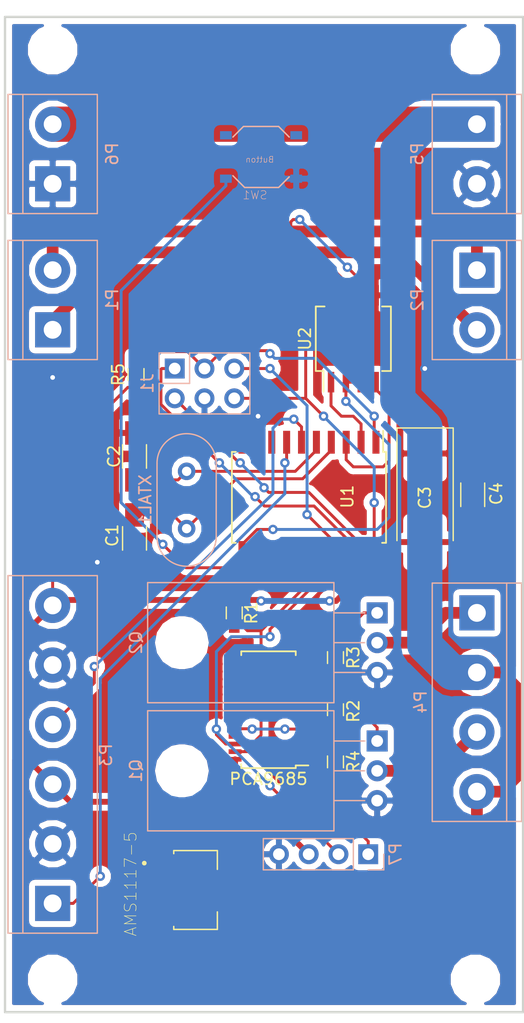
<source format=kicad_pcb>
(kicad_pcb (version 20171130) (host pcbnew "(5.0.1)-3")

  (general
    (thickness 1.6)
    (drawings 4)
    (tracks 276)
    (zones 0)
    (modules 29)
    (nets 25)
  )

  (page A4)
  (title_block
    (title "Stairs submodule")
    (date 2018-09-03)
    (rev 1)
    (company "Mark van Renswoude")
  )

  (layers
    (0 F.Cu signal)
    (31 B.Cu signal)
    (32 B.Adhes user hide)
    (33 F.Adhes user hide)
    (34 B.Paste user hide)
    (35 F.Paste user hide)
    (36 B.SilkS user)
    (37 F.SilkS user)
    (38 B.Mask user)
    (39 F.Mask user)
    (40 Dwgs.User user hide)
    (41 Cmts.User user hide)
    (42 Eco1.User user hide)
    (43 Eco2.User user hide)
    (44 Edge.Cuts user)
    (45 Margin user hide)
    (46 B.CrtYd user hide)
    (47 F.CrtYd user hide)
    (48 B.Fab user hide)
    (49 F.Fab user hide)
  )

  (setup
    (last_trace_width 0.25)
    (user_trace_width 0.5)
    (user_trace_width 1)
    (user_trace_width 3)
    (trace_clearance 0.2)
    (zone_clearance 0.508)
    (zone_45_only no)
    (trace_min 0.2)
    (segment_width 0.2)
    (edge_width 0.15)
    (via_size 0.8)
    (via_drill 0.4)
    (via_min_size 0.4)
    (via_min_drill 0.3)
    (uvia_size 0.3)
    (uvia_drill 0.1)
    (uvias_allowed no)
    (uvia_min_size 0.2)
    (uvia_min_drill 0.1)
    (pcb_text_width 0.3)
    (pcb_text_size 1.5 1.5)
    (mod_edge_width 0.15)
    (mod_text_size 1 1)
    (mod_text_width 0.15)
    (pad_size 3.2 3.2)
    (pad_drill 3.2)
    (pad_to_mask_clearance 0.2)
    (solder_mask_min_width 0.25)
    (aux_axis_origin 128.016 121.158)
    (visible_elements 7FFFFFFF)
    (pcbplotparams
      (layerselection 0x010f0_ffffffff)
      (usegerberextensions false)
      (usegerberattributes true)
      (usegerberadvancedattributes false)
      (creategerberjobfile false)
      (excludeedgelayer false)
      (linewidth 0.100000)
      (plotframeref false)
      (viasonmask false)
      (mode 1)
      (useauxorigin true)
      (hpglpennumber 1)
      (hpglpenspeed 20)
      (hpglpendiameter 15.000000)
      (psnegative false)
      (psa4output false)
      (plotreference true)
      (plotvalue true)
      (plotinvisibletext false)
      (padsonsilk true)
      (subtractmaskfromsilk false)
      (outputformat 1)
      (mirror false)
      (drillshape 0)
      (scaleselection 1)
      (outputdirectory ""))
  )

  (net 0 "")
  (net 1 GND)
  (net 2 +5V)
  (net 3 +12V)
  (net 4 "Net-(C1-Pad1)")
  (net 5 "Net-(C2-Pad1)")
  (net 6 "Net-(P1-Pad2)")
  (net 7 "Net-(P1-Pad1)")
  (net 8 /PD)
  (net 9 "Net-(PCA9685-Pad7)")
  (net 10 "Net-(PCA9685-Pad6)")
  (net 11 "Net-(Q1-Pad1)")
  (net 12 "Net-(Q2-Pad1)")
  (net 13 "Net-(U1-Pad3)")
  (net 14 "Net-(U1-Pad2)")
  (net 15 MOSI)
  (net 16 RST)
  (net 17 SCK)
  (net 18 MISO)
  (net 19 "Net-(U1-Pad11)")
  (net 20 "Net-(P3-Pad4)")
  (net 21 "Net-(P3-Pad1)")
  (net 22 "Net-(P4-Pad1)")
  (net 23 "Net-(P4-Pad3)")
  (net 24 "Net-(SW1-Pad1)")

  (net_class Default "This is the default net class."
    (clearance 0.2)
    (trace_width 0.25)
    (via_dia 0.8)
    (via_drill 0.4)
    (uvia_dia 0.3)
    (uvia_drill 0.1)
    (add_net /PD)
    (add_net GND)
    (add_net MISO)
    (add_net MOSI)
    (add_net "Net-(C1-Pad1)")
    (add_net "Net-(C2-Pad1)")
    (add_net "Net-(P1-Pad1)")
    (add_net "Net-(P1-Pad2)")
    (add_net "Net-(P3-Pad1)")
    (add_net "Net-(P3-Pad4)")
    (add_net "Net-(P4-Pad1)")
    (add_net "Net-(P4-Pad3)")
    (add_net "Net-(PCA9685-Pad6)")
    (add_net "Net-(PCA9685-Pad7)")
    (add_net "Net-(Q1-Pad1)")
    (add_net "Net-(Q2-Pad1)")
    (add_net "Net-(SW1-Pad1)")
    (add_net "Net-(U1-Pad11)")
    (add_net "Net-(U1-Pad2)")
    (add_net "Net-(U1-Pad3)")
    (add_net RST)
    (add_net SCK)
  )

  (net_class +5V ""
    (clearance 0.2)
    (trace_width 0.25)
    (via_dia 0.8)
    (via_drill 0.4)
    (uvia_dia 0.3)
    (uvia_drill 0.1)
    (add_net +5V)
  )

  (net_class POWAH ""
    (clearance 0.4)
    (trace_width 1)
    (via_dia 0.8)
    (via_drill 0.4)
    (uvia_dia 0.3)
    (uvia_drill 0.1)
    (add_net +12V)
  )

  (module Mounting_Holes:MountingHole_3.2mm_M3 (layer F.Cu) (tedit 5BE87EE9) (tstamp 5BE84D61)
    (at 131.064 118.364)
    (descr "Mounting Hole 3.2mm, no annular, M3")
    (tags "mounting hole 3.2mm no annular m3")
    (attr virtual)
    (fp_text reference REF** (at 0 -4.2) (layer F.SilkS) hide
      (effects (font (size 1 1) (thickness 0.15)))
    )
    (fp_text value MountingHole_3.2mm_M3 (at 0 4.2) (layer F.Fab)
      (effects (font (size 1 1) (thickness 0.15)))
    )
    (fp_circle (center 0 0) (end 3.45 0) (layer F.CrtYd) (width 0.05))
    (fp_circle (center 0 0) (end 3.2 0) (layer Cmts.User) (width 0.15))
    (fp_text user %R (at 0.3 0) (layer F.Fab)
      (effects (font (size 1 1) (thickness 0.15)))
    )
    (pad "" np_thru_hole circle (at 1.016 0) (size 3.2 3.2) (drill 3.2) (layers *.Cu *.Mask))
  )

  (module Mounting_Holes:MountingHole_3.2mm_M3 (layer F.Cu) (tedit 5BE87EED) (tstamp 5BE88946)
    (at 166.878 118.618)
    (descr "Mounting Hole 3.2mm, no annular, M3")
    (tags "mounting hole 3.2mm no annular m3")
    (attr virtual)
    (fp_text reference REF** (at 0 -4.2) (layer F.SilkS) hide
      (effects (font (size 1 1) (thickness 0.15)))
    )
    (fp_text value MountingHole_3.2mm_M3 (at 0 4.2) (layer F.Fab)
      (effects (font (size 1 1) (thickness 0.15)))
    )
    (fp_text user %R (at 0.3 0) (layer F.Fab)
      (effects (font (size 1 1) (thickness 0.15)))
    )
    (fp_circle (center 0 0) (end 3.2 0) (layer Cmts.User) (width 0.15))
    (fp_circle (center 0 0) (end 3.45 0) (layer F.CrtYd) (width 0.05))
    (pad "" np_thru_hole circle (at 1.27 -0.254) (size 3.2 3.2) (drill 3.2) (layers *.Cu *.Mask))
  )

  (module Mounting_Holes:MountingHole_3.2mm_M3 (layer F.Cu) (tedit 5BE87EDC) (tstamp 5BE8895B)
    (at 168.148 38.354)
    (descr "Mounting Hole 3.2mm, no annular, M3")
    (tags "mounting hole 3.2mm no annular m3")
    (attr virtual)
    (fp_text reference REF** (at 0 -4.2) (layer F.SilkS) hide
      (effects (font (size 1 1) (thickness 0.15)))
    )
    (fp_text value MountingHole_3.2mm_M3 (at 0 4.2) (layer F.Fab)
      (effects (font (size 1 1) (thickness 0.15)))
    )
    (fp_circle (center 0 0) (end 3.45 0) (layer F.CrtYd) (width 0.05))
    (fp_circle (center 0 0) (end 3.2 0) (layer Cmts.User) (width 0.15))
    (fp_text user %R (at 0.3 0) (layer F.Fab)
      (effects (font (size 1 1) (thickness 0.15)))
    )
    (pad "" np_thru_hole circle (at 0 0.762) (size 3.2 3.2) (drill 3.2) (layers *.Cu *.Mask))
  )

  (module AMS1117-5.0:SOT229P700X180-4N (layer F.Cu) (tedit 5BE81782) (tstamp 5BE888DF)
    (at 144.272 110.744 270)
    (path /5B8AFB24)
    (attr smd)
    (fp_text reference AMS1117 (at 0 5.334 270) (layer F.SilkS) hide
      (effects (font (size 1.00211 1.00211) (thickness 0.05)))
    )
    (fp_text value AMS1117-5 (at -0.516467 5.54073 270) (layer F.SilkS)
      (effects (font (size 1.00285 1.00285) (thickness 0.05)))
    )
    (fp_line (start -3.36 1.86) (end -3.36 -1.86) (layer Dwgs.User) (width 0.127))
    (fp_line (start -3.36 -1.86) (end 3.36 -1.86) (layer Dwgs.User) (width 0.127))
    (fp_line (start 3.36 -1.86) (end 3.36 1.86) (layer Dwgs.User) (width 0.127))
    (fp_line (start 3.36 1.86) (end -3.36 1.86) (layer Dwgs.User) (width 0.127))
    (fp_line (start -3.36 1.86) (end -3.36 -1.86) (layer F.SilkS) (width 0.127))
    (fp_line (start 3.36 1.86) (end 3.36 -1.86) (layer F.SilkS) (width 0.127))
    (fp_line (start -3.36 1.86) (end -3.1 1.86) (layer F.SilkS) (width 0.127))
    (fp_line (start 3.11 1.86) (end 3.36 1.86) (layer F.SilkS) (width 0.127))
    (fp_line (start 3.36 -1.86) (end 1.87 -1.86) (layer F.SilkS) (width 0.127))
    (fp_line (start -1.76 -1.86) (end -3.36 -1.86) (layer F.SilkS) (width 0.127))
    (fp_circle (center -2.29 4.373) (end -2.19 4.373) (layer F.SilkS) (width 0.2))
    (fp_line (start -3.61 -2.11) (end -3.61 2.11) (layer Eco1.User) (width 0.05))
    (fp_line (start -3.61 2.11) (end -3.01 2.11) (layer Eco1.User) (width 0.05))
    (fp_line (start -3.01 2.11) (end -3.01 4.25) (layer Eco1.User) (width 0.05))
    (fp_line (start -3.01 4.25) (end 3.01 4.25) (layer Eco1.User) (width 0.05))
    (fp_line (start 3.01 4.25) (end 3.01 2.11) (layer Eco1.User) (width 0.05))
    (fp_line (start 3.01 2.11) (end 3.61 2.11) (layer Eco1.User) (width 0.05))
    (fp_line (start 3.61 2.11) (end 3.61 -2.11) (layer Eco1.User) (width 0.05))
    (fp_line (start 3.61 -2.11) (end 1.87 -2.11) (layer Eco1.User) (width 0.05))
    (fp_line (start 1.87 -2.11) (end 1.87 -4.25) (layer Eco1.User) (width 0.05))
    (fp_line (start 1.87 -4.25) (end -1.87 -4.25) (layer Eco1.User) (width 0.05))
    (fp_line (start -1.87 -4.25) (end -1.87 -2.11) (layer Eco1.User) (width 0.05))
    (fp_line (start -1.87 -2.11) (end -3.61 -2.11) (layer Eco1.User) (width 0.05))
    (pad 1 smd rect (at -2.29 3.345 270) (size 0.93 1.31) (layers F.Cu F.Paste F.Mask)
      (net 1 GND))
    (pad 2 smd rect (at 0 3.345 270) (size 0.93 1.31) (layers F.Cu F.Paste F.Mask)
      (net 2 +5V))
    (pad 3 smd rect (at 2.29 3.345 270) (size 0.93 1.31) (layers F.Cu F.Paste F.Mask)
      (net 3 +12V))
    (pad 4 smd rect (at 0 -3.345 270) (size 3.24 1.31) (layers F.Cu F.Paste F.Mask))
  )

  (module Capacitors_SMD:C_1206_HandSoldering (layer F.Cu) (tedit 58AA84D1) (tstamp 5BE88838)
    (at 139.065 80.772 270)
    (descr "Capacitor SMD 1206, hand soldering")
    (tags "capacitor 1206")
    (path /5B8B9824)
    (attr smd)
    (fp_text reference C1 (at -0.254 1.905 270) (layer F.SilkS)
      (effects (font (size 1 1) (thickness 0.15)))
    )
    (fp_text value 33pF (at 0 2 270) (layer F.Fab)
      (effects (font (size 1 1) (thickness 0.15)))
    )
    (fp_line (start 3.25 1.05) (end -3.25 1.05) (layer F.CrtYd) (width 0.05))
    (fp_line (start 3.25 1.05) (end 3.25 -1.05) (layer F.CrtYd) (width 0.05))
    (fp_line (start -3.25 -1.05) (end -3.25 1.05) (layer F.CrtYd) (width 0.05))
    (fp_line (start -3.25 -1.05) (end 3.25 -1.05) (layer F.CrtYd) (width 0.05))
    (fp_line (start -1 1.02) (end 1 1.02) (layer F.SilkS) (width 0.12))
    (fp_line (start 1 -1.02) (end -1 -1.02) (layer F.SilkS) (width 0.12))
    (fp_line (start -1.6 -0.8) (end 1.6 -0.8) (layer F.Fab) (width 0.1))
    (fp_line (start 1.6 -0.8) (end 1.6 0.8) (layer F.Fab) (width 0.1))
    (fp_line (start 1.6 0.8) (end -1.6 0.8) (layer F.Fab) (width 0.1))
    (fp_line (start -1.6 0.8) (end -1.6 -0.8) (layer F.Fab) (width 0.1))
    (fp_text user %R (at 0 -1.75 270) (layer F.Fab)
      (effects (font (size 1 1) (thickness 0.15)))
    )
    (pad 2 smd rect (at 2 0 270) (size 2 1.6) (layers F.Cu F.Paste F.Mask)
      (net 1 GND))
    (pad 1 smd rect (at -2 0 270) (size 2 1.6) (layers F.Cu F.Paste F.Mask)
      (net 4 "Net-(C1-Pad1)"))
    (model Capacitors_SMD.3dshapes/C_1206.wrl
      (at (xyz 0 0 0))
      (scale (xyz 1 1 1))
      (rotate (xyz 0 0 0))
    )
  )

  (module Capacitors_SMD:C_1206_HandSoldering (layer F.Cu) (tedit 58AA84D1) (tstamp 5BE888A1)
    (at 139.065 73.787 90)
    (descr "Capacitor SMD 1206, hand soldering")
    (tags "capacitor 1206")
    (path /5B8B93C9)
    (attr smd)
    (fp_text reference C2 (at 0 -1.75 90) (layer F.SilkS)
      (effects (font (size 1 1) (thickness 0.15)))
    )
    (fp_text value 33pF (at 0 2 90) (layer F.Fab)
      (effects (font (size 1 1) (thickness 0.15)))
    )
    (fp_text user %R (at 0 -1.75 90) (layer F.Fab)
      (effects (font (size 1 1) (thickness 0.15)))
    )
    (fp_line (start -1.6 0.8) (end -1.6 -0.8) (layer F.Fab) (width 0.1))
    (fp_line (start 1.6 0.8) (end -1.6 0.8) (layer F.Fab) (width 0.1))
    (fp_line (start 1.6 -0.8) (end 1.6 0.8) (layer F.Fab) (width 0.1))
    (fp_line (start -1.6 -0.8) (end 1.6 -0.8) (layer F.Fab) (width 0.1))
    (fp_line (start 1 -1.02) (end -1 -1.02) (layer F.SilkS) (width 0.12))
    (fp_line (start -1 1.02) (end 1 1.02) (layer F.SilkS) (width 0.12))
    (fp_line (start -3.25 -1.05) (end 3.25 -1.05) (layer F.CrtYd) (width 0.05))
    (fp_line (start -3.25 -1.05) (end -3.25 1.05) (layer F.CrtYd) (width 0.05))
    (fp_line (start 3.25 1.05) (end 3.25 -1.05) (layer F.CrtYd) (width 0.05))
    (fp_line (start 3.25 1.05) (end -3.25 1.05) (layer F.CrtYd) (width 0.05))
    (pad 1 smd rect (at -2 0 90) (size 2 1.6) (layers F.Cu F.Paste F.Mask)
      (net 5 "Net-(C2-Pad1)"))
    (pad 2 smd rect (at 2 0 90) (size 2 1.6) (layers F.Cu F.Paste F.Mask)
      (net 1 GND))
    (model Capacitors_SMD.3dshapes/C_1206.wrl
      (at (xyz 0 0 0))
      (scale (xyz 1 1 1))
      (rotate (xyz 0 0 0))
    )
  )

  (module Capacitors_Tantalum_SMD:CP_Tantalum_Case-D_EIA-7343-31_Hand (layer F.Cu) (tedit 58CC8C08) (tstamp 5BE8886B)
    (at 163.854217 77.311296 270)
    (descr "Tantalum capacitor, Case D, EIA 7343-31, 7.3x4.3x2.8mm, Hand soldering footprint")
    (tags "capacitor tantalum smd")
    (path /5B8B090B)
    (attr smd)
    (fp_text reference C3 (at 0 0.024217 270) (layer F.SilkS)
      (effects (font (size 1 1) (thickness 0.15)))
    )
    (fp_text value 10µF (at 0 3.9 270) (layer F.Fab)
      (effects (font (size 1 1) (thickness 0.15)))
    )
    (fp_line (start -5.95 -2.4) (end -5.95 2.4) (layer F.SilkS) (width 0.12))
    (fp_line (start -5.95 2.4) (end 3.65 2.4) (layer F.SilkS) (width 0.12))
    (fp_line (start -5.95 -2.4) (end 3.65 -2.4) (layer F.SilkS) (width 0.12))
    (fp_line (start -2.555 -2.15) (end -2.555 2.15) (layer F.Fab) (width 0.1))
    (fp_line (start -2.92 -2.15) (end -2.92 2.15) (layer F.Fab) (width 0.1))
    (fp_line (start 3.65 -2.15) (end -3.65 -2.15) (layer F.Fab) (width 0.1))
    (fp_line (start 3.65 2.15) (end 3.65 -2.15) (layer F.Fab) (width 0.1))
    (fp_line (start -3.65 2.15) (end 3.65 2.15) (layer F.Fab) (width 0.1))
    (fp_line (start -3.65 -2.15) (end -3.65 2.15) (layer F.Fab) (width 0.1))
    (fp_line (start 6.05 -2.5) (end -6.05 -2.5) (layer F.CrtYd) (width 0.05))
    (fp_line (start 6.05 2.5) (end 6.05 -2.5) (layer F.CrtYd) (width 0.05))
    (fp_line (start -6.05 2.5) (end 6.05 2.5) (layer F.CrtYd) (width 0.05))
    (fp_line (start -6.05 -2.5) (end -6.05 2.5) (layer F.CrtYd) (width 0.05))
    (fp_text user %R (at 0 0 270) (layer F.Fab)
      (effects (font (size 1 1) (thickness 0.15)))
    )
    (pad 2 smd rect (at 3.775 0 270) (size 3.75 2.7) (layers F.Cu F.Paste F.Mask)
      (net 2 +5V))
    (pad 1 smd rect (at -3.775 0 270) (size 3.75 2.7) (layers F.Cu F.Paste F.Mask)
      (net 1 GND))
    (model Capacitors_Tantalum_SMD.3dshapes/CP_Tantalum_Case-D_EIA-7343-31.wrl
      (at (xyz 0 0 0))
      (scale (xyz 1 1 1))
      (rotate (xyz 0 0 0))
    )
  )

  (module Capacitors_SMD:C_1206_HandSoldering (layer F.Cu) (tedit 58AA84D1) (tstamp 5BE88808)
    (at 167.918217 77.054296 270)
    (descr "Capacitor SMD 1206, hand soldering")
    (tags "capacitor 1206")
    (path /5B8B1267)
    (attr smd)
    (fp_text reference C4 (at -0.092296 -2.007783 270) (layer F.SilkS)
      (effects (font (size 1 1) (thickness 0.15)))
    )
    (fp_text value 100nF (at 0 2 270) (layer F.Fab)
      (effects (font (size 1 1) (thickness 0.15)))
    )
    (fp_line (start 3.25 1.05) (end -3.25 1.05) (layer F.CrtYd) (width 0.05))
    (fp_line (start 3.25 1.05) (end 3.25 -1.05) (layer F.CrtYd) (width 0.05))
    (fp_line (start -3.25 -1.05) (end -3.25 1.05) (layer F.CrtYd) (width 0.05))
    (fp_line (start -3.25 -1.05) (end 3.25 -1.05) (layer F.CrtYd) (width 0.05))
    (fp_line (start -1 1.02) (end 1 1.02) (layer F.SilkS) (width 0.12))
    (fp_line (start 1 -1.02) (end -1 -1.02) (layer F.SilkS) (width 0.12))
    (fp_line (start -1.6 -0.8) (end 1.6 -0.8) (layer F.Fab) (width 0.1))
    (fp_line (start 1.6 -0.8) (end 1.6 0.8) (layer F.Fab) (width 0.1))
    (fp_line (start 1.6 0.8) (end -1.6 0.8) (layer F.Fab) (width 0.1))
    (fp_line (start -1.6 0.8) (end -1.6 -0.8) (layer F.Fab) (width 0.1))
    (fp_text user %R (at 0 -1.75 270) (layer F.Fab)
      (effects (font (size 1 1) (thickness 0.15)))
    )
    (pad 2 smd rect (at 2 0 270) (size 2 1.6) (layers F.Cu F.Paste F.Mask)
      (net 2 +5V))
    (pad 1 smd rect (at -2 0 270) (size 2 1.6) (layers F.Cu F.Paste F.Mask)
      (net 1 GND))
    (model Capacitors_SMD.3dshapes/C_1206.wrl
      (at (xyz 0 0 0))
      (scale (xyz 1 1 1))
      (rotate (xyz 0 0 0))
    )
  )

  (module Terminal_Blocks:TerminalBlock_bornier-2_P5.08mm (layer B.Cu) (tedit 59FF03AB) (tstamp 5BE887D0)
    (at 132.08 62.992 90)
    (descr "simple 2-pin terminal block, pitch 5.08mm, revamped version of bornier2")
    (tags "terminal block bornier2")
    (path /5B8AE987)
    (fp_text reference P1 (at 2.54 5.08 90) (layer B.SilkS)
      (effects (font (size 1 1) (thickness 0.15)) (justify mirror))
    )
    (fp_text value DATA_IN (at 2.54 -5.08 90) (layer B.Fab)
      (effects (font (size 1 1) (thickness 0.15)) (justify mirror))
    )
    (fp_line (start 7.79 -4) (end -2.71 -4) (layer B.CrtYd) (width 0.05))
    (fp_line (start 7.79 -4) (end 7.79 4) (layer B.CrtYd) (width 0.05))
    (fp_line (start -2.71 4) (end -2.71 -4) (layer B.CrtYd) (width 0.05))
    (fp_line (start -2.71 4) (end 7.79 4) (layer B.CrtYd) (width 0.05))
    (fp_line (start -2.54 -3.81) (end 7.62 -3.81) (layer B.SilkS) (width 0.12))
    (fp_line (start -2.54 3.81) (end -2.54 -3.81) (layer B.SilkS) (width 0.12))
    (fp_line (start 7.62 3.81) (end -2.54 3.81) (layer B.SilkS) (width 0.12))
    (fp_line (start 7.62 -3.81) (end 7.62 3.81) (layer B.SilkS) (width 0.12))
    (fp_line (start 7.62 -2.54) (end -2.54 -2.54) (layer B.SilkS) (width 0.12))
    (fp_line (start 7.54 3.75) (end -2.46 3.75) (layer B.Fab) (width 0.1))
    (fp_line (start 7.54 -3.75) (end 7.54 3.75) (layer B.Fab) (width 0.1))
    (fp_line (start -2.46 -3.75) (end 7.54 -3.75) (layer B.Fab) (width 0.1))
    (fp_line (start -2.46 3.75) (end -2.46 -3.75) (layer B.Fab) (width 0.1))
    (fp_line (start -2.41 -2.55) (end 7.49 -2.55) (layer B.Fab) (width 0.1))
    (fp_text user %R (at 2.54 0 90) (layer B.Fab)
      (effects (font (size 1 1) (thickness 0.15)) (justify mirror))
    )
    (pad 2 thru_hole circle (at 5.08 0 90) (size 3 3) (drill 1.52) (layers *.Cu *.Mask)
      (net 6 "Net-(P1-Pad2)"))
    (pad 1 thru_hole rect (at 0 0 90) (size 3 3) (drill 1.52) (layers *.Cu *.Mask)
      (net 7 "Net-(P1-Pad1)"))
    (model ${KISYS3DMOD}/Terminal_Blocks.3dshapes/TerminalBlock_bornier-2_P5.08mm.wrl
      (offset (xyz 2.539999961853027 0 0))
      (scale (xyz 1 1 1))
      (rotate (xyz 0 0 0))
    )
  )

  (module Terminal_Blocks:TerminalBlock_bornier-2_P5.08mm (layer B.Cu) (tedit 59FF03AB) (tstamp 5BE88983)
    (at 168.275 57.912 270)
    (descr "simple 2-pin terminal block, pitch 5.08mm, revamped version of bornier2")
    (tags "terminal block bornier2")
    (path /5B8AE9DD)
    (fp_text reference P2 (at 2.54 5.08 270) (layer B.SilkS)
      (effects (font (size 1 1) (thickness 0.15)) (justify mirror))
    )
    (fp_text value DATA_OUT (at 2.54 -5.08 270) (layer B.Fab)
      (effects (font (size 1 1) (thickness 0.15)) (justify mirror))
    )
    (fp_text user %R (at 2.54 0 270) (layer B.Fab)
      (effects (font (size 1 1) (thickness 0.15)) (justify mirror))
    )
    (fp_line (start -2.41 -2.55) (end 7.49 -2.55) (layer B.Fab) (width 0.1))
    (fp_line (start -2.46 3.75) (end -2.46 -3.75) (layer B.Fab) (width 0.1))
    (fp_line (start -2.46 -3.75) (end 7.54 -3.75) (layer B.Fab) (width 0.1))
    (fp_line (start 7.54 -3.75) (end 7.54 3.75) (layer B.Fab) (width 0.1))
    (fp_line (start 7.54 3.75) (end -2.46 3.75) (layer B.Fab) (width 0.1))
    (fp_line (start 7.62 -2.54) (end -2.54 -2.54) (layer B.SilkS) (width 0.12))
    (fp_line (start 7.62 -3.81) (end 7.62 3.81) (layer B.SilkS) (width 0.12))
    (fp_line (start 7.62 3.81) (end -2.54 3.81) (layer B.SilkS) (width 0.12))
    (fp_line (start -2.54 3.81) (end -2.54 -3.81) (layer B.SilkS) (width 0.12))
    (fp_line (start -2.54 -3.81) (end 7.62 -3.81) (layer B.SilkS) (width 0.12))
    (fp_line (start -2.71 4) (end 7.79 4) (layer B.CrtYd) (width 0.05))
    (fp_line (start -2.71 4) (end -2.71 -4) (layer B.CrtYd) (width 0.05))
    (fp_line (start 7.79 -4) (end 7.79 4) (layer B.CrtYd) (width 0.05))
    (fp_line (start 7.79 -4) (end -2.71 -4) (layer B.CrtYd) (width 0.05))
    (pad 1 thru_hole rect (at 0 0 270) (size 3 3) (drill 1.52) (layers *.Cu *.Mask)
      (net 6 "Net-(P1-Pad2)"))
    (pad 2 thru_hole circle (at 5.08 0 270) (size 3 3) (drill 1.52) (layers *.Cu *.Mask)
      (net 7 "Net-(P1-Pad1)"))
    (model ${KISYS3DMOD}/Terminal_Blocks.3dshapes/TerminalBlock_bornier-2_P5.08mm.wrl
      (offset (xyz 2.539999961853027 0 0))
      (scale (xyz 1 1 1))
      (rotate (xyz 0 0 0))
    )
  )

  (module Terminal_Blocks:TerminalBlock_bornier-6_P5.08mm (layer B.Cu) (tedit 59FF03F5) (tstamp 5BE88600)
    (at 132.08 111.887 90)
    (descr "simple 6pin terminal block, pitch 5.08mm, revamped version of bornier6")
    (tags "terminal block bornier6")
    (path /5B8AE6A5)
    (fp_text reference P3 (at 12.65 4.55 90) (layer B.SilkS)
      (effects (font (size 1 1) (thickness 0.15)) (justify mirror))
    )
    (fp_text value SENSOR (at 12.7 -4.75 90) (layer B.Fab)
      (effects (font (size 1 1) (thickness 0.15)) (justify mirror))
    )
    (fp_line (start 28.15 -4) (end -2.75 -4) (layer B.CrtYd) (width 0.05))
    (fp_line (start 28.15 -4) (end 28.15 4) (layer B.CrtYd) (width 0.05))
    (fp_line (start -2.75 4) (end -2.75 -4) (layer B.CrtYd) (width 0.05))
    (fp_line (start -2.75 4) (end 28.15 4) (layer B.CrtYd) (width 0.05))
    (fp_line (start -2.54 -3.81) (end 27.94 -3.81) (layer B.SilkS) (width 0.12))
    (fp_line (start -2.54 3.81) (end 27.94 3.81) (layer B.SilkS) (width 0.12))
    (fp_line (start -2.54 -2.54) (end 27.94 -2.54) (layer B.SilkS) (width 0.12))
    (fp_line (start 27.94 -3.81) (end 27.94 3.81) (layer B.SilkS) (width 0.12))
    (fp_line (start -2.54 3.81) (end -2.54 -3.81) (layer B.SilkS) (width 0.12))
    (fp_line (start 27.9 3.75) (end -2.5 3.75) (layer B.Fab) (width 0.1))
    (fp_line (start 27.9 -3.75) (end 27.9 3.75) (layer B.Fab) (width 0.1))
    (fp_line (start -2.5 -3.75) (end 27.9 -3.75) (layer B.Fab) (width 0.1))
    (fp_line (start -2.5 3.75) (end -2.5 -3.75) (layer B.Fab) (width 0.1))
    (fp_line (start -2.5 -2.55) (end 27.9 -2.55) (layer B.Fab) (width 0.1))
    (fp_text user %R (at 12.7 0 90) (layer B.Fab)
      (effects (font (size 1 1) (thickness 0.15)) (justify mirror))
    )
    (pad 6 thru_hole circle (at 25.4 0 90) (size 3 3) (drill 1.52) (layers *.Cu *.Mask)
      (net 2 +5V))
    (pad 5 thru_hole circle (at 20.32 0 90) (size 3 3) (drill 1.52) (layers *.Cu *.Mask)
      (net 1 GND))
    (pad 4 thru_hole circle (at 15.24 0 90) (size 3 3) (drill 1.52) (layers *.Cu *.Mask)
      (net 20 "Net-(P3-Pad4)"))
    (pad 1 thru_hole rect (at 0 0 90) (size 3 3) (drill 1.52) (layers *.Cu *.Mask)
      (net 21 "Net-(P3-Pad1)"))
    (pad 3 thru_hole circle (at 10.16 0 90) (size 3 3) (drill 1.52) (layers *.Cu *.Mask)
      (net 2 +5V))
    (pad 2 thru_hole circle (at 5.08 0 90) (size 3 3) (drill 1.52) (layers *.Cu *.Mask)
      (net 1 GND))
    (model ${KISYS3DMOD}/Terminal_Blocks.3dshapes/TerminalBlock_bornier-6_P5.08mm.wrl
      (offset (xyz 12.69999980926514 0 0))
      (scale (xyz 1 1 1))
      (rotate (xyz 0 0 0))
    )
  )

  (module Terminal_Blocks:TerminalBlock_bornier-4_P5.08mm (layer B.Cu) (tedit 59FF03D1) (tstamp 5BE88677)
    (at 168.275 87.122 270)
    (descr "simple 4-pin terminal block, pitch 5.08mm, revamped version of bornier4")
    (tags "terminal block bornier4")
    (path /5B8CBF27)
    (fp_text reference P4 (at 7.6 4.8 270) (layer B.SilkS)
      (effects (font (size 1 1) (thickness 0.15)) (justify mirror))
    )
    (fp_text value LED (at 0.127 4.826 270) (layer B.Fab)
      (effects (font (size 1 1) (thickness 0.15)) (justify mirror))
    )
    (fp_line (start 17.97 -4) (end -2.73 -4) (layer B.CrtYd) (width 0.05))
    (fp_line (start 17.97 -4) (end 17.97 4) (layer B.CrtYd) (width 0.05))
    (fp_line (start -2.73 4) (end -2.73 -4) (layer B.CrtYd) (width 0.05))
    (fp_line (start -2.73 4) (end 17.97 4) (layer B.CrtYd) (width 0.05))
    (fp_line (start -2.54 -3.81) (end 17.78 -3.81) (layer B.SilkS) (width 0.12))
    (fp_line (start -2.54 3.81) (end 17.78 3.81) (layer B.SilkS) (width 0.12))
    (fp_line (start 17.78 -2.54) (end -2.54 -2.54) (layer B.SilkS) (width 0.12))
    (fp_line (start 17.78 -3.81) (end 17.78 3.81) (layer B.SilkS) (width 0.12))
    (fp_line (start -2.54 3.81) (end -2.54 -3.81) (layer B.SilkS) (width 0.12))
    (fp_line (start 17.72 -3.75) (end -2.43 -3.75) (layer B.Fab) (width 0.1))
    (fp_line (start 17.72 3.75) (end 17.72 -3.75) (layer B.Fab) (width 0.1))
    (fp_line (start -2.48 3.75) (end 17.72 3.75) (layer B.Fab) (width 0.1))
    (fp_line (start -2.48 -3.75) (end -2.48 3.75) (layer B.Fab) (width 0.1))
    (fp_line (start -2.43 -3.75) (end -2.48 -3.75) (layer B.Fab) (width 0.1))
    (fp_line (start -2.48 -2.55) (end 17.72 -2.55) (layer B.Fab) (width 0.1))
    (fp_text user %R (at 16.383 4.572 270) (layer B.Fab)
      (effects (font (size 1 1) (thickness 0.15)) (justify mirror))
    )
    (pad 4 thru_hole circle (at 15.24 0 270) (size 3 3) (drill 1.52) (layers *.Cu *.Mask)
      (net 3 +12V))
    (pad 1 thru_hole rect (at 0 0 270) (size 3 3) (drill 1.52) (layers *.Cu *.Mask)
      (net 22 "Net-(P4-Pad1)"))
    (pad 3 thru_hole circle (at 10.16 0 270) (size 3 3) (drill 1.52) (layers *.Cu *.Mask)
      (net 23 "Net-(P4-Pad3)"))
    (pad 2 thru_hole circle (at 5.08 0 270) (size 3 3) (drill 1.52) (layers *.Cu *.Mask)
      (net 3 +12V))
    (model ${KISYS3DMOD}/Terminal_Blocks.3dshapes/TerminalBlock_bornier-4_P5.08mm.wrl
      (offset (xyz 7.619999885559082 0 0))
      (scale (xyz 1 1 1))
      (rotate (xyz 0 0 0))
    )
  )

  (module Terminal_Blocks:TerminalBlock_bornier-2_P5.08mm (layer B.Cu) (tedit 59FF03AB) (tstamp 5BE87DC0)
    (at 168.275 45.466 270)
    (descr "simple 2-pin terminal block, pitch 5.08mm, revamped version of bornier2")
    (tags "terminal block bornier2")
    (path /5B8ADA74)
    (fp_text reference P5 (at 2.54 5.08 270) (layer B.SilkS)
      (effects (font (size 1 1) (thickness 0.15)) (justify mirror))
    )
    (fp_text value PWR_OUT (at 2.54 -5.08 270) (layer B.Fab)
      (effects (font (size 1 1) (thickness 0.15)) (justify mirror))
    )
    (fp_text user %R (at 2.54 0 270) (layer B.Fab)
      (effects (font (size 1 1) (thickness 0.15)) (justify mirror))
    )
    (fp_line (start -2.41 -2.55) (end 7.49 -2.55) (layer B.Fab) (width 0.1))
    (fp_line (start -2.46 3.75) (end -2.46 -3.75) (layer B.Fab) (width 0.1))
    (fp_line (start -2.46 -3.75) (end 7.54 -3.75) (layer B.Fab) (width 0.1))
    (fp_line (start 7.54 -3.75) (end 7.54 3.75) (layer B.Fab) (width 0.1))
    (fp_line (start 7.54 3.75) (end -2.46 3.75) (layer B.Fab) (width 0.1))
    (fp_line (start 7.62 -2.54) (end -2.54 -2.54) (layer B.SilkS) (width 0.12))
    (fp_line (start 7.62 -3.81) (end 7.62 3.81) (layer B.SilkS) (width 0.12))
    (fp_line (start 7.62 3.81) (end -2.54 3.81) (layer B.SilkS) (width 0.12))
    (fp_line (start -2.54 3.81) (end -2.54 -3.81) (layer B.SilkS) (width 0.12))
    (fp_line (start -2.54 -3.81) (end 7.62 -3.81) (layer B.SilkS) (width 0.12))
    (fp_line (start -2.71 4) (end 7.79 4) (layer B.CrtYd) (width 0.05))
    (fp_line (start -2.71 4) (end -2.71 -4) (layer B.CrtYd) (width 0.05))
    (fp_line (start 7.79 -4) (end 7.79 4) (layer B.CrtYd) (width 0.05))
    (fp_line (start 7.79 -4) (end -2.71 -4) (layer B.CrtYd) (width 0.05))
    (pad 1 thru_hole rect (at 0 0 270) (size 3 3) (drill 1.52) (layers *.Cu *.Mask)
      (net 3 +12V))
    (pad 2 thru_hole circle (at 5.08 0 270) (size 3 3) (drill 1.52) (layers *.Cu *.Mask)
      (net 1 GND))
    (model ${KISYS3DMOD}/Terminal_Blocks.3dshapes/TerminalBlock_bornier-2_P5.08mm.wrl
      (offset (xyz 2.539999961853027 0 0))
      (scale (xyz 1 1 1))
      (rotate (xyz 0 0 0))
    )
  )

  (module Terminal_Blocks:TerminalBlock_bornier-2_P5.08mm (layer B.Cu) (tedit 59FF03AB) (tstamp 5BE87D84)
    (at 132.08 50.546 90)
    (descr "simple 2-pin terminal block, pitch 5.08mm, revamped version of bornier2")
    (tags "terminal block bornier2")
    (path /5B8AD8CA)
    (fp_text reference P6 (at 2.54 5.08 90) (layer B.SilkS)
      (effects (font (size 1 1) (thickness 0.15)) (justify mirror))
    )
    (fp_text value PWR_IN (at 2.54 -5.08 90) (layer B.Fab)
      (effects (font (size 1 1) (thickness 0.15)) (justify mirror))
    )
    (fp_line (start 7.79 -4) (end -2.71 -4) (layer B.CrtYd) (width 0.05))
    (fp_line (start 7.79 -4) (end 7.79 4) (layer B.CrtYd) (width 0.05))
    (fp_line (start -2.71 4) (end -2.71 -4) (layer B.CrtYd) (width 0.05))
    (fp_line (start -2.71 4) (end 7.79 4) (layer B.CrtYd) (width 0.05))
    (fp_line (start -2.54 -3.81) (end 7.62 -3.81) (layer B.SilkS) (width 0.12))
    (fp_line (start -2.54 3.81) (end -2.54 -3.81) (layer B.SilkS) (width 0.12))
    (fp_line (start 7.62 3.81) (end -2.54 3.81) (layer B.SilkS) (width 0.12))
    (fp_line (start 7.62 -3.81) (end 7.62 3.81) (layer B.SilkS) (width 0.12))
    (fp_line (start 7.62 -2.54) (end -2.54 -2.54) (layer B.SilkS) (width 0.12))
    (fp_line (start 7.54 3.75) (end -2.46 3.75) (layer B.Fab) (width 0.1))
    (fp_line (start 7.54 -3.75) (end 7.54 3.75) (layer B.Fab) (width 0.1))
    (fp_line (start -2.46 -3.75) (end 7.54 -3.75) (layer B.Fab) (width 0.1))
    (fp_line (start -2.46 3.75) (end -2.46 -3.75) (layer B.Fab) (width 0.1))
    (fp_line (start -2.41 -2.55) (end 7.49 -2.55) (layer B.Fab) (width 0.1))
    (fp_text user %R (at 2.54 0 90) (layer B.Fab)
      (effects (font (size 1 1) (thickness 0.15)) (justify mirror))
    )
    (pad 2 thru_hole circle (at 5.08 0 90) (size 3 3) (drill 1.52) (layers *.Cu *.Mask)
      (net 3 +12V))
    (pad 1 thru_hole rect (at 0 0 90) (size 3 3) (drill 1.52) (layers *.Cu *.Mask)
      (net 1 GND))
    (model ${KISYS3DMOD}/Terminal_Blocks.3dshapes/TerminalBlock_bornier-2_P5.08mm.wrl
      (offset (xyz 2.539999961853027 0 0))
      (scale (xyz 1 1 1))
      (rotate (xyz 0 0 0))
    )
  )

  (module Pin_Headers:Pin_Header_Straight_1x04_Pitch2.54mm (layer B.Cu) (tedit 59650532) (tstamp 5BE88461)
    (at 159.004 107.696 90)
    (descr "Through hole straight pin header, 1x04, 2.54mm pitch, single row")
    (tags "Through hole pin header THT 1x04 2.54mm single row")
    (path /5B8C32B0)
    (fp_text reference P7 (at 0 2.33 90) (layer B.SilkS)
      (effects (font (size 1 1) (thickness 0.15)) (justify mirror))
    )
    (fp_text value SSD1306 (at 0 -9.95 90) (layer B.Fab)
      (effects (font (size 1 1) (thickness 0.15)) (justify mirror))
    )
    (fp_text user %R (at 0 -3.81) (layer B.Fab)
      (effects (font (size 1 1) (thickness 0.15)) (justify mirror))
    )
    (fp_line (start 1.8 1.8) (end -1.8 1.8) (layer B.CrtYd) (width 0.05))
    (fp_line (start 1.8 -9.4) (end 1.8 1.8) (layer B.CrtYd) (width 0.05))
    (fp_line (start -1.8 -9.4) (end 1.8 -9.4) (layer B.CrtYd) (width 0.05))
    (fp_line (start -1.8 1.8) (end -1.8 -9.4) (layer B.CrtYd) (width 0.05))
    (fp_line (start -1.33 1.33) (end 0 1.33) (layer B.SilkS) (width 0.12))
    (fp_line (start -1.33 0) (end -1.33 1.33) (layer B.SilkS) (width 0.12))
    (fp_line (start -1.33 -1.27) (end 1.33 -1.27) (layer B.SilkS) (width 0.12))
    (fp_line (start 1.33 -1.27) (end 1.33 -8.95) (layer B.SilkS) (width 0.12))
    (fp_line (start -1.33 -1.27) (end -1.33 -8.95) (layer B.SilkS) (width 0.12))
    (fp_line (start -1.33 -8.95) (end 1.33 -8.95) (layer B.SilkS) (width 0.12))
    (fp_line (start -1.27 0.635) (end -0.635 1.27) (layer B.Fab) (width 0.1))
    (fp_line (start -1.27 -8.89) (end -1.27 0.635) (layer B.Fab) (width 0.1))
    (fp_line (start 1.27 -8.89) (end -1.27 -8.89) (layer B.Fab) (width 0.1))
    (fp_line (start 1.27 1.27) (end 1.27 -8.89) (layer B.Fab) (width 0.1))
    (fp_line (start -0.635 1.27) (end 1.27 1.27) (layer B.Fab) (width 0.1))
    (pad 4 thru_hole oval (at 0 -7.62 90) (size 1.7 1.7) (drill 1) (layers *.Cu *.Mask)
      (net 1 GND))
    (pad 3 thru_hole oval (at 0 -5.08 90) (size 1.7 1.7) (drill 1) (layers *.Cu *.Mask)
      (net 2 +5V))
    (pad 2 thru_hole oval (at 0 -2.54 90) (size 1.7 1.7) (drill 1) (layers *.Cu *.Mask)
      (net 17 SCK))
    (pad 1 thru_hole rect (at 0 0 90) (size 1.7 1.7) (drill 1) (layers *.Cu *.Mask)
      (net 15 MOSI))
    (model ${KISYS3DMOD}/Pin_Headers.3dshapes/Pin_Header_Straight_1x04_Pitch2.54mm.wrl
      (at (xyz 0 0 0))
      (scale (xyz 1 1 1))
      (rotate (xyz 0 0 0))
    )
  )

  (module Housings_SSOP:TSSOP-28_4.4x9.7mm_Pitch0.65mm (layer F.Cu) (tedit 54130A77) (tstamp 5BE883EA)
    (at 150.495 95.377 180)
    (descr "TSSOP28: plastic thin shrink small outline package; 28 leads; body width 4.4 mm; (see NXP SSOP-TSSOP-VSO-REFLOW.pdf and sot361-1_po.pdf)")
    (tags "SSOP 0.65")
    (path /5B8AD5C2)
    (attr smd)
    (fp_text reference PCA9685 (at 0 -5.9 180) (layer F.SilkS)
      (effects (font (size 1 1) (thickness 0.15)))
    )
    (fp_text value PCA9685-TSSOP (at 0 5.9 180) (layer F.Fab)
      (effects (font (size 1 1) (thickness 0.15)))
    )
    (fp_text user %R (at 0 0 180) (layer F.Fab)
      (effects (font (size 0.8 0.8) (thickness 0.15)))
    )
    (fp_line (start -2.325 -4.75) (end -3.4 -4.75) (layer F.SilkS) (width 0.15))
    (fp_line (start -2.325 4.975) (end 2.325 4.975) (layer F.SilkS) (width 0.15))
    (fp_line (start -2.325 -4.975) (end 2.325 -4.975) (layer F.SilkS) (width 0.15))
    (fp_line (start -2.325 4.975) (end -2.325 4.65) (layer F.SilkS) (width 0.15))
    (fp_line (start 2.325 4.975) (end 2.325 4.65) (layer F.SilkS) (width 0.15))
    (fp_line (start 2.325 -4.975) (end 2.325 -4.65) (layer F.SilkS) (width 0.15))
    (fp_line (start -2.325 -4.975) (end -2.325 -4.75) (layer F.SilkS) (width 0.15))
    (fp_line (start -3.65 5.15) (end 3.65 5.15) (layer F.CrtYd) (width 0.05))
    (fp_line (start -3.65 -5.15) (end 3.65 -5.15) (layer F.CrtYd) (width 0.05))
    (fp_line (start 3.65 -5.15) (end 3.65 5.15) (layer F.CrtYd) (width 0.05))
    (fp_line (start -3.65 -5.15) (end -3.65 5.15) (layer F.CrtYd) (width 0.05))
    (fp_line (start -2.2 -3.85) (end -1.2 -4.85) (layer F.Fab) (width 0.15))
    (fp_line (start -2.2 4.85) (end -2.2 -3.85) (layer F.Fab) (width 0.15))
    (fp_line (start 2.2 4.85) (end -2.2 4.85) (layer F.Fab) (width 0.15))
    (fp_line (start 2.2 -4.85) (end 2.2 4.85) (layer F.Fab) (width 0.15))
    (fp_line (start -1.2 -4.85) (end 2.2 -4.85) (layer F.Fab) (width 0.15))
    (pad 28 smd rect (at 2.85 -4.225 180) (size 1.1 0.4) (layers F.Cu F.Paste F.Mask)
      (net 2 +5V))
    (pad 27 smd rect (at 2.85 -3.575 180) (size 1.1 0.4) (layers F.Cu F.Paste F.Mask)
      (net 15 MOSI))
    (pad 26 smd rect (at 2.85 -2.925 180) (size 1.1 0.4) (layers F.Cu F.Paste F.Mask)
      (net 17 SCK))
    (pad 25 smd rect (at 2.85 -2.275 180) (size 1.1 0.4) (layers F.Cu F.Paste F.Mask))
    (pad 24 smd rect (at 2.85 -1.625 180) (size 1.1 0.4) (layers F.Cu F.Paste F.Mask)
      (net 8 /PD))
    (pad 23 smd rect (at 2.85 -0.975 180) (size 1.1 0.4) (layers F.Cu F.Paste F.Mask)
      (net 8 /PD))
    (pad 22 smd rect (at 2.85 -0.325 180) (size 1.1 0.4) (layers F.Cu F.Paste F.Mask))
    (pad 21 smd rect (at 2.85 0.325 180) (size 1.1 0.4) (layers F.Cu F.Paste F.Mask))
    (pad 20 smd rect (at 2.85 0.975 180) (size 1.1 0.4) (layers F.Cu F.Paste F.Mask))
    (pad 19 smd rect (at 2.85 1.625 180) (size 1.1 0.4) (layers F.Cu F.Paste F.Mask))
    (pad 18 smd rect (at 2.85 2.275 180) (size 1.1 0.4) (layers F.Cu F.Paste F.Mask))
    (pad 17 smd rect (at 2.85 2.925 180) (size 1.1 0.4) (layers F.Cu F.Paste F.Mask))
    (pad 16 smd rect (at 2.85 3.575 180) (size 1.1 0.4) (layers F.Cu F.Paste F.Mask))
    (pad 15 smd rect (at 2.85 4.225 180) (size 1.1 0.4) (layers F.Cu F.Paste F.Mask))
    (pad 14 smd rect (at -2.85 4.225 180) (size 1.1 0.4) (layers F.Cu F.Paste F.Mask)
      (net 1 GND))
    (pad 13 smd rect (at -2.85 3.575 180) (size 1.1 0.4) (layers F.Cu F.Paste F.Mask))
    (pad 12 smd rect (at -2.85 2.925 180) (size 1.1 0.4) (layers F.Cu F.Paste F.Mask))
    (pad 11 smd rect (at -2.85 2.275 180) (size 1.1 0.4) (layers F.Cu F.Paste F.Mask))
    (pad 10 smd rect (at -2.85 1.625 180) (size 1.1 0.4) (layers F.Cu F.Paste F.Mask))
    (pad 9 smd rect (at -2.85 0.975 180) (size 1.1 0.4) (layers F.Cu F.Paste F.Mask))
    (pad 8 smd rect (at -2.85 0.325 180) (size 1.1 0.4) (layers F.Cu F.Paste F.Mask))
    (pad 7 smd rect (at -2.85 -0.325 180) (size 1.1 0.4) (layers F.Cu F.Paste F.Mask)
      (net 9 "Net-(PCA9685-Pad7)"))
    (pad 6 smd rect (at -2.85 -0.975 180) (size 1.1 0.4) (layers F.Cu F.Paste F.Mask)
      (net 10 "Net-(PCA9685-Pad6)"))
    (pad 5 smd rect (at -2.85 -1.625 180) (size 1.1 0.4) (layers F.Cu F.Paste F.Mask)
      (net 8 /PD))
    (pad 4 smd rect (at -2.85 -2.275 180) (size 1.1 0.4) (layers F.Cu F.Paste F.Mask)
      (net 8 /PD))
    (pad 3 smd rect (at -2.85 -2.925 180) (size 1.1 0.4) (layers F.Cu F.Paste F.Mask)
      (net 8 /PD))
    (pad 2 smd rect (at -2.85 -3.575 180) (size 1.1 0.4) (layers F.Cu F.Paste F.Mask)
      (net 8 /PD))
    (pad 1 smd rect (at -2.85 -4.225 180) (size 1.1 0.4) (layers F.Cu F.Paste F.Mask)
      (net 8 /PD))
    (model ${KISYS3DMOD}/Housings_SSOP.3dshapes/TSSOP-28_4.4x9.7mm_Pitch0.65mm.wrl
      (at (xyz 0 0 0))
      (scale (xyz 1 1 1))
      (rotate (xyz 0 0 0))
    )
  )

  (module Resistors_SMD:R_0603_HandSoldering (layer F.Cu) (tedit 58E0A804) (tstamp 5BE88520)
    (at 147.574 87.122 270)
    (descr "Resistor SMD 0603, hand soldering")
    (tags "resistor 0603")
    (path /5B8C2380)
    (attr smd)
    (fp_text reference R1 (at 0 -1.45 270) (layer F.SilkS)
      (effects (font (size 1 1) (thickness 0.15)))
    )
    (fp_text value 10K (at 0 1.55 270) (layer F.Fab)
      (effects (font (size 1 1) (thickness 0.15)))
    )
    (fp_line (start 1.95 0.7) (end -1.96 0.7) (layer F.CrtYd) (width 0.05))
    (fp_line (start 1.95 0.7) (end 1.95 -0.7) (layer F.CrtYd) (width 0.05))
    (fp_line (start -1.96 -0.7) (end -1.96 0.7) (layer F.CrtYd) (width 0.05))
    (fp_line (start -1.96 -0.7) (end 1.95 -0.7) (layer F.CrtYd) (width 0.05))
    (fp_line (start -0.5 -0.68) (end 0.5 -0.68) (layer F.SilkS) (width 0.12))
    (fp_line (start 0.5 0.68) (end -0.5 0.68) (layer F.SilkS) (width 0.12))
    (fp_line (start -0.8 -0.4) (end 0.8 -0.4) (layer F.Fab) (width 0.1))
    (fp_line (start 0.8 -0.4) (end 0.8 0.4) (layer F.Fab) (width 0.1))
    (fp_line (start 0.8 0.4) (end -0.8 0.4) (layer F.Fab) (width 0.1))
    (fp_line (start -0.8 0.4) (end -0.8 -0.4) (layer F.Fab) (width 0.1))
    (fp_text user %R (at 0 0 270) (layer F.Fab)
      (effects (font (size 0.4 0.4) (thickness 0.075)))
    )
    (pad 2 smd rect (at 1.1 0 270) (size 1.2 0.9) (layers F.Cu F.Paste F.Mask)
      (net 15 MOSI))
    (pad 1 smd rect (at -1.1 0 270) (size 1.2 0.9) (layers F.Cu F.Paste F.Mask)
      (net 2 +5V))
    (model ${KISYS3DMOD}/Resistors_SMD.3dshapes/R_0603.wrl
      (at (xyz 0 0 0))
      (scale (xyz 1 1 1))
      (rotate (xyz 0 0 0))
    )
  )

  (module Resistors_SMD:R_0603_HandSoldering (layer F.Cu) (tedit 58E0A804) (tstamp 5BE8839A)
    (at 156.21 99.822 270)
    (descr "Resistor SMD 0603, hand soldering")
    (tags "resistor 0603")
    (path /5B8C6BF9)
    (attr smd)
    (fp_text reference R4 (at 0 -1.524 270) (layer F.SilkS)
      (effects (font (size 1 1) (thickness 0.15)))
    )
    (fp_text value 10K (at -0.254 1.27 270) (layer F.Fab)
      (effects (font (size 1 1) (thickness 0.15)))
    )
    (fp_text user %R (at 0 0 270) (layer F.Fab)
      (effects (font (size 0.4 0.4) (thickness 0.075)))
    )
    (fp_line (start -0.8 0.4) (end -0.8 -0.4) (layer F.Fab) (width 0.1))
    (fp_line (start 0.8 0.4) (end -0.8 0.4) (layer F.Fab) (width 0.1))
    (fp_line (start 0.8 -0.4) (end 0.8 0.4) (layer F.Fab) (width 0.1))
    (fp_line (start -0.8 -0.4) (end 0.8 -0.4) (layer F.Fab) (width 0.1))
    (fp_line (start 0.5 0.68) (end -0.5 0.68) (layer F.SilkS) (width 0.12))
    (fp_line (start -0.5 -0.68) (end 0.5 -0.68) (layer F.SilkS) (width 0.12))
    (fp_line (start -1.96 -0.7) (end 1.95 -0.7) (layer F.CrtYd) (width 0.05))
    (fp_line (start -1.96 -0.7) (end -1.96 0.7) (layer F.CrtYd) (width 0.05))
    (fp_line (start 1.95 0.7) (end 1.95 -0.7) (layer F.CrtYd) (width 0.05))
    (fp_line (start 1.95 0.7) (end -1.96 0.7) (layer F.CrtYd) (width 0.05))
    (pad 1 smd rect (at -1.1 0 270) (size 1.2 0.9) (layers F.Cu F.Paste F.Mask)
      (net 8 /PD))
    (pad 2 smd rect (at 1.1 0 270) (size 1.2 0.9) (layers F.Cu F.Paste F.Mask)
      (net 1 GND))
    (model ${KISYS3DMOD}/Resistors_SMD.3dshapes/R_0603.wrl
      (at (xyz 0 0 0))
      (scale (xyz 1 1 1))
      (rotate (xyz 0 0 0))
    )
  )

  (module Resistors_SMD:R_0603_HandSoldering (layer F.Cu) (tedit 5B8D7ACD) (tstamp 5BE88640)
    (at 139.192 66.802 270)
    (descr "Resistor SMD 0603, hand soldering")
    (tags "resistor 0603")
    (path /5B925FBE)
    (attr smd)
    (fp_text reference R5 (at 0 1.524 270) (layer F.SilkS)
      (effects (font (size 1 1) (thickness 0.15)))
    )
    (fp_text value 10K (at -0.762 -1.27 270) (layer F.Fab)
      (effects (font (size 1 1) (thickness 0.15)))
    )
    (fp_line (start 1.95 0.7) (end -1.96 0.7) (layer F.CrtYd) (width 0.05))
    (fp_line (start 1.95 0.7) (end 1.95 -0.7) (layer F.CrtYd) (width 0.05))
    (fp_line (start -1.96 -0.7) (end -1.96 0.7) (layer F.CrtYd) (width 0.05))
    (fp_line (start -1.96 -0.7) (end 1.95 -0.7) (layer F.CrtYd) (width 0.05))
    (fp_line (start -0.5 -0.68) (end 0.5 -0.68) (layer F.SilkS) (width 0.12))
    (fp_line (start 0.5 0.68) (end -0.5 0.68) (layer F.SilkS) (width 0.12))
    (fp_line (start -0.8 -0.4) (end 0.8 -0.4) (layer F.Fab) (width 0.1))
    (fp_line (start 0.8 -0.4) (end 0.8 0.4) (layer F.Fab) (width 0.1))
    (fp_line (start 0.8 0.4) (end -0.8 0.4) (layer F.Fab) (width 0.1))
    (fp_line (start -0.8 0.4) (end -0.8 -0.4) (layer F.Fab) (width 0.1))
    (fp_text user %R (at 0 0 270) (layer F.Fab)
      (effects (font (size 0.4 0.4) (thickness 0.075)))
    )
    (pad 2 smd rect (at 1.1 0 270) (size 1.2 0.9) (layers F.Cu F.Paste F.Mask)
      (net 2 +5V))
    (pad 1 smd rect (at -1.1 0 270) (size 1.2 0.9) (layers F.Cu F.Paste F.Mask)
      (net 16 RST))
    (model ${KISYS3DMOD}/Resistors_SMD.3dshapes/R_0603.wrl
      (at (xyz 0 0 0))
      (scale (xyz 1 1 1))
      (rotate (xyz 0 0 0))
    )
  )

  (module Housings_SOIC:SOIC-20W_7.5x12.8mm_Pitch1.27mm (layer F.Cu) (tedit 58CC8F64) (tstamp 5BE88598)
    (at 153.948217 77.276296 270)
    (descr "20-Lead Plastic Small Outline (SO) - Wide, 7.50 mm Body [SOIC] (see Microchip Packaging Specification 00000049BS.pdf)")
    (tags "SOIC 1.27")
    (path /5B8AD3B8)
    (attr smd)
    (fp_text reference U1 (at -0.060296 -3.277783 270) (layer F.SilkS)
      (effects (font (size 1 1) (thickness 0.15)))
    )
    (fp_text value ATTINY2313A-SU (at 0 7.5 270) (layer F.Fab)
      (effects (font (size 1 1) (thickness 0.15)))
    )
    (fp_line (start -3.875 -6.325) (end -5.675 -6.325) (layer F.SilkS) (width 0.15))
    (fp_line (start -3.875 6.575) (end 3.875 6.575) (layer F.SilkS) (width 0.15))
    (fp_line (start -3.875 -6.575) (end 3.875 -6.575) (layer F.SilkS) (width 0.15))
    (fp_line (start -3.875 6.575) (end -3.875 6.24) (layer F.SilkS) (width 0.15))
    (fp_line (start 3.875 6.575) (end 3.875 6.24) (layer F.SilkS) (width 0.15))
    (fp_line (start 3.875 -6.575) (end 3.875 -6.24) (layer F.SilkS) (width 0.15))
    (fp_line (start -3.875 -6.575) (end -3.875 -6.325) (layer F.SilkS) (width 0.15))
    (fp_line (start -5.95 6.75) (end 5.95 6.75) (layer F.CrtYd) (width 0.05))
    (fp_line (start -5.95 -6.75) (end 5.95 -6.75) (layer F.CrtYd) (width 0.05))
    (fp_line (start 5.95 -6.75) (end 5.95 6.75) (layer F.CrtYd) (width 0.05))
    (fp_line (start -5.95 -6.75) (end -5.95 6.75) (layer F.CrtYd) (width 0.05))
    (fp_line (start -3.75 -5.4) (end -2.75 -6.4) (layer F.Fab) (width 0.15))
    (fp_line (start -3.75 6.4) (end -3.75 -5.4) (layer F.Fab) (width 0.15))
    (fp_line (start 3.75 6.4) (end -3.75 6.4) (layer F.Fab) (width 0.15))
    (fp_line (start 3.75 -6.4) (end 3.75 6.4) (layer F.Fab) (width 0.15))
    (fp_line (start -2.75 -6.4) (end 3.75 -6.4) (layer F.Fab) (width 0.15))
    (fp_text user %R (at 0 0 270) (layer F.Fab)
      (effects (font (size 1 1) (thickness 0.15)))
    )
    (pad 20 smd rect (at 4.7 -5.715 270) (size 1.95 0.6) (layers F.Cu F.Paste F.Mask)
      (net 2 +5V))
    (pad 19 smd rect (at 4.7 -4.445 270) (size 1.95 0.6) (layers F.Cu F.Paste F.Mask)
      (net 17 SCK))
    (pad 18 smd rect (at 4.7 -3.175 270) (size 1.95 0.6) (layers F.Cu F.Paste F.Mask)
      (net 18 MISO))
    (pad 17 smd rect (at 4.7 -1.905 270) (size 1.95 0.6) (layers F.Cu F.Paste F.Mask)
      (net 15 MOSI))
    (pad 16 smd rect (at 4.7 -0.635 270) (size 1.95 0.6) (layers F.Cu F.Paste F.Mask))
    (pad 15 smd rect (at 4.7 0.635 270) (size 1.95 0.6) (layers F.Cu F.Paste F.Mask))
    (pad 14 smd rect (at 4.7 1.905 270) (size 1.95 0.6) (layers F.Cu F.Paste F.Mask))
    (pad 13 smd rect (at 4.7 3.175 270) (size 1.95 0.6) (layers F.Cu F.Paste F.Mask))
    (pad 12 smd rect (at 4.7 4.445 270) (size 1.95 0.6) (layers F.Cu F.Paste F.Mask)
      (net 24 "Net-(SW1-Pad1)"))
    (pad 11 smd rect (at 4.7 5.715 270) (size 1.95 0.6) (layers F.Cu F.Paste F.Mask)
      (net 19 "Net-(U1-Pad11)"))
    (pad 10 smd rect (at -4.7 5.715 270) (size 1.95 0.6) (layers F.Cu F.Paste F.Mask)
      (net 1 GND))
    (pad 9 smd rect (at -4.7 4.445 270) (size 1.95 0.6) (layers F.Cu F.Paste F.Mask))
    (pad 8 smd rect (at -4.7 3.175 270) (size 1.95 0.6) (layers F.Cu F.Paste F.Mask))
    (pad 7 smd rect (at -4.7 1.905 270) (size 1.95 0.6) (layers F.Cu F.Paste F.Mask)
      (net 21 "Net-(P3-Pad1)"))
    (pad 6 smd rect (at -4.7 0.635 270) (size 1.95 0.6) (layers F.Cu F.Paste F.Mask)
      (net 20 "Net-(P3-Pad4)"))
    (pad 5 smd rect (at -4.7 -0.635 270) (size 1.95 0.6) (layers F.Cu F.Paste F.Mask)
      (net 5 "Net-(C2-Pad1)"))
    (pad 4 smd rect (at -4.7 -1.905 270) (size 1.95 0.6) (layers F.Cu F.Paste F.Mask)
      (net 4 "Net-(C1-Pad1)"))
    (pad 3 smd rect (at -4.7 -3.175 270) (size 1.95 0.6) (layers F.Cu F.Paste F.Mask)
      (net 13 "Net-(U1-Pad3)"))
    (pad 2 smd rect (at -4.7 -4.445 270) (size 1.95 0.6) (layers F.Cu F.Paste F.Mask)
      (net 14 "Net-(U1-Pad2)"))
    (pad 1 smd rect (at -4.7 -5.715 270) (size 1.95 0.6) (layers F.Cu F.Paste F.Mask)
      (net 16 RST))
    (model ${KISYS3DMOD}/Housings_SOIC.3dshapes/SOIC-20W_7.5x12.8mm_Pitch1.27mm.wrl
      (at (xyz 0 0 0))
      (scale (xyz 1 1 1))
      (rotate (xyz 0 0 0))
    )
  )

  (module Crystals:Crystal_HC49-U_Vertical (layer B.Cu) (tedit 58CD2E9C) (tstamp 5BE8835E)
    (at 143.51 75.057 270)
    (descr "Crystal THT HC-49/U http://5hertz.com/pdfs/04404_D.pdf")
    (tags "THT crystalHC-49/U")
    (path /5B8B9A62)
    (fp_text reference XTAL1 (at 2.44 3.525 270) (layer B.SilkS)
      (effects (font (size 1 1) (thickness 0.15)) (justify mirror))
    )
    (fp_text value "8 Mhz" (at 2.44 -3.525 270) (layer B.Fab)
      (effects (font (size 1 1) (thickness 0.15)) (justify mirror))
    )
    (fp_arc (start 5.565 0) (end 5.565 2.525) (angle -180) (layer B.SilkS) (width 0.12))
    (fp_arc (start -0.685 0) (end -0.685 2.525) (angle 180) (layer B.SilkS) (width 0.12))
    (fp_arc (start 5.44 0) (end 5.44 2) (angle -180) (layer B.Fab) (width 0.1))
    (fp_arc (start -0.56 0) (end -0.56 2) (angle 180) (layer B.Fab) (width 0.1))
    (fp_arc (start 5.565 0) (end 5.565 2.325) (angle -180) (layer B.Fab) (width 0.1))
    (fp_arc (start -0.685 0) (end -0.685 2.325) (angle 180) (layer B.Fab) (width 0.1))
    (fp_line (start 8.4 2.8) (end -3.5 2.8) (layer B.CrtYd) (width 0.05))
    (fp_line (start 8.4 -2.8) (end 8.4 2.8) (layer B.CrtYd) (width 0.05))
    (fp_line (start -3.5 -2.8) (end 8.4 -2.8) (layer B.CrtYd) (width 0.05))
    (fp_line (start -3.5 2.8) (end -3.5 -2.8) (layer B.CrtYd) (width 0.05))
    (fp_line (start -0.685 -2.525) (end 5.565 -2.525) (layer B.SilkS) (width 0.12))
    (fp_line (start -0.685 2.525) (end 5.565 2.525) (layer B.SilkS) (width 0.12))
    (fp_line (start -0.56 -2) (end 5.44 -2) (layer B.Fab) (width 0.1))
    (fp_line (start -0.56 2) (end 5.44 2) (layer B.Fab) (width 0.1))
    (fp_line (start -0.685 -2.325) (end 5.565 -2.325) (layer B.Fab) (width 0.1))
    (fp_line (start -0.685 2.325) (end 5.565 2.325) (layer B.Fab) (width 0.1))
    (fp_text user %R (at 2.44 0 270) (layer B.Fab)
      (effects (font (size 1 1) (thickness 0.15)) (justify mirror))
    )
    (pad 2 thru_hole circle (at 4.88 0 270) (size 1.5 1.5) (drill 0.8) (layers *.Cu *.Mask)
      (net 4 "Net-(C1-Pad1)"))
    (pad 1 thru_hole circle (at 0 0 270) (size 1.5 1.5) (drill 0.8) (layers *.Cu *.Mask)
      (net 5 "Net-(C2-Pad1)"))
    (model ${KISYS3DMOD}/Crystals.3dshapes/Crystal_HC49-U_Vertical.wrl
      (at (xyz 0 0 0))
      (scale (xyz 0.393701 0.393701 0.393701))
      (rotate (xyz 0 0 0))
    )
  )

  (module Resistors_SMD:R_0603_HandSoldering (layer F.Cu) (tedit 58E0A804) (tstamp 5BE88550)
    (at 156.21 95.377 270)
    (descr "Resistor SMD 0603, hand soldering")
    (tags "resistor 0603")
    (path /5B8CAD1E)
    (attr smd)
    (fp_text reference R2 (at 0.127 -1.524 270) (layer F.SilkS)
      (effects (font (size 1 1) (thickness 0.15)))
    )
    (fp_text value 150 (at -0.127 1.27 270) (layer F.Fab)
      (effects (font (size 1 1) (thickness 0.15)))
    )
    (fp_text user %R (at 0 0 270) (layer F.Fab)
      (effects (font (size 0.4 0.4) (thickness 0.075)))
    )
    (fp_line (start -0.8 0.4) (end -0.8 -0.4) (layer F.Fab) (width 0.1))
    (fp_line (start 0.8 0.4) (end -0.8 0.4) (layer F.Fab) (width 0.1))
    (fp_line (start 0.8 -0.4) (end 0.8 0.4) (layer F.Fab) (width 0.1))
    (fp_line (start -0.8 -0.4) (end 0.8 -0.4) (layer F.Fab) (width 0.1))
    (fp_line (start 0.5 0.68) (end -0.5 0.68) (layer F.SilkS) (width 0.12))
    (fp_line (start -0.5 -0.68) (end 0.5 -0.68) (layer F.SilkS) (width 0.12))
    (fp_line (start -1.96 -0.7) (end 1.95 -0.7) (layer F.CrtYd) (width 0.05))
    (fp_line (start -1.96 -0.7) (end -1.96 0.7) (layer F.CrtYd) (width 0.05))
    (fp_line (start 1.95 0.7) (end 1.95 -0.7) (layer F.CrtYd) (width 0.05))
    (fp_line (start 1.95 0.7) (end -1.96 0.7) (layer F.CrtYd) (width 0.05))
    (pad 1 smd rect (at -1.1 0 270) (size 1.2 0.9) (layers F.Cu F.Paste F.Mask)
      (net 10 "Net-(PCA9685-Pad6)"))
    (pad 2 smd rect (at 1.1 0 270) (size 1.2 0.9) (layers F.Cu F.Paste F.Mask)
      (net 11 "Net-(Q1-Pad1)"))
    (model ${KISYS3DMOD}/Resistors_SMD.3dshapes/R_0603.wrl
      (at (xyz 0 0 0))
      (scale (xyz 1 1 1))
      (rotate (xyz 0 0 0))
    )
  )

  (module Resistors_SMD:R_0603_HandSoldering (layer F.Cu) (tedit 58E0A804) (tstamp 5BE884F0)
    (at 156.21 90.932 90)
    (descr "Resistor SMD 0603, hand soldering")
    (tags "resistor 0603")
    (path /5B8CAE68)
    (attr smd)
    (fp_text reference R3 (at 0 1.524 90) (layer F.SilkS)
      (effects (font (size 1 1) (thickness 0.15)))
    )
    (fp_text value 150 (at 0 -1.27 90) (layer F.Fab)
      (effects (font (size 1 1) (thickness 0.15)))
    )
    (fp_line (start 1.95 0.7) (end -1.96 0.7) (layer F.CrtYd) (width 0.05))
    (fp_line (start 1.95 0.7) (end 1.95 -0.7) (layer F.CrtYd) (width 0.05))
    (fp_line (start -1.96 -0.7) (end -1.96 0.7) (layer F.CrtYd) (width 0.05))
    (fp_line (start -1.96 -0.7) (end 1.95 -0.7) (layer F.CrtYd) (width 0.05))
    (fp_line (start -0.5 -0.68) (end 0.5 -0.68) (layer F.SilkS) (width 0.12))
    (fp_line (start 0.5 0.68) (end -0.5 0.68) (layer F.SilkS) (width 0.12))
    (fp_line (start -0.8 -0.4) (end 0.8 -0.4) (layer F.Fab) (width 0.1))
    (fp_line (start 0.8 -0.4) (end 0.8 0.4) (layer F.Fab) (width 0.1))
    (fp_line (start 0.8 0.4) (end -0.8 0.4) (layer F.Fab) (width 0.1))
    (fp_line (start -0.8 0.4) (end -0.8 -0.4) (layer F.Fab) (width 0.1))
    (fp_text user %R (at 0 0 90) (layer F.Fab)
      (effects (font (size 0.4 0.4) (thickness 0.075)))
    )
    (pad 2 smd rect (at 1.1 0 90) (size 1.2 0.9) (layers F.Cu F.Paste F.Mask)
      (net 12 "Net-(Q2-Pad1)"))
    (pad 1 smd rect (at -1.1 0 90) (size 1.2 0.9) (layers F.Cu F.Paste F.Mask)
      (net 9 "Net-(PCA9685-Pad7)"))
    (model ${KISYS3DMOD}/Resistors_SMD.3dshapes/R_0603.wrl
      (at (xyz 0 0 0))
      (scale (xyz 1 1 1))
      (rotate (xyz 0 0 0))
    )
  )

  (module Pin_Headers:Pin_Header_Straight_2x03_Pitch2.54mm (layer B.Cu) (tedit 59650532) (tstamp 5BE884AA)
    (at 142.494 66.294 270)
    (descr "Through hole straight pin header, 2x03, 2.54mm pitch, double rows")
    (tags "Through hole pin header THT 2x03 2.54mm double row")
    (path /5BEBD38C)
    (fp_text reference J1 (at 1.27 2.33 270) (layer B.SilkS)
      (effects (font (size 1 1) (thickness 0.15)) (justify mirror))
    )
    (fp_text value PROG (at 3.429 -7.239 270) (layer B.Fab)
      (effects (font (size 1 1) (thickness 0.15)) (justify mirror))
    )
    (fp_text user %R (at 1.27 -2.54 180) (layer B.Fab)
      (effects (font (size 1 1) (thickness 0.15)) (justify mirror))
    )
    (fp_line (start 4.35 1.8) (end -1.8 1.8) (layer B.CrtYd) (width 0.05))
    (fp_line (start 4.35 -6.85) (end 4.35 1.8) (layer B.CrtYd) (width 0.05))
    (fp_line (start -1.8 -6.85) (end 4.35 -6.85) (layer B.CrtYd) (width 0.05))
    (fp_line (start -1.8 1.8) (end -1.8 -6.85) (layer B.CrtYd) (width 0.05))
    (fp_line (start -1.33 1.33) (end 0 1.33) (layer B.SilkS) (width 0.12))
    (fp_line (start -1.33 0) (end -1.33 1.33) (layer B.SilkS) (width 0.12))
    (fp_line (start 1.27 1.33) (end 3.87 1.33) (layer B.SilkS) (width 0.12))
    (fp_line (start 1.27 -1.27) (end 1.27 1.33) (layer B.SilkS) (width 0.12))
    (fp_line (start -1.33 -1.27) (end 1.27 -1.27) (layer B.SilkS) (width 0.12))
    (fp_line (start 3.87 1.33) (end 3.87 -6.41) (layer B.SilkS) (width 0.12))
    (fp_line (start -1.33 -1.27) (end -1.33 -6.41) (layer B.SilkS) (width 0.12))
    (fp_line (start -1.33 -6.41) (end 3.87 -6.41) (layer B.SilkS) (width 0.12))
    (fp_line (start -1.27 0) (end 0 1.27) (layer B.Fab) (width 0.1))
    (fp_line (start -1.27 -6.35) (end -1.27 0) (layer B.Fab) (width 0.1))
    (fp_line (start 3.81 -6.35) (end -1.27 -6.35) (layer B.Fab) (width 0.1))
    (fp_line (start 3.81 1.27) (end 3.81 -6.35) (layer B.Fab) (width 0.1))
    (fp_line (start 0 1.27) (end 3.81 1.27) (layer B.Fab) (width 0.1))
    (pad 6 thru_hole oval (at 2.54 -5.08 270) (size 1.7 1.7) (drill 1) (layers *.Cu *.Mask)
      (net 2 +5V))
    (pad 5 thru_hole oval (at 0 -5.08 270) (size 1.7 1.7) (drill 1) (layers *.Cu *.Mask)
      (net 15 MOSI))
    (pad 4 thru_hole oval (at 2.54 -2.54 270) (size 1.7 1.7) (drill 1) (layers *.Cu *.Mask)
      (net 1 GND))
    (pad 3 thru_hole oval (at 0 -2.54 270) (size 1.7 1.7) (drill 1) (layers *.Cu *.Mask)
      (net 16 RST))
    (pad 2 thru_hole oval (at 2.54 0 270) (size 1.7 1.7) (drill 1) (layers *.Cu *.Mask)
      (net 17 SCK))
    (pad 1 thru_hole rect (at 0 0 270) (size 1.7 1.7) (drill 1) (layers *.Cu *.Mask)
      (net 18 MISO))
    (model ${KISYS3DMOD}/Pin_Headers.3dshapes/Pin_Header_Straight_2x03_Pitch2.54mm.wrl
      (at (xyz 0 0 0))
      (scale (xyz 1 1 1))
      (rotate (xyz 0 0 0))
    )
  )

  (module TO_SOT_Packages_THT:TO-220-3_Horizontal (layer B.Cu) (tedit 58CE52AD) (tstamp 5BE8877E)
    (at 159.766 98.044 270)
    (descr "TO-220-3, Horizontal, RM 2.54mm")
    (tags "TO-220-3 Horizontal RM 2.54mm")
    (path /5B8C8EA8)
    (fp_text reference Q1 (at 2.54 20.58 270) (layer B.SilkS)
      (effects (font (size 1 1) (thickness 0.15)) (justify mirror))
    )
    (fp_text value IRLB8721PBF (at 2.54 -1.9 270) (layer B.Fab)
      (effects (font (size 1 1) (thickness 0.15)) (justify mirror))
    )
    (fp_circle (center 2.54 16.66) (end 4.39 16.66) (layer B.Fab) (width 0.1))
    (fp_line (start 7.79 19.71) (end -2.71 19.71) (layer B.CrtYd) (width 0.05))
    (fp_line (start 7.79 -1.15) (end 7.79 19.71) (layer B.CrtYd) (width 0.05))
    (fp_line (start -2.71 -1.15) (end 7.79 -1.15) (layer B.CrtYd) (width 0.05))
    (fp_line (start -2.71 19.71) (end -2.71 -1.15) (layer B.CrtYd) (width 0.05))
    (fp_line (start 5.08 3.69) (end 5.08 1.066) (layer B.SilkS) (width 0.12))
    (fp_line (start 2.54 3.69) (end 2.54 1.066) (layer B.SilkS) (width 0.12))
    (fp_line (start 0 3.69) (end 0 1.05) (layer B.SilkS) (width 0.12))
    (fp_line (start 7.66 19.58) (end 7.66 3.69) (layer B.SilkS) (width 0.12))
    (fp_line (start -2.58 19.58) (end -2.58 3.69) (layer B.SilkS) (width 0.12))
    (fp_line (start -2.58 19.58) (end 7.66 19.58) (layer B.SilkS) (width 0.12))
    (fp_line (start -2.58 3.69) (end 7.66 3.69) (layer B.SilkS) (width 0.12))
    (fp_line (start 5.08 3.81) (end 5.08 0) (layer B.Fab) (width 0.1))
    (fp_line (start 2.54 3.81) (end 2.54 0) (layer B.Fab) (width 0.1))
    (fp_line (start 0 3.81) (end 0 0) (layer B.Fab) (width 0.1))
    (fp_line (start 7.54 3.81) (end -2.46 3.81) (layer B.Fab) (width 0.1))
    (fp_line (start 7.54 13.06) (end 7.54 3.81) (layer B.Fab) (width 0.1))
    (fp_line (start -2.46 13.06) (end 7.54 13.06) (layer B.Fab) (width 0.1))
    (fp_line (start -2.46 3.81) (end -2.46 13.06) (layer B.Fab) (width 0.1))
    (fp_line (start 7.54 13.06) (end -2.46 13.06) (layer B.Fab) (width 0.1))
    (fp_line (start 7.54 19.46) (end 7.54 13.06) (layer B.Fab) (width 0.1))
    (fp_line (start -2.46 19.46) (end 7.54 19.46) (layer B.Fab) (width 0.1))
    (fp_line (start -2.46 13.06) (end -2.46 19.46) (layer B.Fab) (width 0.1))
    (fp_text user %R (at 2.54 20.58 270) (layer B.Fab)
      (effects (font (size 1 1) (thickness 0.15)) (justify mirror))
    )
    (pad 3 thru_hole oval (at 5.08 0 270) (size 1.8 1.8) (drill 1) (layers *.Cu *.Mask)
      (net 1 GND))
    (pad 2 thru_hole oval (at 2.54 0 270) (size 1.8 1.8) (drill 1) (layers *.Cu *.Mask)
      (net 23 "Net-(P4-Pad3)"))
    (pad 1 thru_hole rect (at 0 0 270) (size 1.8 1.8) (drill 1) (layers *.Cu *.Mask)
      (net 11 "Net-(Q1-Pad1)"))
    (pad 0 np_thru_hole oval (at 2.54 16.66 270) (size 3.5 3.5) (drill 3.5) (layers *.Cu *.Mask))
    (model ${KISYS3DMOD}/TO_SOT_Packages_THT.3dshapes/TO-220-3_Horizontal.wrl
      (offset (xyz 2.539999961853027 0 0))
      (scale (xyz 0.393701 0.393701 0.393701))
      (rotate (xyz 0 0 0))
    )
  )

  (module TO_SOT_Packages_THT:TO-220-3_Horizontal (layer B.Cu) (tedit 58CE52AD) (tstamp 5BE88721)
    (at 159.766 87.122 270)
    (descr "TO-220-3, Horizontal, RM 2.54mm")
    (tags "TO-220-3 Horizontal RM 2.54mm")
    (path /5B8CB00E)
    (fp_text reference Q2 (at 2.54 20.58 270) (layer B.SilkS)
      (effects (font (size 1 1) (thickness 0.15)) (justify mirror))
    )
    (fp_text value IRLB8721PBF (at 2.54 -1.9 270) (layer B.Fab)
      (effects (font (size 1 1) (thickness 0.15)) (justify mirror))
    )
    (fp_text user %R (at 2.54 20.58 270) (layer B.Fab)
      (effects (font (size 1 1) (thickness 0.15)) (justify mirror))
    )
    (fp_line (start -2.46 13.06) (end -2.46 19.46) (layer B.Fab) (width 0.1))
    (fp_line (start -2.46 19.46) (end 7.54 19.46) (layer B.Fab) (width 0.1))
    (fp_line (start 7.54 19.46) (end 7.54 13.06) (layer B.Fab) (width 0.1))
    (fp_line (start 7.54 13.06) (end -2.46 13.06) (layer B.Fab) (width 0.1))
    (fp_line (start -2.46 3.81) (end -2.46 13.06) (layer B.Fab) (width 0.1))
    (fp_line (start -2.46 13.06) (end 7.54 13.06) (layer B.Fab) (width 0.1))
    (fp_line (start 7.54 13.06) (end 7.54 3.81) (layer B.Fab) (width 0.1))
    (fp_line (start 7.54 3.81) (end -2.46 3.81) (layer B.Fab) (width 0.1))
    (fp_line (start 0 3.81) (end 0 0) (layer B.Fab) (width 0.1))
    (fp_line (start 2.54 3.81) (end 2.54 0) (layer B.Fab) (width 0.1))
    (fp_line (start 5.08 3.81) (end 5.08 0) (layer B.Fab) (width 0.1))
    (fp_line (start -2.58 3.69) (end 7.66 3.69) (layer B.SilkS) (width 0.12))
    (fp_line (start -2.58 19.58) (end 7.66 19.58) (layer B.SilkS) (width 0.12))
    (fp_line (start -2.58 19.58) (end -2.58 3.69) (layer B.SilkS) (width 0.12))
    (fp_line (start 7.66 19.58) (end 7.66 3.69) (layer B.SilkS) (width 0.12))
    (fp_line (start 0 3.69) (end 0 1.05) (layer B.SilkS) (width 0.12))
    (fp_line (start 2.54 3.69) (end 2.54 1.066) (layer B.SilkS) (width 0.12))
    (fp_line (start 5.08 3.69) (end 5.08 1.066) (layer B.SilkS) (width 0.12))
    (fp_line (start -2.71 19.71) (end -2.71 -1.15) (layer B.CrtYd) (width 0.05))
    (fp_line (start -2.71 -1.15) (end 7.79 -1.15) (layer B.CrtYd) (width 0.05))
    (fp_line (start 7.79 -1.15) (end 7.79 19.71) (layer B.CrtYd) (width 0.05))
    (fp_line (start 7.79 19.71) (end -2.71 19.71) (layer B.CrtYd) (width 0.05))
    (fp_circle (center 2.54 16.66) (end 4.39 16.66) (layer B.Fab) (width 0.1))
    (pad 0 np_thru_hole oval (at 2.54 16.66 270) (size 3.5 3.5) (drill 3.5) (layers *.Cu *.Mask))
    (pad 1 thru_hole rect (at 0 0 270) (size 1.8 1.8) (drill 1) (layers *.Cu *.Mask)
      (net 12 "Net-(Q2-Pad1)"))
    (pad 2 thru_hole oval (at 2.54 0 270) (size 1.8 1.8) (drill 1) (layers *.Cu *.Mask)
      (net 22 "Net-(P4-Pad1)"))
    (pad 3 thru_hole oval (at 5.08 0 270) (size 1.8 1.8) (drill 1) (layers *.Cu *.Mask)
      (net 1 GND))
    (model ${KISYS3DMOD}/TO_SOT_Packages_THT.3dshapes/TO-220-3_Horizontal.wrl
      (offset (xyz 2.539999961853027 0 0))
      (scale (xyz 0.393701 0.393701 0.393701))
      (rotate (xyz 0 0 0))
    )
  )

  (module Mounting_Holes:MountingHole_3.2mm_M3 (layer F.Cu) (tedit 5BE87EDE) (tstamp 5BE88931)
    (at 132.08 39.116)
    (descr "Mounting Hole 3.2mm, no annular, M3")
    (tags "mounting hole 3.2mm no annular m3")
    (attr virtual)
    (fp_text reference REF** (at 0 -4.2) (layer F.SilkS) hide
      (effects (font (size 1 1) (thickness 0.15)))
    )
    (fp_text value MountingHole_3.2mm_M3 (at 0 4.2) (layer F.Fab)
      (effects (font (size 1 1) (thickness 0.15)))
    )
    (fp_text user %R (at 0.3 0) (layer F.Fab)
      (effects (font (size 1 1) (thickness 0.15)))
    )
    (fp_circle (center 0 0) (end 3.2 0) (layer Cmts.User) (width 0.15))
    (fp_circle (center 0 0) (end 3.45 0) (layer F.CrtYd) (width 0.05))
    (pad 1 np_thru_hole circle (at 0 0) (size 3.2 3.2) (drill 3.2) (layers *.Cu *.Mask))
  )

  (module Housings_SOIC:SO-8_5.3x6.2mm_Pitch1.27mm (layer F.Cu) (tedit 59920130) (tstamp 5BE855D8)
    (at 157.734 63.754 90)
    (descr "8-Lead Plastic Small Outline, 5.3x6.2mm Body (http://www.ti.com.cn/cn/lit/ds/symlink/tl7705a.pdf)")
    (tags "SOIC 1.27")
    (path /5B8AD72A)
    (attr smd)
    (fp_text reference U2 (at 0 -4.13 90) (layer F.SilkS)
      (effects (font (size 1 1) (thickness 0.15)))
    )
    (fp_text value MAX485 (at 0 4.13 90) (layer F.Fab)
      (effects (font (size 1 1) (thickness 0.15)))
    )
    (fp_line (start -2.75 -2.55) (end -4.5 -2.55) (layer F.SilkS) (width 0.15))
    (fp_line (start -2.75 3.205) (end 2.75 3.205) (layer F.SilkS) (width 0.15))
    (fp_line (start -2.75 -3.205) (end 2.75 -3.205) (layer F.SilkS) (width 0.15))
    (fp_line (start -2.75 3.205) (end -2.75 2.455) (layer F.SilkS) (width 0.15))
    (fp_line (start 2.75 3.205) (end 2.75 2.455) (layer F.SilkS) (width 0.15))
    (fp_line (start 2.75 -3.205) (end 2.75 -2.455) (layer F.SilkS) (width 0.15))
    (fp_line (start -2.75 -3.205) (end -2.75 -2.55) (layer F.SilkS) (width 0.15))
    (fp_line (start -4.83 3.35) (end 4.83 3.35) (layer F.CrtYd) (width 0.05))
    (fp_line (start -4.83 -3.35) (end 4.83 -3.35) (layer F.CrtYd) (width 0.05))
    (fp_line (start 4.83 -3.35) (end 4.83 3.35) (layer F.CrtYd) (width 0.05))
    (fp_line (start -4.83 -3.35) (end -4.83 3.35) (layer F.CrtYd) (width 0.05))
    (fp_line (start -2.65 -2.1) (end -1.65 -3.1) (layer F.Fab) (width 0.15))
    (fp_line (start -2.65 3.1) (end -2.65 -2.1) (layer F.Fab) (width 0.15))
    (fp_line (start 2.65 3.1) (end -2.65 3.1) (layer F.Fab) (width 0.15))
    (fp_line (start 2.65 -3.1) (end 2.65 3.1) (layer F.Fab) (width 0.15))
    (fp_line (start -1.65 -3.1) (end 2.65 -3.1) (layer F.Fab) (width 0.15))
    (fp_text user %R (at 0 0 90) (layer F.Fab)
      (effects (font (size 1 1) (thickness 0.15)))
    )
    (pad 8 smd rect (at 3.7 -1.905 90) (size 1.75 0.55) (layers F.Cu F.Paste F.Mask)
      (net 2 +5V))
    (pad 7 smd rect (at 3.7 -0.635 90) (size 1.75 0.55) (layers F.Cu F.Paste F.Mask)
      (net 7 "Net-(P1-Pad1)"))
    (pad 6 smd rect (at 3.7 0.635 90) (size 1.75 0.55) (layers F.Cu F.Paste F.Mask)
      (net 6 "Net-(P1-Pad2)"))
    (pad 5 smd rect (at 3.7 1.905 90) (size 1.75 0.55) (layers F.Cu F.Paste F.Mask)
      (net 1 GND))
    (pad 4 smd rect (at -3.7 1.905 90) (size 1.75 0.55) (layers F.Cu F.Paste F.Mask)
      (net 13 "Net-(U1-Pad3)"))
    (pad 3 smd rect (at -3.7 0.635 90) (size 1.75 0.55) (layers F.Cu F.Paste F.Mask)
      (net 19 "Net-(U1-Pad11)"))
    (pad 2 smd rect (at -3.7 -0.635 90) (size 1.75 0.55) (layers F.Cu F.Paste F.Mask)
      (net 19 "Net-(U1-Pad11)"))
    (pad 1 smd rect (at -3.7 -1.905 90) (size 1.75 0.55) (layers F.Cu F.Paste F.Mask)
      (net 14 "Net-(U1-Pad2)"))
    (model ${KISYS3DMOD}/Housings_SOIC.3dshapes/SO-8_5.3x6.2mm_Pitch1.27mm.wrl
      (at (xyz 0 0 0))
      (scale (xyz 1 1 1))
      (rotate (xyz 0 0 0))
    )
  )

  (module SMD-BUTTON_4P-5.2X5.2X1.5MM-SKQGAKE010_:SW4-SMD-5.2X5.2X1.5MM (layer B.Cu) (tedit 0) (tstamp 5BE8987C)
    (at 149.86 48.26)
    (path /5BF329CF)
    (attr smd)
    (fp_text reference SW1 (at -0.523383 3.25313) (layer B.SilkS)
      (effects (font (size 0.701862 0.701862) (thickness 0.05)) (justify mirror))
    )
    (fp_text value Button (at -0.112861 0.218191) (layer B.SilkS)
      (effects (font (size 0.501589 0.501589) (thickness 0.05)) (justify mirror))
    )
    (fp_line (start 2.6 -1.46863) (end 1.46863 -2.6) (layer Dwgs.User) (width 0.127))
    (fp_line (start 1.5 -2.6) (end -1.1 -2.6) (layer B.SilkS) (width 0.127))
    (fp_line (start -1.1 -2.6) (end -1.45982 -2.6) (layer B.SilkS) (width 0.127))
    (fp_line (start -1.45982 -2.6) (end -2.6 -1.45982) (layer Dwgs.User) (width 0.127))
    (fp_line (start -2.6 1.39584) (end -1.39584 2.6) (layer Dwgs.User) (width 0.127))
    (fp_line (start -1.4 2.6) (end 1.5 2.6) (layer B.SilkS) (width 0.127))
    (fp_line (start 1.43381 2.6) (end 2.6 1.43381) (layer Dwgs.User) (width 0.127))
    (fp_poly (pts (xy -2.50464 2.6) (xy 2.6 2.6) (xy 2.6 -2.60484) (xy -2.50464 -2.60484)) (layer Eco1.User) (width 0))
    (fp_line (start -1.4 2.6) (end -2.4 1.6) (layer B.SilkS) (width 0.127))
    (fp_line (start 1.5 2.6) (end 2.4 1.7) (layer B.SilkS) (width 0.127))
    (fp_line (start 1.5 -2.6) (end 2.4 -1.7) (layer B.SilkS) (width 0.127))
    (fp_line (start -1.45982 -2.6) (end -1.5 -2.6) (layer B.SilkS) (width 0.127))
    (fp_line (start -1.5 -2.6) (end -2.4 -1.7) (layer B.SilkS) (width 0.127))
    (pad 1 smd rect (at -3 1.85) (size 1 0.7) (layers B.Cu B.Paste B.Mask)
      (net 24 "Net-(SW1-Pad1)"))
    (pad 2 smd rect (at 3 1.85) (size 1 0.7) (layers B.Cu B.Paste B.Mask)
      (net 1 GND))
    (pad 3 smd rect (at -3 -1.85) (size 1 0.7) (layers B.Cu B.Paste B.Mask))
    (pad 4 smd rect (at 3 -1.85) (size 1 0.7) (layers B.Cu B.Paste B.Mask))
  )

  (gr_line (start 128.016 121.158) (end 128.016 36.322) (layer Edge.Cuts) (width 0.2) (tstamp 5BE87DE9))
  (gr_line (start 172.212 121.158) (end 128.016 121.158) (layer Edge.Cuts) (width 0.2))
  (gr_line (start 172.212 36.322) (end 172.212 121.158) (layer Edge.Cuts) (width 0.2) (tstamp 5BE87DEC))
  (gr_line (start 128.016 36.322) (end 172.212 36.322) (layer Edge.Cuts) (width 0.2))

  (segment (start 147.683217 72.576296) (end 148.233217 72.576296) (width 0.25) (layer F.Cu) (net 1) (tstamp 5BE886C1))
  (segment (start 147.574215 72.576296) (end 147.683217 72.576296) (width 0.25) (layer F.Cu) (net 1) (tstamp 5BE886BE))
  (segment (start 145.034 70.036081) (end 147.574215 72.576296) (width 0.25) (layer F.Cu) (net 1) (tstamp 5BE886BB))
  (segment (start 145.034 68.834) (end 145.034 70.036081) (width 0.25) (layer F.Cu) (net 1) (tstamp 5BE886A6))
  (via (at 135.89 82.804) (size 0.8) (drill 0.4) (layers F.Cu B.Cu) (net 1) (tstamp 5BE889AF))
  (via (at 163.83 66.294) (size 0.8) (drill 0.4) (layers F.Cu B.Cu) (net 1) (tstamp 5BE886D6))
  (via (at 132.08 67.056) (size 0.8) (drill 0.4) (layers F.Cu B.Cu) (net 1) (tstamp 5BE886E2))
  (via (at 149.606 70.358) (size 0.8) (drill 0.4) (layers F.Cu B.Cu) (net 1) (tstamp 5BE886D9))
  (segment (start 149.606 70.528513) (end 149.606 70.358) (width 0.25) (layer F.Cu) (net 1) (tstamp 5BE886B5))
  (segment (start 148.233217 72.576296) (end 148.233217 71.901296) (width 0.25) (layer F.Cu) (net 1) (tstamp 5BE886A9))
  (segment (start 148.233217 71.901296) (end 149.606 70.528513) (width 0.25) (layer F.Cu) (net 1) (tstamp 5BE886B2))
  (segment (start 163.854217 81.086296) (end 161.610704 81.086296) (width 0.5) (layer F.Cu) (net 2) (tstamp 5BE88175))
  (segment (start 161.610704 81.086296) (end 160.720704 81.976296) (width 0.5) (layer F.Cu) (net 2) (tstamp 5BE88172))
  (segment (start 160.720704 81.976296) (end 159.663217 81.976296) (width 0.5) (layer F.Cu) (net 2) (tstamp 5BE88184))
  (segment (start 167.918217 79.254296) (end 167.918217 79.054296) (width 0.5) (layer F.Cu) (net 2) (tstamp 5BE88277))
  (segment (start 163.854217 81.086296) (end 166.086217 81.086296) (width 0.5) (layer F.Cu) (net 2) (tstamp 5BE88286))
  (segment (start 166.086217 81.086296) (end 167.918217 79.254296) (width 0.5) (layer F.Cu) (net 2) (tstamp 5BE8829B))
  (segment (start 133.579999 103.226999) (end 132.08 101.727) (width 0.5) (layer F.Cu) (net 2) (tstamp 5BE88241))
  (segment (start 147.645 100.302) (end 144.720001 103.226999) (width 0.5) (layer F.Cu) (net 2) (tstamp 5BE8822F))
  (segment (start 147.645 99.602) (end 147.645 100.302) (width 0.5) (layer F.Cu) (net 2) (tstamp 5BE8821D))
  (via (at 155.194 70.358) (size 0.8) (drill 0.4) (layers F.Cu B.Cu) (net 2) (tstamp 5BE886DC))
  (via (at 159.512 77.724) (size 0.8) (drill 0.4) (layers F.Cu B.Cu) (net 2) (tstamp 5BE886F4))
  (segment (start 155.194 70.358) (end 159.512 74.676) (width 0.25) (layer B.Cu) (net 2) (tstamp 5BE8819C))
  (segment (start 159.512 74.676) (end 159.512 77.724) (width 0.25) (layer B.Cu) (net 2) (tstamp 5BE88199))
  (segment (start 159.512 81.825079) (end 159.663217 81.976296) (width 0.25) (layer F.Cu) (net 2) (tstamp 5BE881A2))
  (segment (start 159.512 77.724) (end 159.512 81.825079) (width 0.25) (layer F.Cu) (net 2) (tstamp 5BE8818A))
  (segment (start 132.08 84.36568) (end 132.08 86.487) (width 0.25) (layer F.Cu) (net 2) (tstamp 5BE88208))
  (segment (start 132.08 74.314) (end 132.08 84.36568) (width 0.25) (layer F.Cu) (net 2) (tstamp 5BE881DE))
  (segment (start 138.492 67.902) (end 132.08 74.314) (width 0.25) (layer F.Cu) (net 2) (tstamp 5BE881FC))
  (segment (start 139.192 67.902) (end 138.492 67.902) (width 0.25) (layer F.Cu) (net 2) (tstamp 5BE8820B))
  (segment (start 144.720001 107.140999) (end 144.720001 103.226999) (width 0.5) (layer F.Cu) (net 2) (tstamp 5BE881B7))
  (segment (start 140.927 110.744) (end 141.117 110.744) (width 0.5) (layer F.Cu) (net 2) (tstamp 5BE881D8))
  (segment (start 141.117 110.744) (end 144.720001 107.140999) (width 0.5) (layer F.Cu) (net 2) (tstamp 5BE881D2))
  (segment (start 144.871002 103.378) (end 144.720001 103.226999) (width 0.5) (layer F.Cu) (net 2) (tstamp 5BE881BA))
  (segment (start 149.606 103.378) (end 144.871002 103.378) (width 0.5) (layer F.Cu) (net 2) (tstamp 5BE881C0))
  (segment (start 153.924 107.696) (end 149.606 103.378) (width 0.5) (layer F.Cu) (net 2) (tstamp 5BE881C9))
  (segment (start 153.67 68.834) (end 155.194 70.358) (width 0.25) (layer F.Cu) (net 2) (tstamp 5BE8896D))
  (segment (start 147.574 68.834) (end 153.67 68.834) (width 0.25) (layer F.Cu) (net 2) (tstamp 5BE8896A))
  (segment (start 132.545 86.022) (end 132.08 86.487) (width 0.25) (layer F.Cu) (net 2) (tstamp 5BE886E8))
  (segment (start 147.574 86.022) (end 132.545 86.022) (width 0.5) (layer F.Cu) (net 2) (tstamp 5BE886EB))
  (segment (start 144.720001 103.226999) (end 138.938 103.226999) (width 0.5) (layer F.Cu) (net 2) (tstamp 5BE886C4))
  (segment (start 138.938 103.226999) (end 133.579999 103.226999) (width 0.5) (layer F.Cu) (net 2) (tstamp 5BE886B8))
  (segment (start 132.08 86.487) (end 129.286 89.281) (width 0.5) (layer F.Cu) (net 2) (tstamp 5BE882CB))
  (segment (start 129.286 89.281) (end 129.286 98.933) (width 0.5) (layer F.Cu) (net 2) (tstamp 5BE882DA))
  (segment (start 129.286 98.933) (end 132.08 101.727) (width 0.5) (layer F.Cu) (net 2) (tstamp 5BE882C2))
  (segment (start 153.67 63.338) (end 153.67 68.834) (width 0.25) (layer F.Cu) (net 2))
  (segment (start 155.829 61.179) (end 153.67 63.338) (width 0.25) (layer F.Cu) (net 2))
  (segment (start 155.829 60.054) (end 155.829 61.179) (width 0.25) (layer F.Cu) (net 2))
  (via (at 149.86 86.106) (size 0.8) (drill 0.4) (layers F.Cu B.Cu) (net 2) (status 1000000))
  (segment (start 155.702 86.106) (end 156.267685 86.106) (width 0.5) (layer F.Cu) (net 2) (status 1000000))
  (segment (start 156.267685 86.106) (end 159.663217 82.710468) (width 0.5) (layer F.Cu) (net 2) (status 1000000))
  (segment (start 159.663217 82.710468) (end 159.663217 81.976296) (width 0.5) (layer F.Cu) (net 2) (status 1000000))
  (segment (start 149.86 86.106) (end 155.702 86.106) (width 0.5) (layer B.Cu) (net 2) (status 1000000))
  (via (at 155.702 86.106) (size 0.8) (drill 0.4) (layers F.Cu B.Cu) (net 2) (status 1000000))
  (segment (start 149.776 86.022) (end 149.86 86.106) (width 0.5) (layer F.Cu) (net 2) (status 1000000))
  (segment (start 147.574 86.022) (end 149.776 86.022) (width 0.5) (layer F.Cu) (net 2) (status 1000000))
  (segment (start 168.275 45.466) (end 137.16 45.466) (width 3) (layer F.Cu) (net 3) (tstamp 5BE87D6B))
  (segment (start 137.16 45.466) (end 132.08 45.466) (width 3) (layer F.Cu) (net 3) (tstamp 5BE87D6E))
  (segment (start 170.39632 92.202) (end 168.275 92.202) (width 1) (layer F.Cu) (net 3) (tstamp 5BE882EF))
  (segment (start 171.704 93.50968) (end 170.39632 92.202) (width 1) (layer F.Cu) (net 3) (tstamp 5BE882F5))
  (segment (start 171.704 101.05432) (end 171.704 93.50968) (width 1) (layer F.Cu) (net 3) (tstamp 5BE882F2))
  (segment (start 170.39632 102.362) (end 171.704 101.05432) (width 1) (layer F.Cu) (net 3) (tstamp 5BE882EC))
  (segment (start 168.275 102.362) (end 170.39632 102.362) (width 1) (layer F.Cu) (net 3) (tstamp 5BE882E9))
  (segment (start 166.15368 92.202) (end 168.275 92.202) (width 3) (layer B.Cu) (net 3))
  (segment (start 168.275 45.466) (end 163.775 45.466) (width 3) (layer B.Cu) (net 3))
  (segment (start 163.775 45.466) (end 161.529999 47.711001) (width 3) (layer B.Cu) (net 3))
  (segment (start 161.529999 47.711001) (end 161.529999 68.971997) (width 3) (layer B.Cu) (net 3))
  (segment (start 161.529999 68.971997) (end 163.83 71.271998) (width 3) (layer B.Cu) (net 3))
  (segment (start 163.83 71.271998) (end 163.83 89.87832) (width 3) (layer B.Cu) (net 3))
  (segment (start 163.83 89.87832) (end 166.15368 92.202) (width 3) (layer B.Cu) (net 3))
  (segment (start 168.275 102.362) (end 168.275 107.315) (width 1) (layer F.Cu) (net 3))
  (segment (start 141.117 113.034) (end 140.927 113.034) (width 1) (layer F.Cu) (net 3))
  (segment (start 142.582 114.499) (end 141.117 113.034) (width 1) (layer F.Cu) (net 3))
  (segment (start 161.091 114.499) (end 142.582 114.499) (width 1) (layer F.Cu) (net 3))
  (segment (start 168.275 107.315) (end 161.091 114.499) (width 1) (layer F.Cu) (net 3))
  (segment (start 142.345 78.772) (end 143.51 79.937) (width 0.25) (layer F.Cu) (net 4) (tstamp 5BE886F1))
  (segment (start 139.065 78.772) (end 142.345 78.772) (width 0.25) (layer F.Cu) (net 4) (tstamp 5BE886EE))
  (segment (start 153.412513 75.692) (end 154.94 74.166417) (width 0.25) (layer F.Cu) (net 4) (tstamp 5BE882A7))
  (segment (start 143.51 79.937) (end 147.755 75.692) (width 0.25) (layer F.Cu) (net 4) (tstamp 5BE882A4))
  (segment (start 147.755 75.692) (end 153.412513 75.692) (width 0.25) (layer F.Cu) (net 4) (tstamp 5BE882A1))
  (segment (start 155.853217 73.251296) (end 155.853217 72.576296) (width 0.25) (layer F.Cu) (net 4) (tstamp 5BE882D4))
  (segment (start 154.94 74.164513) (end 155.853217 73.251296) (width 0.25) (layer F.Cu) (net 4) (tstamp 5BE882D1))
  (segment (start 154.94 74.166417) (end 154.94 74.164513) (width 0.25) (layer F.Cu) (net 4) (tstamp 5BE882C8))
  (segment (start 154.583217 73.251296) (end 154.583217 72.576296) (width 0.25) (layer F.Cu) (net 5) (tstamp 5BE88922))
  (segment (start 152.777513 75.057) (end 154.583217 73.251296) (width 0.25) (layer F.Cu) (net 5) (tstamp 5BE88925))
  (segment (start 143.51 75.057) (end 152.777513 75.057) (width 0.25) (layer F.Cu) (net 5) (tstamp 5BE88928))
  (segment (start 142.78 75.787) (end 143.51 75.057) (width 0.25) (layer F.Cu) (net 5) (tstamp 5BE88190))
  (segment (start 139.065 75.787) (end 142.78 75.787) (width 0.25) (layer F.Cu) (net 5) (tstamp 5BE881AB))
  (segment (start 132.08 55.372) (end 132.08 57.912) (width 1) (layer F.Cu) (net 6))
  (segment (start 132.842 54.61) (end 132.08 55.372) (width 1) (layer F.Cu) (net 6))
  (segment (start 168.275 57.912) (end 168.275 55.412) (width 1) (layer F.Cu) (net 6))
  (segment (start 168.275 55.412) (end 167.473 54.61) (width 1) (layer F.Cu) (net 6))
  (segment (start 167.473 54.61) (end 155.194 54.61) (width 1) (layer F.Cu) (net 6))
  (segment (start 155.194 54.61) (end 154.178 54.61) (width 1) (layer F.Cu) (net 6))
  (via (at 157.226 57.658) (size 0.8) (drill 0.4) (layers F.Cu B.Cu) (net 6))
  (segment (start 158.369 60.054) (end 158.369 58.801) (width 0.25) (layer F.Cu) (net 6))
  (segment (start 158.369 58.801) (end 157.226 57.658) (width 0.25) (layer F.Cu) (net 6))
  (via (at 153.162 53.594) (size 0.8) (drill 0.4) (layers F.Cu B.Cu) (net 6))
  (segment (start 157.226 57.658) (end 153.162 53.594) (width 0.25) (layer B.Cu) (net 6))
  (segment (start 152.596315 53.594) (end 152.4 53.790315) (width 0.25) (layer F.Cu) (net 6))
  (segment (start 153.162 53.594) (end 152.596315 53.594) (width 0.25) (layer F.Cu) (net 6))
  (segment (start 152.4 54.356) (end 152.146 54.61) (width 0.25) (layer F.Cu) (net 6))
  (segment (start 152.4 53.790315) (end 152.4 54.356) (width 0.25) (layer F.Cu) (net 6))
  (segment (start 154.178 54.61) (end 152.146 54.61) (width 1) (layer F.Cu) (net 6))
  (segment (start 152.146 54.61) (end 132.842 54.61) (width 1) (layer F.Cu) (net 6))
  (segment (start 132.08 62.992) (end 132.08 62.23) (width 1) (layer F.Cu) (net 7))
  (segment (start 132.08 62.23) (end 137.922 56.388) (width 1) (layer F.Cu) (net 7))
  (segment (start 161.671 56.388) (end 168.275 62.992) (width 1) (layer F.Cu) (net 7))
  (segment (start 137.922 56.388) (end 152.4 56.388) (width 1) (layer F.Cu) (net 7))
  (segment (start 154.558 56.388) (end 154.432 56.388) (width 0.25) (layer F.Cu) (net 7))
  (segment (start 157.099 58.929) (end 154.558 56.388) (width 0.25) (layer F.Cu) (net 7))
  (segment (start 157.099 60.054) (end 157.099 58.929) (width 0.25) (layer F.Cu) (net 7))
  (segment (start 152.4 56.388) (end 154.432 56.388) (width 1) (layer F.Cu) (net 7))
  (segment (start 154.432 56.388) (end 161.671 56.388) (width 1) (layer F.Cu) (net 7))
  (segment (start 156.21 98.572) (end 156.21 98.722) (width 0.25) (layer F.Cu) (net 8) (tstamp 5BE881E7))
  (segment (start 154.64 97.002) (end 156.21 98.572) (width 0.25) (layer F.Cu) (net 8) (tstamp 5BE881B1))
  (segment (start 153.345 97.002) (end 154.64 97.002) (width 0.25) (layer F.Cu) (net 8) (tstamp 5BE881B4))
  (segment (start 153.345 97.002) (end 153.345 97.652) (width 0.25) (layer F.Cu) (net 8) (tstamp 5BE88169))
  (segment (start 153.345 97.652) (end 153.345 98.302) (width 0.25) (layer F.Cu) (net 8) (tstamp 5BE8815A))
  (segment (start 153.345 98.302) (end 153.345 98.952) (width 0.25) (layer F.Cu) (net 8) (tstamp 5BE8824A))
  (segment (start 153.345 98.952) (end 153.345 99.602) (width 0.25) (layer F.Cu) (net 8) (tstamp 5BE881CF))
  (segment (start 147.645 96.352) (end 147.645 97.002) (width 0.25) (layer F.Cu) (net 8) (tstamp 5BE88163))
  (via (at 149.098 97.028) (size 0.8) (drill 0.4) (layers F.Cu B.Cu) (net 8) (tstamp 5BE88346))
  (segment (start 147.645 97.002) (end 149.072 97.002) (width 0.25) (layer F.Cu) (net 8) (tstamp 5BE88181))
  (segment (start 149.072 97.002) (end 149.098 97.028) (width 0.25) (layer F.Cu) (net 8) (tstamp 5BE8816C))
  (via (at 151.892 97.028) (size 0.8) (drill 0.4) (layers F.Cu B.Cu) (net 8) (tstamp 5BE8833A))
  (segment (start 149.098 97.028) (end 151.892 97.028) (width 0.25) (layer B.Cu) (net 8) (tstamp 5BE8815D))
  (segment (start 153.319 97.028) (end 153.345 97.002) (width 0.25) (layer F.Cu) (net 8) (tstamp 5BE88187))
  (segment (start 151.892 97.028) (end 153.319 97.028) (width 0.25) (layer F.Cu) (net 8) (tstamp 5BE88160))
  (segment (start 154.145 95.702) (end 154.94 94.907) (width 0.25) (layer F.Cu) (net 9) (tstamp 5BE88298))
  (segment (start 153.345 95.702) (end 154.145 95.702) (width 0.25) (layer F.Cu) (net 9) (tstamp 5BE8827A))
  (segment (start 156.21 92.182) (end 156.21 92.032) (width 0.25) (layer F.Cu) (net 9) (tstamp 5BE88295))
  (segment (start 154.94 93.452) (end 156.21 92.182) (width 0.25) (layer F.Cu) (net 9) (tstamp 5BE8827D))
  (segment (start 154.94 94.907) (end 154.94 93.452) (width 0.25) (layer F.Cu) (net 9) (tstamp 5BE8829E))
  (segment (start 156.21 94.427) (end 156.21 94.277) (width 0.25) (layer F.Cu) (net 10) (tstamp 5BE8821A))
  (segment (start 154.285 96.352) (end 156.21 94.427) (width 0.25) (layer F.Cu) (net 10) (tstamp 5BE88232))
  (segment (start 153.345 96.352) (end 154.285 96.352) (width 0.25) (layer F.Cu) (net 10) (tstamp 5BE88244))
  (segment (start 156.91 96.477) (end 156.21 96.477) (width 0.25) (layer F.Cu) (net 11) (tstamp 5BE88292))
  (segment (start 159.349 96.477) (end 156.91 96.477) (width 0.25) (layer F.Cu) (net 11) (tstamp 5BE8828F))
  (segment (start 159.766 96.894) (end 159.349 96.477) (width 0.25) (layer F.Cu) (net 11) (tstamp 5BE8828C))
  (segment (start 159.766 98.044) (end 159.766 96.894) (width 0.25) (layer F.Cu) (net 11) (tstamp 5BE88289))
  (segment (start 158.616 87.122) (end 159.766 87.122) (width 0.25) (layer F.Cu) (net 12) (tstamp 5BE881CC))
  (segment (start 156.21 89.528) (end 158.616 87.122) (width 0.25) (layer F.Cu) (net 12) (tstamp 5BE881BD))
  (segment (start 156.21 89.832) (end 156.21 89.528) (width 0.25) (layer F.Cu) (net 12) (tstamp 5BE881C3))
  (segment (start 157.123217 74.065217) (end 157.123217 72.576296) (width 0.25) (layer F.Cu) (net 13))
  (segment (start 159.639 68.054) (end 160.782 69.197) (width 0.25) (layer F.Cu) (net 13))
  (segment (start 159.639 67.454) (end 159.639 68.054) (width 0.25) (layer F.Cu) (net 13))
  (segment (start 160.782 74.168) (end 160.274 74.676) (width 0.25) (layer F.Cu) (net 13))
  (segment (start 160.274 74.676) (end 157.734 74.676) (width 0.25) (layer F.Cu) (net 13))
  (segment (start 160.782 69.197) (end 160.782 74.168) (width 0.25) (layer F.Cu) (net 13))
  (segment (start 157.734 74.676) (end 157.123217 74.065217) (width 0.25) (layer F.Cu) (net 13))
  (segment (start 155.829 67.454) (end 155.829 69.469) (width 0.25) (layer F.Cu) (net 14))
  (segment (start 155.829 69.469) (end 156.718 70.358) (width 0.25) (layer F.Cu) (net 14))
  (segment (start 156.718 70.358) (end 157.734 70.358) (width 0.25) (layer F.Cu) (net 14))
  (segment (start 158.393217 71.017217) (end 158.393217 72.576296) (width 0.25) (layer F.Cu) (net 14))
  (segment (start 157.734 70.358) (end 158.393217 71.017217) (width 0.25) (layer F.Cu) (net 14))
  (segment (start 155.853217 82.651296) (end 149.86 88.644513) (width 0.25) (layer F.Cu) (net 15) (tstamp 5BE881F3))
  (segment (start 155.853217 81.976296) (end 155.853217 82.651296) (width 0.25) (layer F.Cu) (net 15) (tstamp 5BE881ED))
  (segment (start 149.86 97.537) (end 148.445 98.952) (width 0.25) (layer F.Cu) (net 15) (tstamp 5BE8820E))
  (segment (start 149.86 88.644513) (end 149.86 97.537) (width 0.25) (layer F.Cu) (net 15) (tstamp 5BE881F0))
  (segment (start 148.445 98.952) (end 147.645 98.952) (width 0.25) (layer F.Cu) (net 15) (tstamp 5BE88301))
  (segment (start 158.072 105.664) (end 155.505002 105.664) (width 0.25) (layer F.Cu) (net 15) (tstamp 5BE882E3))
  (segment (start 159.004 106.596) (end 158.072 105.664) (width 0.25) (layer F.Cu) (net 15) (tstamp 5BE882E6))
  (segment (start 155.505002 105.664) (end 148.793002 98.952) (width 0.25) (layer F.Cu) (net 15) (tstamp 5BE882F8))
  (segment (start 159.004 107.696) (end 159.004 106.596) (width 0.25) (layer F.Cu) (net 15) (tstamp 5BE882FB))
  (segment (start 148.793002 98.952) (end 148.445 98.952) (width 0.25) (layer F.Cu) (net 15) (tstamp 5BE882FE))
  (via (at 153.784807 78.74) (size 0.8) (drill 0.4) (layers F.Cu B.Cu) (net 15) (tstamp 5BE88151))
  (via (at 150.622 66.294) (size 0.8) (drill 0.4) (layers F.Cu B.Cu) (net 15) (tstamp 5BE88148))
  (segment (start 150.622 66.294) (end 147.574 66.294) (width 0.25) (layer F.Cu) (net 15) (tstamp 5BE881A8))
  (segment (start 153.784807 69.456807) (end 150.622 66.294) (width 0.25) (layer B.Cu) (net 15) (tstamp 5BE88310))
  (segment (start 153.784807 78.74) (end 153.784807 69.456807) (width 0.25) (layer B.Cu) (net 15) (tstamp 5BE8830A))
  (segment (start 154.184806 79.139999) (end 153.784807 78.74) (width 0.25) (layer F.Cu) (net 15) (tstamp 5BE88313))
  (segment (start 155.853217 80.80841) (end 154.184806 79.139999) (width 0.25) (layer F.Cu) (net 15) (tstamp 5BE88307))
  (segment (start 155.853217 81.976296) (end 155.853217 80.80841) (width 0.25) (layer F.Cu) (net 15) (tstamp 5BE88304))
  (segment (start 148.696513 88.644513) (end 149.86 88.644513) (width 0.25) (layer F.Cu) (net 15) (tstamp 5BE889C7))
  (segment (start 148.274 88.222) (end 148.696513 88.644513) (width 0.25) (layer F.Cu) (net 15) (tstamp 5BE889C1))
  (segment (start 147.574 88.222) (end 148.274 88.222) (width 0.25) (layer F.Cu) (net 15) (tstamp 5BE889BB))
  (via (at 150.622 65.024) (size 0.8) (drill 0.4) (layers F.Cu B.Cu) (net 16) (tstamp 5BE8814B))
  (segment (start 150.368 64.77) (end 150.622 65.024) (width 0.25) (layer F.Cu) (net 16) (tstamp 5BE8824D))
  (segment (start 145.034 66.294) (end 146.558 64.77) (width 0.25) (layer F.Cu) (net 16) (tstamp 5BE88238))
  (segment (start 146.558 64.77) (end 150.368 64.77) (width 0.25) (layer F.Cu) (net 16) (tstamp 5BE88211))
  (via (at 159.512 70.358) (size 0.8) (drill 0.4) (layers F.Cu B.Cu) (net 16) (tstamp 5BE8814E))
  (segment (start 154.577999 65.423999) (end 159.512 70.358) (width 0.25) (layer B.Cu) (net 16) (tstamp 5BE8823B))
  (segment (start 150.622 65.024) (end 151.021999 65.423999) (width 0.25) (layer B.Cu) (net 16) (tstamp 5BE88247))
  (segment (start 151.021999 65.423999) (end 154.577999 65.423999) (width 0.25) (layer B.Cu) (net 16) (tstamp 5BE88217))
  (segment (start 159.512 72.425079) (end 159.663217 72.576296) (width 0.25) (layer F.Cu) (net 16) (tstamp 5BE88250))
  (segment (start 159.512 70.358) (end 159.512 72.425079) (width 0.25) (layer F.Cu) (net 16) (tstamp 5BE88235))
  (segment (start 139.892 65.702) (end 139.192 65.702) (width 0.25) (layer F.Cu) (net 16) (tstamp 5BE88322))
  (segment (start 140.742 64.852) (end 139.892 65.702) (width 0.25) (layer F.Cu) (net 16) (tstamp 5BE8831F))
  (segment (start 143.592 64.852) (end 140.742 64.852) (width 0.25) (layer F.Cu) (net 16) (tstamp 5BE88319))
  (segment (start 145.034 66.294) (end 143.592 64.852) (width 0.25) (layer F.Cu) (net 16) (tstamp 5BE88316))
  (segment (start 158.393217 82.651296) (end 157.478513 83.566) (width 0.25) (layer F.Cu) (net 17) (tstamp 5BE8822C))
  (segment (start 158.393217 81.976296) (end 158.393217 82.651296) (width 0.25) (layer F.Cu) (net 17) (tstamp 5BE88229))
  (segment (start 157.478513 83.566) (end 155.574923 83.566) (width 0.25) (layer F.Cu) (net 17) (tstamp 5BE88220))
  (via (at 150.622 89.154) (size 0.8) (drill 0.4) (layers F.Cu B.Cu) (net 17) (tstamp 5BE88343))
  (segment (start 155.574923 83.566) (end 150.622 88.518923) (width 0.25) (layer F.Cu) (net 17) (tstamp 5BE881F6))
  (segment (start 150.622 88.518923) (end 150.622 89.154) (width 0.25) (layer F.Cu) (net 17) (tstamp 5BE881E4))
  (via (at 146.05 97.028) (size 0.8) (drill 0.4) (layers F.Cu B.Cu) (net 17) (tstamp 5BE8833D))
  (segment (start 146.05 90.424) (end 146.05 97.028) (width 0.25) (layer B.Cu) (net 17) (tstamp 5BE88226))
  (segment (start 150.622 89.154) (end 147.32 89.154) (width 0.25) (layer B.Cu) (net 17) (tstamp 5BE88223))
  (segment (start 147.32 89.154) (end 146.05 90.424) (width 0.25) (layer B.Cu) (net 17) (tstamp 5BE8823E))
  (segment (start 146.845 98.302) (end 147.645 98.302) (width 0.25) (layer F.Cu) (net 17) (tstamp 5BE88205))
  (segment (start 146.05 97.028) (end 146.05 97.507) (width 0.25) (layer F.Cu) (net 17) (tstamp 5BE881F9))
  (segment (start 146.05 97.507) (end 146.845 98.302) (width 0.25) (layer F.Cu) (net 17) (tstamp 5BE88202))
  (segment (start 150.622 101.854) (end 146.05 97.282) (width 0.25) (layer B.Cu) (net 17) (tstamp 5BE882B9))
  (segment (start 146.05 97.282) (end 146.05 97.028) (width 0.25) (layer B.Cu) (net 17) (tstamp 5BE882CE))
  (segment (start 156.464 107.696) (end 150.622 101.854) (width 0.25) (layer F.Cu) (net 17) (tstamp 5BE882D7))
  (via (at 150.622 101.854) (size 0.8) (drill 0.4) (layers F.Cu B.Cu) (net 17) (tstamp 5BE886F7))
  (via (at 148.082 74.332) (size 0.8) (drill 0.4) (layers F.Cu B.Cu) (net 17) (tstamp 5BE88154))
  (segment (start 142.494 68.834) (end 147.992 74.332) (width 0.25) (layer F.Cu) (net 17) (tstamp 5BE881E1))
  (segment (start 147.992 74.332) (end 148.082 74.332) (width 0.25) (layer F.Cu) (net 17) (tstamp 5BE881FF))
  (via (at 150.114 76.454) (size 0.8) (drill 0.4) (layers F.Cu B.Cu) (net 17) (tstamp 5BE88157))
  (segment (start 148.082 74.332) (end 150.114 76.364) (width 0.25) (layer B.Cu) (net 17) (tstamp 5BE881DB))
  (segment (start 150.114 76.364) (end 150.114 76.454) (width 0.25) (layer B.Cu) (net 17) (tstamp 5BE881EA))
  (segment (start 158.393217 81.301296) (end 158.393217 81.976296) (width 0.25) (layer F.Cu) (net 17) (tstamp 5BE8811E))
  (segment (start 153.94592 76.853999) (end 158.393217 81.301296) (width 0.25) (layer F.Cu) (net 17) (tstamp 5BE8811B))
  (segment (start 150.513999 76.853999) (end 153.94592 76.853999) (width 0.25) (layer F.Cu) (net 17) (tstamp 5BE88121))
  (segment (start 150.114 76.454) (end 150.513999 76.853999) (width 0.25) (layer F.Cu) (net 17) (tstamp 5BE88124))
  (via (at 146.304 74.332) (size 0.8) (drill 0.4) (layers F.Cu B.Cu) (net 18) (tstamp 5BE88142))
  (segment (start 141.318999 69.346999) (end 146.304 74.332) (width 0.25) (layer F.Cu) (net 18) (tstamp 5BE8832B))
  (segment (start 141.318999 66.369001) (end 141.318999 69.346999) (width 0.25) (layer F.Cu) (net 18) (tstamp 5BE88328))
  (segment (start 142.494 66.294) (end 141.394 66.294) (width 0.25) (layer F.Cu) (net 18) (tstamp 5BE88325))
  (segment (start 141.394 66.294) (end 141.318999 66.369001) (width 0.25) (layer F.Cu) (net 18) (tstamp 5BE88334))
  (via (at 149.352 77.216) (size 0.8) (drill 0.4) (layers F.Cu B.Cu) (net 18) (tstamp 5BE8813F))
  (segment (start 146.304 74.332) (end 149.188 77.216) (width 0.25) (layer B.Cu) (net 18) (tstamp 5BE88331))
  (segment (start 149.188 77.216) (end 149.352 77.216) (width 0.25) (layer B.Cu) (net 18) (tstamp 5BE8832E))
  (segment (start 157.123217 80.751296) (end 157.123217 81.976296) (width 0.25) (layer F.Cu) (net 18) (tstamp 5BE88274))
  (segment (start 154.38692 78.014999) (end 157.123217 80.751296) (width 0.25) (layer F.Cu) (net 18) (tstamp 5BE88283))
  (segment (start 150.150999 78.014999) (end 154.38692 78.014999) (width 0.25) (layer F.Cu) (net 18) (tstamp 5BE88271))
  (segment (start 149.352 77.216) (end 150.150999 78.014999) (width 0.25) (layer F.Cu) (net 18) (tstamp 5BE88280))
  (segment (start 158.369 67.454) (end 157.099 67.454) (width 0.25) (layer F.Cu) (net 19))
  (via (at 157.099 69.088) (size 0.8) (drill 0.4) (layers F.Cu B.Cu) (net 19))
  (via (at 150.876 80.01) (size 0.8) (drill 0.4) (layers F.Cu B.Cu) (net 19))
  (segment (start 148.233217 81.301296) (end 148.233217 81.976296) (width 0.25) (layer F.Cu) (net 19))
  (segment (start 149.524513 80.01) (end 148.233217 81.301296) (width 0.25) (layer F.Cu) (net 19))
  (segment (start 150.876 80.01) (end 149.524513 80.01) (width 0.25) (layer F.Cu) (net 19))
  (segment (start 157.099 67.454) (end 157.099 69.088) (width 0.25) (layer F.Cu) (net 19))
  (segment (start 159.766 80.01) (end 150.876 80.01) (width 0.25) (layer B.Cu) (net 19))
  (segment (start 160.782 78.994) (end 159.766 80.01) (width 0.25) (layer B.Cu) (net 19))
  (segment (start 157.099 69.088) (end 160.782 72.771) (width 0.25) (layer B.Cu) (net 19))
  (segment (start 160.782 72.771) (end 160.782 78.994) (width 0.25) (layer B.Cu) (net 19))
  (via (at 152.654 70.612) (size 0.8) (drill 0.4) (layers F.Cu B.Cu) (net 20) (tstamp 5BE886CA))
  (segment (start 153.313217 71.271217) (end 152.654 70.612) (width 0.25) (layer F.Cu) (net 20) (tstamp 5BE889C4))
  (segment (start 153.313217 72.576296) (end 153.313217 71.271217) (width 0.25) (layer F.Cu) (net 20) (tstamp 5BE889BE))
  (via (at 135.636 91.694) (size 0.8) (drill 0.4) (layers F.Cu B.Cu) (net 20) (tstamp 5BE88136))
  (segment (start 150.876 76.962) (end 135.636 91.694) (width 0.25) (layer B.Cu) (net 20) (tstamp 5BE882BF))
  (segment (start 150.876 71.374) (end 150.876 76.962) (width 0.25) (layer B.Cu) (net 20) (tstamp 5BE882C5))
  (segment (start 152.654 70.612) (end 151.638 70.612) (width 0.25) (layer B.Cu) (net 20) (tstamp 5BE882BC))
  (segment (start 151.638 70.612) (end 150.876 71.374) (width 0.25) (layer B.Cu) (net 20) (tstamp 5BE882B6))
  (segment (start 135.636 93.091) (end 132.08 96.647) (width 0.25) (layer F.Cu) (net 20) (tstamp 5BE886AC))
  (segment (start 135.636 91.694) (end 135.636 93.091) (width 0.25) (layer F.Cu) (net 20) (tstamp 5BE886AF))
  (via (at 151.892 74.332) (size 0.8) (drill 0.4) (layers F.Cu B.Cu) (net 21) (tstamp 5BE886DF))
  (segment (start 152.043217 72.576296) (end 152.043217 74.180783) (width 0.25) (layer F.Cu) (net 21) (tstamp 5BE881D5))
  (segment (start 152.043217 74.180783) (end 151.892 74.332) (width 0.25) (layer F.Cu) (net 21) (tstamp 5BE881C6))
  (segment (start 151.892 74.332) (end 151.892 76.962) (width 0.25) (layer B.Cu) (net 21) (tstamp 5BE88115))
  (segment (start 136.144 92.71) (end 136.144 93.472) (width 0.25) (layer B.Cu) (net 21) (tstamp 5BE88118))
  (segment (start 151.892 76.962) (end 136.144 92.71) (width 0.25) (layer B.Cu) (net 21) (tstamp 5BE8810F))
  (segment (start 136.144 109.573) (end 136.144 109.573) (width 0.25) (layer B.Cu) (net 21) (tstamp 5BE88112))
  (segment (start 136.144 109.573) (end 136.144 93.472) (width 0.25) (layer B.Cu) (net 21) (tstamp 5BE88214))
  (via (at 136.144 109.573) (size 0.8) (drill 0.4) (layers F.Cu B.Cu) (net 21) (tstamp 5BE88139))
  (segment (start 133.83 111.887) (end 136.144 109.573) (width 0.25) (layer F.Cu) (net 21) (tstamp 5BE8817E))
  (segment (start 132.08 111.887) (end 133.83 111.887) (width 0.25) (layer F.Cu) (net 21) (tstamp 5BE8816F))
  (segment (start 168.275 87.122) (end 165.608 87.122) (width 1) (layer F.Cu) (net 22) (tstamp 5BE882AA))
  (segment (start 159.766 89.662) (end 163.068 89.662) (width 1) (layer F.Cu) (net 22) (tstamp 5BE886CD))
  (segment (start 163.068 89.662) (end 165.608 87.122) (width 1) (layer F.Cu) (net 22) (tstamp 5BE886D0))
  (segment (start 164.973 100.584) (end 168.275 97.282) (width 1) (layer F.Cu) (net 23) (tstamp 5BE8830D))
  (segment (start 159.766 100.584) (end 164.973 100.584) (width 1) (layer F.Cu) (net 23) (tstamp 5BE8831C))
  (via (at 141.478 81.28) (size 0.8) (drill 0.4) (layers F.Cu B.Cu) (net 24))
  (segment (start 143.474297 83.276297) (end 141.478 81.28) (width 0.25) (layer F.Cu) (net 24))
  (segment (start 148.878216 83.276297) (end 143.474297 83.276297) (width 0.25) (layer F.Cu) (net 24))
  (segment (start 149.503217 81.976296) (end 149.503217 82.651296) (width 0.25) (layer F.Cu) (net 24))
  (segment (start 149.503217 82.651296) (end 148.878216 83.276297) (width 0.25) (layer F.Cu) (net 24))
  (segment (start 141.478 81.28) (end 137.922 77.724) (width 0.25) (layer B.Cu) (net 24))
  (segment (start 146.86 50.71) (end 146.86 50.11) (width 0.25) (layer B.Cu) (net 24))
  (segment (start 137.922 59.648) (end 146.86 50.71) (width 0.25) (layer B.Cu) (net 24))
  (segment (start 137.922 77.724) (end 137.922 59.648) (width 0.25) (layer B.Cu) (net 24))

  (zone (net 1) (net_name GND) (layer F.Cu) (tstamp 5BE89B4A) (hatch edge 0.508)
    (connect_pads (clearance 0.508))
    (min_thickness 0.254)
    (fill yes (arc_segments 16) (thermal_gap 0.508) (thermal_bridge_width 0.508))
    (polygon
      (pts
        (xy 128.016 36.322) (xy 172.212 36.322) (xy 172.212 121.158) (xy 128.016 121.158)
      )
    )
    (filled_polygon
      (pts
        (xy 130.813974 37.221259) (xy 130.185259 37.849974) (xy 129.845 38.671431) (xy 129.845 39.560569) (xy 130.185259 40.382026)
        (xy 130.813974 41.010741) (xy 131.635431 41.351) (xy 132.524569 41.351) (xy 133.346026 41.010741) (xy 133.974741 40.382026)
        (xy 134.315 39.560569) (xy 134.315 38.671431) (xy 133.974741 37.849974) (xy 133.346026 37.221259) (xy 132.94947 37.057)
        (xy 167.27853 37.057) (xy 166.881974 37.221259) (xy 166.253259 37.849974) (xy 165.913 38.671431) (xy 165.913 39.560569)
        (xy 166.253259 40.382026) (xy 166.881974 41.010741) (xy 167.703431 41.351) (xy 168.592569 41.351) (xy 169.414026 41.010741)
        (xy 170.042741 40.382026) (xy 170.383 39.560569) (xy 170.383 38.671431) (xy 170.042741 37.849974) (xy 169.414026 37.221259)
        (xy 169.01747 37.057) (xy 171.477 37.057) (xy 171.477001 91.677549) (xy 171.277933 91.478482) (xy 171.214609 91.383711)
        (xy 170.839175 91.132854) (xy 170.508103 91.067) (xy 170.39632 91.044765) (xy 170.284537 91.067) (xy 170.115775 91.067)
        (xy 170.084966 90.99262) (xy 169.48438 90.392034) (xy 168.699678 90.067) (xy 167.850322 90.067) (xy 167.06562 90.392034)
        (xy 166.465034 90.99262) (xy 166.14 91.777322) (xy 166.14 92.626678) (xy 166.465034 93.41138) (xy 167.06562 94.011966)
        (xy 167.850322 94.337) (xy 168.699678 94.337) (xy 169.48438 94.011966) (xy 170.042767 93.453579) (xy 170.569001 93.979813)
        (xy 170.569 100.584188) (xy 170.042767 101.110421) (xy 169.48438 100.552034) (xy 168.699678 100.227) (xy 167.850322 100.227)
        (xy 167.06562 100.552034) (xy 166.465034 101.15262) (xy 166.14 101.937322) (xy 166.14 102.786678) (xy 166.465034 103.57138)
        (xy 167.06562 104.171966) (xy 167.14 104.202775) (xy 167.140001 106.844867) (xy 160.620869 113.364) (xy 143.052132 113.364)
        (xy 142.222564 112.534433) (xy 142.180157 112.321235) (xy 142.039809 112.111191) (xy 141.829765 111.970843) (xy 141.582 111.92156)
        (xy 141.3422 111.92156) (xy 141.228783 111.899) (xy 141.117 111.876765) (xy 141.005217 111.899) (xy 140.815217 111.899)
        (xy 140.7018 111.92156) (xy 140.272 111.92156) (xy 140.024235 111.970843) (xy 139.814191 112.111191) (xy 139.673843 112.321235)
        (xy 139.62456 112.569) (xy 139.62456 113.499) (xy 139.673843 113.746765) (xy 139.814191 113.956809) (xy 140.024235 114.097157)
        (xy 140.272 114.14644) (xy 140.624309 114.14644) (xy 141.700389 115.222521) (xy 141.763711 115.317289) (xy 142.139145 115.568146)
        (xy 142.582 115.656235) (xy 142.693783 115.634) (xy 160.979217 115.634) (xy 161.091 115.656235) (xy 161.202783 115.634)
        (xy 161.533855 115.568146) (xy 161.909289 115.317289) (xy 161.972613 115.222518) (xy 168.998521 108.196611) (xy 169.093289 108.133289)
        (xy 169.344146 107.757855) (xy 169.41 107.426783) (xy 169.432235 107.315001) (xy 169.41 107.203219) (xy 169.41 104.202775)
        (xy 169.48438 104.171966) (xy 170.084966 103.57138) (xy 170.115775 103.497) (xy 170.284537 103.497) (xy 170.39632 103.519235)
        (xy 170.508103 103.497) (xy 170.839175 103.431146) (xy 171.214609 103.180289) (xy 171.277933 103.085518) (xy 171.477001 102.88645)
        (xy 171.477001 120.423) (xy 169.01747 120.423) (xy 169.414026 120.258741) (xy 170.042741 119.630026) (xy 170.383 118.808569)
        (xy 170.383 117.919431) (xy 170.042741 117.097974) (xy 169.414026 116.469259) (xy 168.592569 116.129) (xy 167.703431 116.129)
        (xy 166.881974 116.469259) (xy 166.253259 117.097974) (xy 165.913 117.919431) (xy 165.913 118.808569) (xy 166.253259 119.630026)
        (xy 166.881974 120.258741) (xy 167.27853 120.423) (xy 132.94947 120.423) (xy 133.346026 120.258741) (xy 133.974741 119.630026)
        (xy 134.315 118.808569) (xy 134.315 117.919431) (xy 133.974741 117.097974) (xy 133.346026 116.469259) (xy 132.524569 116.129)
        (xy 131.635431 116.129) (xy 130.813974 116.469259) (xy 130.185259 117.097974) (xy 129.845 117.919431) (xy 129.845 118.808569)
        (xy 130.185259 119.630026) (xy 130.813974 120.258741) (xy 131.21053 120.423) (xy 128.751 120.423) (xy 128.751 110.387)
        (xy 129.93256 110.387) (xy 129.93256 113.387) (xy 129.981843 113.634765) (xy 130.122191 113.844809) (xy 130.332235 113.985157)
        (xy 130.58 114.03444) (xy 133.58 114.03444) (xy 133.827765 113.985157) (xy 134.037809 113.844809) (xy 134.178157 113.634765)
        (xy 134.22744 113.387) (xy 134.22744 112.535483) (xy 134.377929 112.434929) (xy 134.420331 112.37147) (xy 136.183802 110.608)
        (xy 136.349874 110.608) (xy 136.73028 110.450431) (xy 137.021431 110.15928) (xy 137.179 109.778874) (xy 137.179 109.367126)
        (xy 137.021431 108.98672) (xy 136.774461 108.73975) (xy 139.637 108.73975) (xy 139.637 109.045309) (xy 139.733673 109.278698)
        (xy 139.912301 109.457327) (xy 140.14569 109.554) (xy 140.64125 109.554) (xy 140.8 109.39525) (xy 140.8 108.581)
        (xy 139.79575 108.581) (xy 139.637 108.73975) (xy 136.774461 108.73975) (xy 136.73028 108.695569) (xy 136.349874 108.538)
        (xy 135.938126 108.538) (xy 135.55772 108.695569) (xy 135.266569 108.98672) (xy 135.109 109.367126) (xy 135.109 109.533198)
        (xy 134.22744 110.414759) (xy 134.22744 110.387) (xy 134.178157 110.139235) (xy 134.037809 109.929191) (xy 133.827765 109.788843)
        (xy 133.58 109.73956) (xy 130.58 109.73956) (xy 130.332235 109.788843) (xy 130.122191 109.929191) (xy 129.981843 110.139235)
        (xy 129.93256 110.387) (xy 128.751 110.387) (xy 128.751 108.32097) (xy 130.745635 108.32097) (xy 130.905418 108.639739)
        (xy 131.696187 108.949723) (xy 132.545387 108.933497) (xy 133.254582 108.639739) (xy 133.414365 108.32097) (xy 132.08 106.986605)
        (xy 130.745635 108.32097) (xy 128.751 108.32097) (xy 128.751 106.423187) (xy 129.937277 106.423187) (xy 129.953503 107.272387)
        (xy 130.247261 107.981582) (xy 130.56603 108.141365) (xy 131.900395 106.807) (xy 132.259605 106.807) (xy 133.59397 108.141365)
        (xy 133.912739 107.981582) (xy 133.959344 107.862691) (xy 139.637 107.862691) (xy 139.637 108.16825) (xy 139.79575 108.327)
        (xy 140.8 108.327) (xy 140.8 107.51275) (xy 140.64125 107.354) (xy 140.14569 107.354) (xy 139.912301 107.450673)
        (xy 139.733673 107.629302) (xy 139.637 107.862691) (xy 133.959344 107.862691) (xy 134.222723 107.190813) (xy 134.206497 106.341613)
        (xy 133.912739 105.632418) (xy 133.59397 105.472635) (xy 132.259605 106.807) (xy 131.900395 106.807) (xy 130.56603 105.472635)
        (xy 130.247261 105.632418) (xy 129.937277 106.423187) (xy 128.751 106.423187) (xy 128.751 105.29303) (xy 130.745635 105.29303)
        (xy 132.08 106.627395) (xy 133.414365 105.29303) (xy 133.254582 104.974261) (xy 132.463813 104.664277) (xy 131.614613 104.680503)
        (xy 130.905418 104.974261) (xy 130.745635 105.29303) (xy 128.751 105.29303) (xy 128.751 99.649578) (xy 130.079363 100.977941)
        (xy 129.945 101.302322) (xy 129.945 102.151678) (xy 130.270034 102.93638) (xy 130.87062 103.536966) (xy 131.655322 103.862)
        (xy 132.504678 103.862) (xy 132.829058 103.727637) (xy 132.892576 103.791155) (xy 132.94195 103.865048) (xy 133.015843 103.914422)
        (xy 133.015844 103.914423) (xy 133.167938 104.016049) (xy 133.234689 104.060651) (xy 133.492834 104.111999) (xy 133.492838 104.111999)
        (xy 133.579999 104.129336) (xy 133.66716 104.111999) (xy 143.835002 104.111999) (xy 143.835001 106.77442) (xy 142.217 108.392422)
        (xy 142.217 108.326998) (xy 142.058252 108.326998) (xy 142.217 108.16825) (xy 142.217 107.862691) (xy 142.120327 107.629302)
        (xy 141.941699 107.450673) (xy 141.70831 107.354) (xy 141.21275 107.354) (xy 141.054 107.51275) (xy 141.054 108.327)
        (xy 141.074 108.327) (xy 141.074 108.581) (xy 141.054 108.581) (xy 141.054 109.39525) (xy 141.134086 109.475336)
        (xy 140.977862 109.63156) (xy 140.272 109.63156) (xy 140.024235 109.680843) (xy 139.814191 109.821191) (xy 139.673843 110.031235)
        (xy 139.62456 110.279) (xy 139.62456 111.209) (xy 139.673843 111.456765) (xy 139.814191 111.666809) (xy 140.024235 111.807157)
        (xy 140.272 111.85644) (xy 141.582 111.85644) (xy 141.829765 111.807157) (xy 142.039809 111.666809) (xy 142.180157 111.456765)
        (xy 142.22944 111.209) (xy 142.22944 110.883138) (xy 143.988578 109.124) (xy 146.31456 109.124) (xy 146.31456 112.364)
        (xy 146.363843 112.611765) (xy 146.504191 112.821809) (xy 146.714235 112.962157) (xy 146.962 113.01144) (xy 148.272 113.01144)
        (xy 148.519765 112.962157) (xy 148.729809 112.821809) (xy 148.870157 112.611765) (xy 148.91944 112.364) (xy 148.91944 109.124)
        (xy 148.870157 108.876235) (xy 148.729809 108.666191) (xy 148.519765 108.525843) (xy 148.272 108.47656) (xy 146.962 108.47656)
        (xy 146.714235 108.525843) (xy 146.504191 108.666191) (xy 146.363843 108.876235) (xy 146.31456 109.124) (xy 143.988578 109.124)
        (xy 145.059686 108.052892) (xy 149.942514 108.052892) (xy 150.188817 108.577358) (xy 150.617076 108.967645) (xy 151.02711 109.137476)
        (xy 151.257 109.016155) (xy 151.257 107.823) (xy 150.063181 107.823) (xy 149.942514 108.052892) (xy 145.059686 108.052892)
        (xy 145.284157 107.828422) (xy 145.35805 107.779048) (xy 145.413542 107.696) (xy 145.553653 107.486309) (xy 145.565493 107.426783)
        (xy 145.605001 107.228164) (xy 145.605001 107.22816) (xy 145.622338 107.140999) (xy 145.605001 107.053838) (xy 145.605001 104.263)
        (xy 149.239422 104.263) (xy 151.256998 106.280577) (xy 151.256998 106.375844) (xy 151.02711 106.254524) (xy 150.617076 106.424355)
        (xy 150.188817 106.814642) (xy 149.942514 107.339108) (xy 150.063181 107.569) (xy 151.257 107.569) (xy 151.257 107.549)
        (xy 151.511 107.549) (xy 151.511 107.569) (xy 151.531 107.569) (xy 151.531 107.823) (xy 151.511 107.823)
        (xy 151.511 109.016155) (xy 151.74089 109.137476) (xy 152.150924 108.967645) (xy 152.579183 108.577358) (xy 152.640157 108.447522)
        (xy 152.853375 108.766625) (xy 153.344582 109.094839) (xy 153.777744 109.181) (xy 154.070256 109.181) (xy 154.503418 109.094839)
        (xy 154.994625 108.766625) (xy 155.194 108.468239) (xy 155.393375 108.766625) (xy 155.884582 109.094839) (xy 156.317744 109.181)
        (xy 156.610256 109.181) (xy 157.043418 109.094839) (xy 157.534625 108.766625) (xy 157.546816 108.748381) (xy 157.555843 108.793765)
        (xy 157.696191 109.003809) (xy 157.906235 109.144157) (xy 158.154 109.19344) (xy 159.854 109.19344) (xy 160.101765 109.144157)
        (xy 160.311809 109.003809) (xy 160.452157 108.793765) (xy 160.50144 108.546) (xy 160.50144 106.846) (xy 160.452157 106.598235)
        (xy 160.311809 106.388191) (xy 160.101765 106.247843) (xy 159.854 106.19856) (xy 159.652483 106.19856) (xy 159.551929 106.048071)
        (xy 159.488473 106.005671) (xy 158.662331 105.17953) (xy 158.619929 105.116071) (xy 158.368537 104.948096) (xy 158.146852 104.904)
        (xy 158.146847 104.904) (xy 158.072 104.889112) (xy 157.997153 104.904) (xy 155.819805 104.904) (xy 154.404547 103.488742)
        (xy 158.274954 103.488742) (xy 158.528034 104.031576) (xy 158.969583 104.43624) (xy 159.40126 104.615036) (xy 159.639 104.494378)
        (xy 159.639 103.251) (xy 159.893 103.251) (xy 159.893 104.494378) (xy 160.13074 104.615036) (xy 160.562417 104.43624)
        (xy 161.003966 104.031576) (xy 161.257046 103.488742) (xy 161.136997 103.251) (xy 159.893 103.251) (xy 159.639 103.251)
        (xy 158.395003 103.251) (xy 158.274954 103.488742) (xy 154.404547 103.488742) (xy 152.123554 101.20775) (xy 155.125 101.20775)
        (xy 155.125 101.648309) (xy 155.221673 101.881698) (xy 155.400301 102.060327) (xy 155.63369 102.157) (xy 155.92425 102.157)
        (xy 156.083 101.99825) (xy 156.083 101.049) (xy 156.337 101.049) (xy 156.337 101.99825) (xy 156.49575 102.157)
        (xy 156.78631 102.157) (xy 157.019699 102.060327) (xy 157.198327 101.881698) (xy 157.295 101.648309) (xy 157.295 101.20775)
        (xy 157.13625 101.049) (xy 156.337 101.049) (xy 156.083 101.049) (xy 155.28375 101.049) (xy 155.125 101.20775)
        (xy 152.123554 101.20775) (xy 149.693802 98.777999) (xy 150.344473 98.127329) (xy 150.407929 98.084929) (xy 150.575904 97.833537)
        (xy 150.62 97.611852) (xy 150.62 97.611848) (xy 150.634888 97.537001) (xy 150.62 97.462154) (xy 150.62 96.822126)
        (xy 150.857 96.822126) (xy 150.857 97.233874) (xy 151.014569 97.61428) (xy 151.30572 97.905431) (xy 151.686126 98.063)
        (xy 152.097874 98.063) (xy 152.160475 98.03707) (xy 152.14756 98.102) (xy 152.14756 98.502) (xy 152.172424 98.627)
        (xy 152.14756 98.752) (xy 152.14756 99.152) (xy 152.172424 99.277) (xy 152.14756 99.402) (xy 152.14756 99.802)
        (xy 152.196843 100.049765) (xy 152.337191 100.259809) (xy 152.547235 100.400157) (xy 152.795 100.44944) (xy 153.895 100.44944)
        (xy 154.142765 100.400157) (xy 154.352809 100.259809) (xy 154.493157 100.049765) (xy 154.54244 99.802) (xy 154.54244 99.402)
        (xy 154.517576 99.277) (xy 154.54244 99.152) (xy 154.54244 98.752) (xy 154.517576 98.627) (xy 154.54244 98.502)
        (xy 154.54244 98.102) (xy 154.517576 97.977) (xy 154.521329 97.958131) (xy 155.11256 98.549362) (xy 155.11256 99.322)
        (xy 155.161843 99.569765) (xy 155.302191 99.779809) (xy 155.36332 99.820654) (xy 155.221673 99.962302) (xy 155.125 100.195691)
        (xy 155.125 100.63625) (xy 155.28375 100.795) (xy 156.083 100.795) (xy 156.083 100.775) (xy 156.337 100.775)
        (xy 156.337 100.795) (xy 157.13625 100.795) (xy 157.295 100.63625) (xy 157.295 100.195691) (xy 157.198327 99.962302)
        (xy 157.05668 99.820654) (xy 157.117809 99.779809) (xy 157.258157 99.569765) (xy 157.30744 99.322) (xy 157.30744 98.122)
        (xy 157.258157 97.874235) (xy 157.117809 97.664191) (xy 157.020993 97.5995) (xy 157.117809 97.534809) (xy 157.258157 97.324765)
        (xy 157.275614 97.237) (xy 158.21856 97.237) (xy 158.21856 98.944) (xy 158.267843 99.191765) (xy 158.408191 99.401809)
        (xy 158.616696 99.541129) (xy 158.320062 99.985073) (xy 158.200928 100.584) (xy 158.320062 101.182927) (xy 158.659327 101.690673)
        (xy 158.915174 101.861624) (xy 158.528034 102.216424) (xy 158.274954 102.759258) (xy 158.395003 102.997) (xy 159.639 102.997)
        (xy 159.639 102.977) (xy 159.893 102.977) (xy 159.893 102.997) (xy 161.136997 102.997) (xy 161.257046 102.759258)
        (xy 161.003966 102.216424) (xy 160.616826 101.861624) (xy 160.830279 101.719) (xy 164.861217 101.719) (xy 164.973 101.741235)
        (xy 165.084783 101.719) (xy 165.415855 101.653146) (xy 165.791289 101.402289) (xy 165.854613 101.307518) (xy 167.775941 99.38619)
        (xy 167.850322 99.417) (xy 168.699678 99.417) (xy 169.48438 99.091966) (xy 170.084966 98.49138) (xy 170.41 97.706678)
        (xy 170.41 96.857322) (xy 170.084966 96.07262) (xy 169.48438 95.472034) (xy 168.699678 95.147) (xy 167.850322 95.147)
        (xy 167.06562 95.472034) (xy 166.465034 96.07262) (xy 166.14 96.857322) (xy 166.14 97.706678) (xy 166.17081 97.781059)
        (xy 164.502869 99.449) (xy 161.053183 99.449) (xy 161.123809 99.401809) (xy 161.264157 99.191765) (xy 161.31344 98.944)
        (xy 161.31344 97.144) (xy 161.264157 96.896235) (xy 161.123809 96.686191) (xy 160.913765 96.545843) (xy 160.666 96.49656)
        (xy 160.414483 96.49656) (xy 160.313929 96.346071) (xy 160.25047 96.303669) (xy 159.939331 95.99253) (xy 159.896929 95.929071)
        (xy 159.645537 95.761096) (xy 159.423852 95.717) (xy 159.423847 95.717) (xy 159.349 95.702112) (xy 159.274153 95.717)
        (xy 157.275614 95.717) (xy 157.258157 95.629235) (xy 157.117809 95.419191) (xy 157.054666 95.377) (xy 157.117809 95.334809)
        (xy 157.258157 95.124765) (xy 157.30744 94.877) (xy 157.30744 93.677) (xy 157.258157 93.429235) (xy 157.117809 93.219191)
        (xy 157.020993 93.1545) (xy 157.117809 93.089809) (xy 157.258157 92.879765) (xy 157.30744 92.632) (xy 157.30744 92.566742)
        (xy 158.274954 92.566742) (xy 158.528034 93.109576) (xy 158.969583 93.51424) (xy 159.40126 93.693036) (xy 159.639 93.572378)
        (xy 159.639 92.329) (xy 159.893 92.329) (xy 159.893 93.572378) (xy 160.13074 93.693036) (xy 160.562417 93.51424)
        (xy 161.003966 93.109576) (xy 161.257046 92.566742) (xy 161.136997 92.329) (xy 159.893 92.329) (xy 159.639 92.329)
        (xy 158.395003 92.329) (xy 158.274954 92.566742) (xy 157.30744 92.566742) (xy 157.30744 91.432) (xy 157.258157 91.184235)
        (xy 157.117809 90.974191) (xy 157.054666 90.932) (xy 157.117809 90.889809) (xy 157.258157 90.679765) (xy 157.30744 90.432)
        (xy 157.30744 89.505361) (xy 158.378071 88.434731) (xy 158.408191 88.479809) (xy 158.616696 88.619129) (xy 158.320062 89.063073)
        (xy 158.200928 89.662) (xy 158.320062 90.260927) (xy 158.659327 90.768673) (xy 158.915174 90.939624) (xy 158.528034 91.294424)
        (xy 158.274954 91.837258) (xy 158.395003 92.075) (xy 159.639 92.075) (xy 159.639 92.055) (xy 159.893 92.055)
        (xy 159.893 92.075) (xy 161.136997 92.075) (xy 161.257046 91.837258) (xy 161.003966 91.294424) (xy 160.616826 90.939624)
        (xy 160.830279 90.797) (xy 162.956217 90.797) (xy 163.068 90.819235) (xy 163.179783 90.797) (xy 163.510855 90.731146)
        (xy 163.886289 90.480289) (xy 163.949613 90.385518) (xy 166.078132 88.257) (xy 166.12756 88.257) (xy 166.12756 88.622)
        (xy 166.176843 88.869765) (xy 166.317191 89.079809) (xy 166.527235 89.220157) (xy 166.775 89.26944) (xy 169.775 89.26944)
        (xy 170.022765 89.220157) (xy 170.232809 89.079809) (xy 170.373157 88.869765) (xy 170.42244 88.622) (xy 170.42244 85.622)
        (xy 170.373157 85.374235) (xy 170.232809 85.164191) (xy 170.022765 85.023843) (xy 169.775 84.97456) (xy 166.775 84.97456)
        (xy 166.527235 85.023843) (xy 166.317191 85.164191) (xy 166.176843 85.374235) (xy 166.12756 85.622) (xy 166.12756 85.987)
        (xy 165.719781 85.987) (xy 165.607999 85.964765) (xy 165.496217 85.987) (xy 165.165145 86.052854) (xy 164.789711 86.303711)
        (xy 164.726389 86.398479) (xy 162.597869 88.527) (xy 161.053183 88.527) (xy 161.123809 88.479809) (xy 161.264157 88.269765)
        (xy 161.31344 88.022) (xy 161.31344 86.222) (xy 161.264157 85.974235) (xy 161.123809 85.764191) (xy 160.913765 85.623843)
        (xy 160.666 85.57456) (xy 158.866 85.57456) (xy 158.618235 85.623843) (xy 158.408191 85.764191) (xy 158.267843 85.974235)
        (xy 158.21856 86.222) (xy 158.21856 86.473517) (xy 158.169238 86.506473) (xy 158.068071 86.574071) (xy 158.025671 86.637527)
        (xy 156.078639 88.58456) (xy 155.76 88.58456) (xy 155.512235 88.633843) (xy 155.302191 88.774191) (xy 155.161843 88.984235)
        (xy 155.11256 89.232) (xy 155.11256 90.432) (xy 155.161843 90.679765) (xy 155.302191 90.889809) (xy 155.365334 90.932)
        (xy 155.302191 90.974191) (xy 155.161843 91.184235) (xy 155.11256 91.432) (xy 155.11256 92.204638) (xy 154.52133 92.795869)
        (xy 154.517576 92.777) (xy 154.54244 92.652) (xy 154.54244 92.252) (xy 154.517576 92.127) (xy 154.54244 92.002)
        (xy 154.54244 91.602) (xy 154.521783 91.498148) (xy 154.53 91.47831) (xy 154.53 91.41075) (xy 154.498042 91.378792)
        (xy 154.493157 91.354235) (xy 154.352809 91.144191) (xy 154.214836 91.052) (xy 154.37125 91.052) (xy 154.53 90.89325)
        (xy 154.53 90.82569) (xy 154.433327 90.592301) (xy 154.254698 90.413673) (xy 154.021309 90.317) (xy 153.63075 90.317)
        (xy 153.472 90.47575) (xy 153.472 90.95456) (xy 153.218 90.95456) (xy 153.218 90.47575) (xy 153.05925 90.317)
        (xy 152.668691 90.317) (xy 152.435302 90.413673) (xy 152.256673 90.592301) (xy 152.16 90.82569) (xy 152.16 90.89325)
        (xy 152.31875 91.052) (xy 152.475164 91.052) (xy 152.337191 91.144191) (xy 152.196843 91.354235) (xy 152.191958 91.378792)
        (xy 152.16 91.41075) (xy 152.16 91.47831) (xy 152.168217 91.498148) (xy 152.14756 91.602) (xy 152.14756 92.002)
        (xy 152.172424 92.127) (xy 152.14756 92.252) (xy 152.14756 92.652) (xy 152.172424 92.777) (xy 152.14756 92.902)
        (xy 152.14756 93.302) (xy 152.172424 93.427) (xy 152.14756 93.552) (xy 152.14756 93.952) (xy 152.172424 94.077)
        (xy 152.14756 94.202) (xy 152.14756 94.602) (xy 152.172424 94.727) (xy 152.14756 94.852) (xy 152.14756 95.252)
        (xy 152.172424 95.377) (xy 152.14756 95.502) (xy 152.14756 95.902) (xy 152.171747 96.023599) (xy 152.097874 95.993)
        (xy 151.686126 95.993) (xy 151.30572 96.150569) (xy 151.014569 96.44172) (xy 150.857 96.822126) (xy 150.62 96.822126)
        (xy 150.62 90.189) (xy 150.827874 90.189) (xy 151.20828 90.031431) (xy 151.499431 89.74028) (xy 151.657 89.359874)
        (xy 151.657 88.948126) (xy 151.542947 88.672777) (xy 155.889725 84.326) (xy 156.796107 84.326) (xy 156.009155 85.112952)
        (xy 155.907874 85.071) (xy 155.496126 85.071) (xy 155.11572 85.228569) (xy 154.824569 85.51972) (xy 154.667 85.900126)
        (xy 154.667 86.311874) (xy 154.824569 86.69228) (xy 155.11572 86.983431) (xy 155.496126 87.141) (xy 155.907874 87.141)
        (xy 156.240977 87.003025) (xy 156.267685 87.008337) (xy 156.354846 86.991) (xy 156.35485 86.991) (xy 156.612995 86.939652)
        (xy 156.905734 86.744049) (xy 156.95511 86.670153) (xy 160.042248 83.583016) (xy 160.210982 83.549453) (xy 160.421026 83.409105)
        (xy 160.561374 83.199061) (xy 160.610657 82.951296) (xy 160.610657 82.861296) (xy 160.633543 82.861296) (xy 160.720704 82.878633)
        (xy 160.807865 82.861296) (xy 160.807869 82.861296) (xy 161.066014 82.809948) (xy 161.358753 82.614345) (xy 161.408129 82.540449)
        (xy 161.856777 82.091802) (xy 161.856777 82.961296) (xy 161.90606 83.209061) (xy 162.046408 83.419105) (xy 162.256452 83.559453)
        (xy 162.504217 83.608736) (xy 165.204217 83.608736) (xy 165.451982 83.559453) (xy 165.662026 83.419105) (xy 165.802374 83.209061)
        (xy 165.851657 82.961296) (xy 165.851657 81.971296) (xy 165.999056 81.971296) (xy 166.086217 81.988633) (xy 166.173378 81.971296)
        (xy 166.173382 81.971296) (xy 166.431527 81.919948) (xy 166.724266 81.724345) (xy 166.773642 81.650449) (xy 167.722356 80.701736)
        (xy 168.718217 80.701736) (xy 168.965982 80.652453) (xy 169.176026 80.512105) (xy 169.316374 80.302061) (xy 169.365657 80.054296)
        (xy 169.365657 78.054296) (xy 169.316374 77.806531) (xy 169.176026 77.596487) (xy 168.965982 77.456139) (xy 168.718217 77.406856)
        (xy 167.118217 77.406856) (xy 166.870452 77.456139) (xy 166.660408 77.596487) (xy 166.52006 77.806531) (xy 166.470777 78.054296)
        (xy 166.470777 79.450157) (xy 165.851657 80.069278) (xy 165.851657 79.211296) (xy 165.802374 78.963531) (xy 165.662026 78.753487)
        (xy 165.451982 78.613139) (xy 165.204217 78.563856) (xy 162.504217 78.563856) (xy 162.256452 78.613139) (xy 162.046408 78.753487)
        (xy 161.90606 78.963531) (xy 161.856777 79.211296) (xy 161.856777 80.201296) (xy 161.697863 80.201296) (xy 161.610703 80.183959)
        (xy 161.523544 80.201296) (xy 161.523539 80.201296) (xy 161.265394 80.252644) (xy 161.158699 80.323936) (xy 161.046549 80.398872)
        (xy 161.046548 80.398873) (xy 160.972655 80.448247) (xy 160.923281 80.52214) (xy 160.583028 80.862394) (xy 160.561374 80.753531)
        (xy 160.421026 80.543487) (xy 160.272 80.44391) (xy 160.272 78.427711) (xy 160.389431 78.31028) (xy 160.547 77.929874)
        (xy 160.547 77.518126) (xy 160.389431 77.13772) (xy 160.09828 76.846569) (xy 159.717874 76.689) (xy 159.306126 76.689)
        (xy 158.92572 76.846569) (xy 158.634569 77.13772) (xy 158.477 77.518126) (xy 158.477 77.929874) (xy 158.634569 78.31028)
        (xy 158.752 78.427711) (xy 158.752001 80.365549) (xy 158.693217 80.353856) (xy 158.520579 80.353856) (xy 154.536251 76.369529)
        (xy 154.493849 76.30607) (xy 154.242457 76.138095) (xy 154.074737 76.104733) (xy 155.424275 74.756878) (xy 155.487929 74.714346)
        (xy 155.534165 74.645149) (xy 155.980579 74.198736) (xy 156.153217 74.198736) (xy 156.36645 74.156322) (xy 156.407313 74.361753)
        (xy 156.575288 74.613146) (xy 156.638747 74.655548) (xy 157.143671 75.160473) (xy 157.186071 75.223929) (xy 157.437463 75.391904)
        (xy 157.659148 75.436) (xy 157.659152 75.436) (xy 157.734 75.450888) (xy 157.808848 75.436) (xy 160.199153 75.436)
        (xy 160.274 75.450888) (xy 160.348847 75.436) (xy 160.348852 75.436) (xy 160.570537 75.391904) (xy 160.821929 75.223929)
        (xy 160.86433 75.160471) (xy 161.266475 74.758328) (xy 161.329929 74.715929) (xy 161.372327 74.652476) (xy 161.372329 74.652474)
        (xy 161.468147 74.509071) (xy 161.497904 74.464537) (xy 161.542 74.242852) (xy 161.542 74.242848) (xy 161.556888 74.168001)
        (xy 161.542 74.093154) (xy 161.542 73.822046) (xy 161.869217 73.822046) (xy 161.869217 75.537605) (xy 161.96589 75.770994)
        (xy 162.144518 75.949623) (xy 162.377907 76.046296) (xy 163.568467 76.046296) (xy 163.727217 75.887546) (xy 163.727217 73.663296)
        (xy 163.981217 73.663296) (xy 163.981217 75.887546) (xy 164.139967 76.046296) (xy 165.330527 76.046296) (xy 165.563916 75.949623)
        (xy 165.742544 75.770994) (xy 165.839217 75.537605) (xy 165.839217 75.340046) (xy 166.483217 75.340046) (xy 166.483217 76.180605)
        (xy 166.57989 76.413994) (xy 166.758518 76.592623) (xy 166.991907 76.689296) (xy 167.632467 76.689296) (xy 167.791217 76.530546)
        (xy 167.791217 75.181296) (xy 168.045217 75.181296) (xy 168.045217 76.530546) (xy 168.203967 76.689296) (xy 168.844527 76.689296)
        (xy 169.077916 76.592623) (xy 169.256544 76.413994) (xy 169.353217 76.180605) (xy 169.353217 75.340046) (xy 169.194467 75.181296)
        (xy 168.045217 75.181296) (xy 167.791217 75.181296) (xy 166.641967 75.181296) (xy 166.483217 75.340046) (xy 165.839217 75.340046)
        (xy 165.839217 73.927987) (xy 166.483217 73.927987) (xy 166.483217 74.768546) (xy 166.641967 74.927296) (xy 167.791217 74.927296)
        (xy 167.791217 73.578046) (xy 168.045217 73.578046) (xy 168.045217 74.927296) (xy 169.194467 74.927296) (xy 169.353217 74.768546)
        (xy 169.353217 73.927987) (xy 169.256544 73.694598) (xy 169.077916 73.515969) (xy 168.844527 73.419296) (xy 168.203967 73.419296)
        (xy 168.045217 73.578046) (xy 167.791217 73.578046) (xy 167.632467 73.419296) (xy 166.991907 73.419296) (xy 166.758518 73.515969)
        (xy 166.57989 73.694598) (xy 166.483217 73.927987) (xy 165.839217 73.927987) (xy 165.839217 73.822046) (xy 165.680467 73.663296)
        (xy 163.981217 73.663296) (xy 163.727217 73.663296) (xy 162.027967 73.663296) (xy 161.869217 73.822046) (xy 161.542 73.822046)
        (xy 161.542 71.534987) (xy 161.869217 71.534987) (xy 161.869217 73.250546) (xy 162.027967 73.409296) (xy 163.727217 73.409296)
        (xy 163.727217 71.185046) (xy 163.981217 71.185046) (xy 163.981217 73.409296) (xy 165.680467 73.409296) (xy 165.839217 73.250546)
        (xy 165.839217 71.534987) (xy 165.742544 71.301598) (xy 165.563916 71.122969) (xy 165.330527 71.026296) (xy 164.139967 71.026296)
        (xy 163.981217 71.185046) (xy 163.727217 71.185046) (xy 163.568467 71.026296) (xy 162.377907 71.026296) (xy 162.144518 71.122969)
        (xy 161.96589 71.301598) (xy 161.869217 71.534987) (xy 161.542 71.534987) (xy 161.542 69.271846) (xy 161.556888 69.196999)
        (xy 161.542 69.122152) (xy 161.542 69.122148) (xy 161.497904 68.900463) (xy 161.329929 68.649071) (xy 161.266473 68.606671)
        (xy 160.56144 67.901639) (xy 160.56144 66.579) (xy 160.512157 66.331235) (xy 160.371809 66.121191) (xy 160.161765 65.980843)
        (xy 159.914 65.93156) (xy 159.364 65.93156) (xy 159.116235 65.980843) (xy 159.004 66.055837) (xy 158.891765 65.980843)
        (xy 158.644 65.93156) (xy 158.094 65.93156) (xy 157.846235 65.980843) (xy 157.734 66.055837) (xy 157.621765 65.980843)
        (xy 157.374 65.93156) (xy 156.824 65.93156) (xy 156.576235 65.980843) (xy 156.464 66.055837) (xy 156.351765 65.980843)
        (xy 156.104 65.93156) (xy 155.554 65.93156) (xy 155.306235 65.980843) (xy 155.096191 66.121191) (xy 154.955843 66.331235)
        (xy 154.90656 66.579) (xy 154.90656 68.329) (xy 154.955843 68.576765) (xy 155.069001 68.746116) (xy 155.069001 69.158199)
        (xy 154.43 68.519199) (xy 154.43 63.652801) (xy 156.313473 61.769329) (xy 156.376929 61.726929) (xy 156.530729 61.496751)
        (xy 156.576235 61.527157) (xy 156.824 61.57644) (xy 157.374 61.57644) (xy 157.621765 61.527157) (xy 157.734 61.452163)
        (xy 157.846235 61.527157) (xy 158.094 61.57644) (xy 158.644 61.57644) (xy 158.891765 61.527157) (xy 158.995091 61.458117)
        (xy 159.004301 61.467327) (xy 159.23769 61.564) (xy 159.35325 61.564) (xy 159.512 61.40525) (xy 159.512 60.181)
        (xy 159.766 60.181) (xy 159.766 61.40525) (xy 159.92475 61.564) (xy 160.04031 61.564) (xy 160.273699 61.467327)
        (xy 160.452327 61.288698) (xy 160.549 61.055309) (xy 160.549 60.33975) (xy 160.39025 60.181) (xy 159.766 60.181)
        (xy 159.512 60.181) (xy 159.492 60.181) (xy 159.492 59.927) (xy 159.512 59.927) (xy 159.512 58.70275)
        (xy 159.766 58.70275) (xy 159.766 59.927) (xy 160.39025 59.927) (xy 160.549 59.76825) (xy 160.549 59.052691)
        (xy 160.452327 58.819302) (xy 160.273699 58.640673) (xy 160.04031 58.544) (xy 159.92475 58.544) (xy 159.766 58.70275)
        (xy 159.512 58.70275) (xy 159.35325 58.544) (xy 159.23769 58.544) (xy 159.1038 58.599459) (xy 159.084904 58.504463)
        (xy 158.916929 58.253071) (xy 158.853473 58.210671) (xy 158.261 57.618199) (xy 158.261 57.523) (xy 161.200869 57.523)
        (xy 166.170809 62.492941) (xy 166.14 62.567322) (xy 166.14 63.416678) (xy 166.465034 64.20138) (xy 167.06562 64.801966)
        (xy 167.850322 65.127) (xy 168.699678 65.127) (xy 169.48438 64.801966) (xy 170.084966 64.20138) (xy 170.41 63.416678)
        (xy 170.41 62.567322) (xy 170.084966 61.78262) (xy 169.48438 61.182034) (xy 168.699678 60.857) (xy 167.850322 60.857)
        (xy 167.775941 60.887809) (xy 166.947572 60.05944) (xy 169.775 60.05944) (xy 170.022765 60.010157) (xy 170.232809 59.869809)
        (xy 170.373157 59.659765) (xy 170.42244 59.412) (xy 170.42244 56.412) (xy 170.373157 56.164235) (xy 170.232809 55.954191)
        (xy 170.022765 55.813843) (xy 169.775 55.76456) (xy 169.41 55.76456) (xy 169.41 55.523781) (xy 169.432235 55.411999)
        (xy 169.402044 55.260218) (xy 169.344146 54.969145) (xy 169.093289 54.593711) (xy 168.998521 54.530389) (xy 168.354613 53.886481)
        (xy 168.291289 53.791711) (xy 167.915855 53.540854) (xy 167.584783 53.475) (xy 167.473 53.452765) (xy 167.361217 53.475)
        (xy 154.197 53.475) (xy 154.197 53.388126) (xy 154.039431 53.00772) (xy 153.74828 52.716569) (xy 153.367874 52.559)
        (xy 152.956126 52.559) (xy 152.57572 52.716569) (xy 152.442603 52.849686) (xy 152.299778 52.878096) (xy 152.048386 53.046071)
        (xy 152.005985 53.109528) (xy 151.915529 53.199985) (xy 151.852071 53.242386) (xy 151.696644 53.475) (xy 132.953783 53.475)
        (xy 132.842 53.452765) (xy 132.730217 53.475) (xy 132.399145 53.540854) (xy 132.023711 53.791711) (xy 131.960389 53.886479)
        (xy 131.356481 54.490387) (xy 131.261711 54.553711) (xy 131.025961 54.906537) (xy 131.010854 54.929146) (xy 130.922765 55.372)
        (xy 130.945 55.483783) (xy 130.945 56.071225) (xy 130.87062 56.102034) (xy 130.270034 56.70262) (xy 129.945 57.487322)
        (xy 129.945 58.336678) (xy 130.270034 59.12138) (xy 130.87062 59.721966) (xy 131.655322 60.047) (xy 132.504678 60.047)
        (xy 132.766191 59.938678) (xy 131.860309 60.84456) (xy 130.58 60.84456) (xy 130.332235 60.893843) (xy 130.122191 61.034191)
        (xy 129.981843 61.244235) (xy 129.93256 61.492) (xy 129.93256 64.492) (xy 129.981843 64.739765) (xy 130.122191 64.949809)
        (xy 130.332235 65.090157) (xy 130.58 65.13944) (xy 133.58 65.13944) (xy 133.827765 65.090157) (xy 134.037809 64.949809)
        (xy 134.178157 64.739765) (xy 134.22744 64.492) (xy 134.22744 61.687691) (xy 138.392132 57.523) (xy 154.618199 57.523)
        (xy 155.626758 58.53156) (xy 155.554 58.53156) (xy 155.306235 58.580843) (xy 155.096191 58.721191) (xy 154.955843 58.931235)
        (xy 154.90656 59.179) (xy 154.90656 60.929) (xy 154.922759 61.010439) (xy 153.18553 62.747669) (xy 153.122071 62.790071)
        (xy 152.954096 63.041464) (xy 152.91 63.263149) (xy 152.91 63.263153) (xy 152.895112 63.338) (xy 152.91 63.412847)
        (xy 152.910001 68.074) (xy 148.852178 68.074) (xy 148.644625 67.763375) (xy 148.346239 67.564) (xy 148.644625 67.364625)
        (xy 148.852178 67.054) (xy 149.918289 67.054) (xy 150.03572 67.171431) (xy 150.416126 67.329) (xy 150.827874 67.329)
        (xy 151.20828 67.171431) (xy 151.499431 66.88028) (xy 151.657 66.499874) (xy 151.657 66.088126) (xy 151.499431 65.70772)
        (xy 151.450711 65.659) (xy 151.499431 65.61028) (xy 151.657 65.229874) (xy 151.657 64.818126) (xy 151.499431 64.43772)
        (xy 151.20828 64.146569) (xy 150.827874 63.989) (xy 150.416126 63.989) (xy 150.390544 63.999596) (xy 150.368 63.995112)
        (xy 150.293153 64.01) (xy 146.632846 64.01) (xy 146.557999 63.995112) (xy 146.483152 64.01) (xy 146.483148 64.01)
        (xy 146.261463 64.054096) (xy 146.250912 64.061146) (xy 146.073526 64.179671) (xy 146.073524 64.179673) (xy 146.010071 64.222071)
        (xy 145.967673 64.285524) (xy 145.400407 64.852791) (xy 145.180256 64.809) (xy 144.887744 64.809) (xy 144.667592 64.852791)
        (xy 144.182331 64.36753) (xy 144.139929 64.304071) (xy 143.888537 64.136096) (xy 143.666852 64.092) (xy 143.666847 64.092)
        (xy 143.592 64.077112) (xy 143.517153 64.092) (xy 140.816848 64.092) (xy 140.742 64.077112) (xy 140.667152 64.092)
        (xy 140.667148 64.092) (xy 140.445463 64.136096) (xy 140.194071 64.304071) (xy 140.151671 64.367527) (xy 139.965051 64.554148)
        (xy 139.889765 64.503843) (xy 139.642 64.45456) (xy 138.742 64.45456) (xy 138.494235 64.503843) (xy 138.284191 64.644191)
        (xy 138.143843 64.854235) (xy 138.09456 65.102) (xy 138.09456 66.302) (xy 138.143843 66.549765) (xy 138.284191 66.759809)
        (xy 138.347334 66.802) (xy 138.284191 66.844191) (xy 138.143843 67.054235) (xy 138.105682 67.246086) (xy 138.007526 67.311671)
        (xy 138.007524 67.311673) (xy 137.944071 67.354071) (xy 137.901673 67.417524) (xy 131.59553 73.723669) (xy 131.532071 73.766071)
        (xy 131.364096 74.017464) (xy 131.32 74.239149) (xy 131.32 74.239153) (xy 131.305112 74.314) (xy 131.32 74.388847)
        (xy 131.320001 84.290824) (xy 131.32 84.290829) (xy 131.32 84.490895) (xy 130.87062 84.677034) (xy 130.270034 85.27762)
        (xy 129.945 86.062322) (xy 129.945 86.911678) (xy 130.079363 87.236059) (xy 128.751 88.564422) (xy 128.751 50.83175)
        (xy 129.945 50.83175) (xy 129.945 52.172309) (xy 130.041673 52.405698) (xy 130.220301 52.584327) (xy 130.45369 52.681)
        (xy 131.79425 52.681) (xy 131.953 52.52225) (xy 131.953 50.673) (xy 132.207 50.673) (xy 132.207 52.52225)
        (xy 132.36575 52.681) (xy 133.70631 52.681) (xy 133.939699 52.584327) (xy 134.118327 52.405698) (xy 134.215 52.172309)
        (xy 134.215 52.05997) (xy 166.940635 52.05997) (xy 167.100418 52.378739) (xy 167.891187 52.688723) (xy 168.740387 52.672497)
        (xy 169.449582 52.378739) (xy 169.609365 52.05997) (xy 168.275 50.725605) (xy 166.940635 52.05997) (xy 134.215 52.05997)
        (xy 134.215 50.83175) (xy 134.05625 50.673) (xy 132.207 50.673) (xy 131.953 50.673) (xy 130.10375 50.673)
        (xy 129.945 50.83175) (xy 128.751 50.83175) (xy 128.751 48.919691) (xy 129.945 48.919691) (xy 129.945 50.26025)
        (xy 130.10375 50.419) (xy 131.953 50.419) (xy 131.953 48.56975) (xy 132.207 48.56975) (xy 132.207 50.419)
        (xy 134.05625 50.419) (xy 134.215 50.26025) (xy 134.215 50.162187) (xy 166.132277 50.162187) (xy 166.148503 51.011387)
        (xy 166.442261 51.720582) (xy 166.76103 51.880365) (xy 168.095395 50.546) (xy 168.454605 50.546) (xy 169.78897 51.880365)
        (xy 170.107739 51.720582) (xy 170.417723 50.929813) (xy 170.401497 50.080613) (xy 170.107739 49.371418) (xy 169.78897 49.211635)
        (xy 168.454605 50.546) (xy 168.095395 50.546) (xy 166.76103 49.211635) (xy 166.442261 49.371418) (xy 166.132277 50.162187)
        (xy 134.215 50.162187) (xy 134.215 49.03203) (xy 166.940635 49.03203) (xy 168.275 50.366395) (xy 169.609365 49.03203)
        (xy 169.449582 48.713261) (xy 168.658813 48.403277) (xy 167.809613 48.419503) (xy 167.100418 48.713261) (xy 166.940635 49.03203)
        (xy 134.215 49.03203) (xy 134.215 48.919691) (xy 134.118327 48.686302) (xy 133.939699 48.507673) (xy 133.70631 48.411)
        (xy 132.36575 48.411) (xy 132.207 48.56975) (xy 131.953 48.56975) (xy 131.79425 48.411) (xy 130.45369 48.411)
        (xy 130.220301 48.507673) (xy 130.041673 48.686302) (xy 129.945 48.919691) (xy 128.751 48.919691) (xy 128.751 45.466)
        (xy 129.903173 45.466) (xy 129.945 45.676279) (xy 129.945 45.890678) (xy 130.027047 46.088757) (xy 130.068874 46.299036)
        (xy 130.187987 46.477301) (xy 130.270034 46.67538) (xy 130.421638 46.826984) (xy 130.540751 47.005249) (xy 130.719016 47.124362)
        (xy 130.87062 47.275966) (xy 131.068699 47.358013) (xy 131.246964 47.477126) (xy 131.457243 47.518953) (xy 131.655322 47.601)
        (xy 166.712459 47.601) (xy 166.775 47.61344) (xy 169.775 47.61344) (xy 170.022765 47.564157) (xy 170.232809 47.423809)
        (xy 170.373157 47.213765) (xy 170.42244 46.966) (xy 170.42244 45.613739) (xy 170.451827 45.466) (xy 170.42244 45.318261)
        (xy 170.42244 43.966) (xy 170.373157 43.718235) (xy 170.232809 43.508191) (xy 170.022765 43.367843) (xy 169.775 43.31856)
        (xy 166.775 43.31856) (xy 166.712459 43.331) (xy 131.655322 43.331) (xy 131.457243 43.413047) (xy 131.246964 43.454874)
        (xy 131.068699 43.573987) (xy 130.87062 43.656034) (xy 130.719016 43.807638) (xy 130.540751 43.926751) (xy 130.421638 44.105016)
        (xy 130.270034 44.25662) (xy 130.187987 44.454699) (xy 130.068874 44.632964) (xy 130.027047 44.843243) (xy 129.945 45.041322)
        (xy 129.945 45.255721) (xy 129.903173 45.466) (xy 128.751 45.466) (xy 128.751 37.057) (xy 131.21053 37.057)
      )
    )
    (filled_polygon
      (pts
        (xy 146.666191 87.079809) (xy 146.729334 87.122) (xy 146.666191 87.164191) (xy 146.525843 87.374235) (xy 146.47656 87.622)
        (xy 146.47656 88.822) (xy 146.525843 89.069765) (xy 146.666191 89.279809) (xy 146.876235 89.420157) (xy 147.124 89.46944)
        (xy 148.024 89.46944) (xy 148.271765 89.420157) (xy 148.380574 89.347453) (xy 148.399976 89.360417) (xy 148.621661 89.404513)
        (xy 148.621665 89.404513) (xy 148.696513 89.419401) (xy 148.771361 89.404513) (xy 149.1 89.404513) (xy 149.100001 95.993)
        (xy 148.892126 95.993) (xy 148.818253 96.023599) (xy 148.84244 95.902) (xy 148.84244 95.502) (xy 148.817576 95.377)
        (xy 148.84244 95.252) (xy 148.84244 94.852) (xy 148.817576 94.727) (xy 148.84244 94.602) (xy 148.84244 94.202)
        (xy 148.817576 94.077) (xy 148.84244 93.952) (xy 148.84244 93.552) (xy 148.817576 93.427) (xy 148.84244 93.302)
        (xy 148.84244 92.902) (xy 148.817576 92.777) (xy 148.84244 92.652) (xy 148.84244 92.252) (xy 148.817576 92.127)
        (xy 148.84244 92.002) (xy 148.84244 91.602) (xy 148.817576 91.477) (xy 148.84244 91.352) (xy 148.84244 90.952)
        (xy 148.793157 90.704235) (xy 148.652809 90.494191) (xy 148.442765 90.353843) (xy 148.195 90.30456) (xy 147.095 90.30456)
        (xy 146.847235 90.353843) (xy 146.637191 90.494191) (xy 146.496843 90.704235) (xy 146.44756 90.952) (xy 146.44756 91.352)
        (xy 146.472424 91.477) (xy 146.44756 91.602) (xy 146.44756 92.002) (xy 146.472424 92.127) (xy 146.44756 92.252)
        (xy 146.44756 92.652) (xy 146.472424 92.777) (xy 146.44756 92.902) (xy 146.44756 93.302) (xy 146.472424 93.427)
        (xy 146.44756 93.552) (xy 146.44756 93.952) (xy 146.472424 94.077) (xy 146.44756 94.202) (xy 146.44756 94.602)
        (xy 146.472424 94.727) (xy 146.44756 94.852) (xy 146.44756 95.252) (xy 146.472424 95.377) (xy 146.44756 95.502)
        (xy 146.44756 95.902) (xy 146.472424 96.027) (xy 146.462188 96.078458) (xy 146.255874 95.993) (xy 145.844126 95.993)
        (xy 145.46372 96.150569) (xy 145.172569 96.44172) (xy 145.015 96.822126) (xy 145.015 97.233874) (xy 145.172569 97.61428)
        (xy 145.327211 97.768922) (xy 145.334096 97.803537) (xy 145.502072 98.054929) (xy 145.565528 98.097329) (xy 146.254671 98.786473)
        (xy 146.297071 98.849929) (xy 146.360527 98.892329) (xy 146.44756 98.950483) (xy 146.44756 99.152) (xy 146.472424 99.277)
        (xy 146.44756 99.402) (xy 146.44756 99.802) (xy 146.496843 100.049765) (xy 146.556449 100.138972) (xy 145.395273 101.300148)
        (xy 145.537724 100.584) (xy 145.35262 99.65342) (xy 144.825489 98.864511) (xy 144.03658 98.33738) (xy 143.340897 98.199)
        (xy 142.871103 98.199) (xy 142.17542 98.33738) (xy 141.386511 98.864511) (xy 140.85938 99.65342) (xy 140.674276 100.584)
        (xy 140.85938 101.51458) (xy 141.386511 102.303489) (xy 141.444145 102.341999) (xy 134.136167 102.341999) (xy 134.215 102.151678)
        (xy 134.215 101.302322) (xy 133.889966 100.51762) (xy 133.28938 99.917034) (xy 132.504678 99.592) (xy 131.655322 99.592)
        (xy 131.330941 99.726363) (xy 130.171 98.566422) (xy 130.171 97.617291) (xy 130.270034 97.85638) (xy 130.87062 98.456966)
        (xy 131.655322 98.782) (xy 132.504678 98.782) (xy 133.28938 98.456966) (xy 133.889966 97.85638) (xy 134.215 97.071678)
        (xy 134.215 96.222322) (xy 134.028861 95.772941) (xy 136.120476 93.681327) (xy 136.183929 93.638929) (xy 136.226327 93.575476)
        (xy 136.226329 93.575474) (xy 136.324042 93.429235) (xy 136.351904 93.387537) (xy 136.396 93.165852) (xy 136.396 93.165848)
        (xy 136.410888 93.091001) (xy 136.396 93.016154) (xy 136.396 92.397711) (xy 136.513431 92.28028) (xy 136.671 91.899874)
        (xy 136.671 91.488126) (xy 136.513431 91.10772) (xy 136.22228 90.816569) (xy 135.841874 90.659) (xy 135.430126 90.659)
        (xy 135.04972 90.816569) (xy 134.758569 91.10772) (xy 134.601 91.488126) (xy 134.601 91.899874) (xy 134.758569 92.28028)
        (xy 134.876001 92.397712) (xy 134.876001 92.776196) (xy 132.954059 94.698139) (xy 132.504678 94.512) (xy 131.655322 94.512)
        (xy 130.87062 94.837034) (xy 130.270034 95.43762) (xy 130.171 95.676709) (xy 130.171 93.08097) (xy 130.745635 93.08097)
        (xy 130.905418 93.399739) (xy 131.696187 93.709723) (xy 132.545387 93.693497) (xy 133.254582 93.399739) (xy 133.414365 93.08097)
        (xy 132.08 91.746605) (xy 130.745635 93.08097) (xy 130.171 93.08097) (xy 130.171 92.557472) (xy 130.247261 92.741582)
        (xy 130.56603 92.901365) (xy 131.900395 91.567) (xy 132.259605 91.567) (xy 133.59397 92.901365) (xy 133.912739 92.741582)
        (xy 134.222723 91.950813) (xy 134.206497 91.101613) (xy 133.912739 90.392418) (xy 133.59397 90.232635) (xy 132.259605 91.567)
        (xy 131.900395 91.567) (xy 130.56603 90.232635) (xy 130.247261 90.392418) (xy 130.171 90.58696) (xy 130.171 90.05303)
        (xy 130.745635 90.05303) (xy 132.08 91.387395) (xy 133.414365 90.05303) (xy 133.254582 89.734261) (xy 133.070245 89.662)
        (xy 140.674276 89.662) (xy 140.85938 90.59258) (xy 141.386511 91.381489) (xy 142.17542 91.90862) (xy 142.871103 92.047)
        (xy 143.340897 92.047) (xy 144.03658 91.90862) (xy 144.825489 91.381489) (xy 145.35262 90.59258) (xy 145.537724 89.662)
        (xy 145.35262 88.73142) (xy 144.825489 87.942511) (xy 144.03658 87.41538) (xy 143.340897 87.277) (xy 142.871103 87.277)
        (xy 142.17542 87.41538) (xy 141.386511 87.942511) (xy 140.85938 88.73142) (xy 140.674276 89.662) (xy 133.070245 89.662)
        (xy 132.463813 89.424277) (xy 131.614613 89.440503) (xy 130.905418 89.734261) (xy 130.745635 90.05303) (xy 130.171 90.05303)
        (xy 130.171 89.647578) (xy 131.330941 88.487637) (xy 131.655322 88.622) (xy 132.504678 88.622) (xy 133.28938 88.296966)
        (xy 133.889966 87.69638) (xy 134.215 86.911678) (xy 134.215 86.907) (xy 146.550723 86.907)
      )
    )
    (filled_polygon
      (pts
        (xy 140.603095 66.072465) (xy 140.558999 66.29415) (xy 140.558999 66.294154) (xy 140.544111 66.369001) (xy 140.558999 66.443848)
        (xy 140.559 69.272147) (xy 140.544111 69.346999) (xy 140.603096 69.643536) (xy 140.710251 69.803904) (xy 140.771071 69.894928)
        (xy 140.834527 69.937328) (xy 145.194198 74.297) (xy 144.694312 74.297) (xy 144.684147 74.27246) (xy 144.29454 73.882853)
        (xy 143.785494 73.672) (xy 143.234506 73.672) (xy 142.72546 73.882853) (xy 142.335853 74.27246) (xy 142.125 74.781506)
        (xy 142.125 75.027) (xy 140.51244 75.027) (xy 140.51244 74.787) (xy 140.463157 74.539235) (xy 140.322809 74.329191)
        (xy 140.112765 74.188843) (xy 139.865 74.13956) (xy 138.265 74.13956) (xy 138.017235 74.188843) (xy 137.807191 74.329191)
        (xy 137.666843 74.539235) (xy 137.61756 74.787) (xy 137.61756 76.787) (xy 137.666843 77.034765) (xy 137.807191 77.244809)
        (xy 137.859109 77.2795) (xy 137.807191 77.314191) (xy 137.666843 77.524235) (xy 137.61756 77.772) (xy 137.61756 79.772)
        (xy 137.666843 80.019765) (xy 137.807191 80.229809) (xy 138.017235 80.370157) (xy 138.265 80.41944) (xy 139.865 80.41944)
        (xy 140.112765 80.370157) (xy 140.322809 80.229809) (xy 140.463157 80.019765) (xy 140.51244 79.772) (xy 140.51244 79.532)
        (xy 142.030199 79.532) (xy 142.135165 79.636966) (xy 142.125 79.661506) (xy 142.125 80.212494) (xy 142.302338 80.640627)
        (xy 142.06428 80.402569) (xy 141.683874 80.245) (xy 141.272126 80.245) (xy 140.89172 80.402569) (xy 140.600569 80.69372)
        (xy 140.443 81.074126) (xy 140.443 81.485874) (xy 140.600569 81.86628) (xy 140.89172 82.157431) (xy 141.272126 82.315)
        (xy 141.438198 82.315) (xy 142.88397 83.760773) (xy 142.926368 83.824226) (xy 142.989821 83.866624) (xy 142.989823 83.866626)
        (xy 143.115199 83.950399) (xy 143.17776 83.992201) (xy 143.399445 84.036297) (xy 143.399449 84.036297) (xy 143.474296 84.051185)
        (xy 143.549143 84.036297) (xy 148.803369 84.036297) (xy 148.878216 84.051185) (xy 148.953063 84.036297) (xy 148.953068 84.036297)
        (xy 149.174753 83.992201) (xy 149.426145 83.824226) (xy 149.468547 83.760767) (xy 149.630578 83.598736) (xy 149.803217 83.598736)
        (xy 150.050982 83.549453) (xy 150.138217 83.491164) (xy 150.225452 83.549453) (xy 150.473217 83.598736) (xy 151.073217 83.598736)
        (xy 151.320982 83.549453) (xy 151.408217 83.491164) (xy 151.495452 83.549453) (xy 151.743217 83.598736) (xy 152.343217 83.598736)
        (xy 152.590982 83.549453) (xy 152.678217 83.491164) (xy 152.765452 83.549453) (xy 153.013217 83.598736) (xy 153.613217 83.598736)
        (xy 153.860982 83.549453) (xy 153.919075 83.510636) (xy 149.545199 87.884513) (xy 149.011314 87.884513) (xy 148.864331 87.73753)
        (xy 148.821929 87.674071) (xy 148.660318 87.566086) (xy 148.622157 87.374235) (xy 148.481809 87.164191) (xy 148.418666 87.122)
        (xy 148.481809 87.079809) (xy 148.597277 86.907) (xy 149.197289 86.907) (xy 149.27372 86.983431) (xy 149.654126 87.141)
        (xy 150.065874 87.141) (xy 150.44628 86.983431) (xy 150.737431 86.69228) (xy 150.895 86.311874) (xy 150.895 85.900126)
        (xy 150.737431 85.51972) (xy 150.44628 85.228569) (xy 150.065874 85.071) (xy 149.654126 85.071) (xy 149.494788 85.137)
        (xy 148.597277 85.137) (xy 148.481809 84.964191) (xy 148.271765 84.823843) (xy 148.024 84.77456) (xy 147.124 84.77456)
        (xy 146.876235 84.823843) (xy 146.666191 84.964191) (xy 146.550723 85.137) (xy 133.749346 85.137) (xy 133.28938 84.677034)
        (xy 132.84 84.490895) (xy 132.84 83.05775) (xy 137.63 83.05775) (xy 137.63 83.898309) (xy 137.726673 84.131698)
        (xy 137.905301 84.310327) (xy 138.13869 84.407) (xy 138.77925 84.407) (xy 138.938 84.24825) (xy 138.938 82.899)
        (xy 139.192 82.899) (xy 139.192 84.24825) (xy 139.35075 84.407) (xy 139.99131 84.407) (xy 140.224699 84.310327)
        (xy 140.403327 84.131698) (xy 140.5 83.898309) (xy 140.5 83.05775) (xy 140.34125 82.899) (xy 139.192 82.899)
        (xy 138.938 82.899) (xy 137.78875 82.899) (xy 137.63 83.05775) (xy 132.84 83.05775) (xy 132.84 81.645691)
        (xy 137.63 81.645691) (xy 137.63 82.48625) (xy 137.78875 82.645) (xy 138.938 82.645) (xy 138.938 81.29575)
        (xy 139.192 81.29575) (xy 139.192 82.645) (xy 140.34125 82.645) (xy 140.5 82.48625) (xy 140.5 81.645691)
        (xy 140.403327 81.412302) (xy 140.224699 81.233673) (xy 139.99131 81.137) (xy 139.35075 81.137) (xy 139.192 81.29575)
        (xy 138.938 81.29575) (xy 138.77925 81.137) (xy 138.13869 81.137) (xy 137.905301 81.233673) (xy 137.726673 81.412302)
        (xy 137.63 81.645691) (xy 132.84 81.645691) (xy 132.84 74.628801) (xy 135.396051 72.07275) (xy 137.63 72.07275)
        (xy 137.63 72.913309) (xy 137.726673 73.146698) (xy 137.905301 73.325327) (xy 138.13869 73.422) (xy 138.77925 73.422)
        (xy 138.938 73.26325) (xy 138.938 71.914) (xy 139.192 71.914) (xy 139.192 73.26325) (xy 139.35075 73.422)
        (xy 139.99131 73.422) (xy 140.224699 73.325327) (xy 140.403327 73.146698) (xy 140.5 72.913309) (xy 140.5 72.07275)
        (xy 140.34125 71.914) (xy 139.192 71.914) (xy 138.938 71.914) (xy 137.78875 71.914) (xy 137.63 72.07275)
        (xy 135.396051 72.07275) (xy 136.80811 70.660691) (xy 137.63 70.660691) (xy 137.63 71.50125) (xy 137.78875 71.66)
        (xy 138.938 71.66) (xy 138.938 70.31075) (xy 139.192 70.31075) (xy 139.192 71.66) (xy 140.34125 71.66)
        (xy 140.5 71.50125) (xy 140.5 70.660691) (xy 140.403327 70.427302) (xy 140.224699 70.248673) (xy 139.99131 70.152)
        (xy 139.35075 70.152) (xy 139.192 70.31075) (xy 138.938 70.31075) (xy 138.77925 70.152) (xy 138.13869 70.152)
        (xy 137.905301 70.248673) (xy 137.726673 70.427302) (xy 137.63 70.660691) (xy 136.80811 70.660691) (xy 138.41895 69.049853)
        (xy 138.494235 69.100157) (xy 138.742 69.14944) (xy 139.642 69.14944) (xy 139.889765 69.100157) (xy 140.099809 68.959809)
        (xy 140.240157 68.749765) (xy 140.28944 68.502) (xy 140.28944 67.302) (xy 140.240157 67.054235) (xy 140.099809 66.844191)
        (xy 140.036666 66.802) (xy 140.099809 66.759809) (xy 140.240157 66.549765) (xy 140.278318 66.357914) (xy 140.439929 66.249929)
        (xy 140.482331 66.18647) (xy 140.616705 66.052096)
      )
    )
    (filled_polygon
      (pts
        (xy 146.503375 69.904625) (xy 146.994582 70.232839) (xy 147.427744 70.319) (xy 147.720256 70.319) (xy 148.153418 70.232839)
        (xy 148.644625 69.904625) (xy 148.852178 69.594) (xy 152.407084 69.594) (xy 152.06772 69.734569) (xy 151.776569 70.02572)
        (xy 151.619 70.406126) (xy 151.619 70.817874) (xy 151.680493 70.966332) (xy 151.495452 71.003139) (xy 151.408217 71.061428)
        (xy 151.320982 71.003139) (xy 151.073217 70.953856) (xy 150.473217 70.953856) (xy 150.225452 71.003139) (xy 150.138217 71.061428)
        (xy 150.050982 71.003139) (xy 149.803217 70.953856) (xy 149.203217 70.953856) (xy 148.955452 71.003139) (xy 148.876245 71.056064)
        (xy 148.659527 70.966296) (xy 148.518967 70.966296) (xy 148.360217 71.125046) (xy 148.360217 72.449296) (xy 148.380217 72.449296)
        (xy 148.380217 72.703296) (xy 148.360217 72.703296) (xy 148.360217 72.723296) (xy 148.106217 72.723296) (xy 148.106217 72.703296)
        (xy 148.086217 72.703296) (xy 148.086217 72.449296) (xy 148.106217 72.449296) (xy 148.106217 71.125046) (xy 147.947467 70.966296)
        (xy 147.806907 70.966296) (xy 147.573518 71.062969) (xy 147.39489 71.241598) (xy 147.298217 71.474987) (xy 147.298217 72.290546)
        (xy 147.456965 72.449294) (xy 147.298217 72.449294) (xy 147.298217 72.563416) (xy 145.053801 70.319) (xy 145.161002 70.319)
        (xy 145.161002 70.154156) (xy 145.39089 70.275476) (xy 145.800924 70.105645) (xy 146.229183 69.715358) (xy 146.290157 69.585522)
      )
    )
    (filled_polygon
      (pts
        (xy 147.447532 72.712731) (xy 147.438099 72.703298) (xy 147.456965 72.703298)
      )
    )
    (filled_polygon
      (pts
        (xy 144.906998 70.172197) (xy 144.895189 70.160388) (xy 144.906998 70.154156)
      )
    )
    (filled_polygon
      (pts
        (xy 145.161 68.707) (xy 145.181 68.707) (xy 145.181 68.961) (xy 145.161 68.961) (xy 145.161 68.981)
        (xy 144.907 68.981) (xy 144.907 68.961) (xy 144.887 68.961) (xy 144.887 68.707) (xy 144.907 68.707)
        (xy 144.907 68.687) (xy 145.161 68.687)
      )
    )
  )
  (zone (net 1) (net_name GND) (layer B.Cu) (tstamp 5BE89B47) (hatch edge 0.508)
    (connect_pads (clearance 0.508))
    (min_thickness 0.254)
    (fill yes (arc_segments 16) (thermal_gap 0.508) (thermal_bridge_width 0.508))
    (polygon
      (pts
        (xy 128.016 36.322) (xy 172.212 36.322) (xy 172.212 121.158) (xy 128.016 121.158)
      )
    )
    (filled_polygon
      (pts
        (xy 130.813974 37.221259) (xy 130.185259 37.849974) (xy 129.845 38.671431) (xy 129.845 39.560569) (xy 130.185259 40.382026)
        (xy 130.813974 41.010741) (xy 131.635431 41.351) (xy 132.524569 41.351) (xy 133.346026 41.010741) (xy 133.974741 40.382026)
        (xy 134.315 39.560569) (xy 134.315 38.671431) (xy 133.974741 37.849974) (xy 133.346026 37.221259) (xy 132.94947 37.057)
        (xy 167.27853 37.057) (xy 166.881974 37.221259) (xy 166.253259 37.849974) (xy 165.913 38.671431) (xy 165.913 39.560569)
        (xy 166.253259 40.382026) (xy 166.881974 41.010741) (xy 167.703431 41.351) (xy 168.592569 41.351) (xy 169.414026 41.010741)
        (xy 170.042741 40.382026) (xy 170.383 39.560569) (xy 170.383 38.671431) (xy 170.042741 37.849974) (xy 169.414026 37.221259)
        (xy 169.01747 37.057) (xy 171.477 37.057) (xy 171.477001 120.423) (xy 169.01747 120.423) (xy 169.414026 120.258741)
        (xy 170.042741 119.630026) (xy 170.383 118.808569) (xy 170.383 117.919431) (xy 170.042741 117.097974) (xy 169.414026 116.469259)
        (xy 168.592569 116.129) (xy 167.703431 116.129) (xy 166.881974 116.469259) (xy 166.253259 117.097974) (xy 165.913 117.919431)
        (xy 165.913 118.808569) (xy 166.253259 119.630026) (xy 166.881974 120.258741) (xy 167.27853 120.423) (xy 132.94947 120.423)
        (xy 133.346026 120.258741) (xy 133.974741 119.630026) (xy 134.315 118.808569) (xy 134.315 117.919431) (xy 133.974741 117.097974)
        (xy 133.346026 116.469259) (xy 132.524569 116.129) (xy 131.635431 116.129) (xy 130.813974 116.469259) (xy 130.185259 117.097974)
        (xy 129.845 117.919431) (xy 129.845 118.808569) (xy 130.185259 119.630026) (xy 130.813974 120.258741) (xy 131.21053 120.423)
        (xy 128.751 120.423) (xy 128.751 110.387) (xy 129.93256 110.387) (xy 129.93256 113.387) (xy 129.981843 113.634765)
        (xy 130.122191 113.844809) (xy 130.332235 113.985157) (xy 130.58 114.03444) (xy 133.58 114.03444) (xy 133.827765 113.985157)
        (xy 134.037809 113.844809) (xy 134.178157 113.634765) (xy 134.22744 113.387) (xy 134.22744 110.387) (xy 134.178157 110.139235)
        (xy 134.037809 109.929191) (xy 133.827765 109.788843) (xy 133.58 109.73956) (xy 130.58 109.73956) (xy 130.332235 109.788843)
        (xy 130.122191 109.929191) (xy 129.981843 110.139235) (xy 129.93256 110.387) (xy 128.751 110.387) (xy 128.751 108.32097)
        (xy 130.745635 108.32097) (xy 130.905418 108.639739) (xy 131.696187 108.949723) (xy 132.545387 108.933497) (xy 133.254582 108.639739)
        (xy 133.414365 108.32097) (xy 132.08 106.986605) (xy 130.745635 108.32097) (xy 128.751 108.32097) (xy 128.751 106.423187)
        (xy 129.937277 106.423187) (xy 129.953503 107.272387) (xy 130.247261 107.981582) (xy 130.56603 108.141365) (xy 131.900395 106.807)
        (xy 132.259605 106.807) (xy 133.59397 108.141365) (xy 133.912739 107.981582) (xy 134.222723 107.190813) (xy 134.206497 106.341613)
        (xy 133.912739 105.632418) (xy 133.59397 105.472635) (xy 132.259605 106.807) (xy 131.900395 106.807) (xy 130.56603 105.472635)
        (xy 130.247261 105.632418) (xy 129.937277 106.423187) (xy 128.751 106.423187) (xy 128.751 105.29303) (xy 130.745635 105.29303)
        (xy 132.08 106.627395) (xy 133.414365 105.29303) (xy 133.254582 104.974261) (xy 132.463813 104.664277) (xy 131.614613 104.680503)
        (xy 130.905418 104.974261) (xy 130.745635 105.29303) (xy 128.751 105.29303) (xy 128.751 101.302322) (xy 129.945 101.302322)
        (xy 129.945 102.151678) (xy 130.270034 102.93638) (xy 130.87062 103.536966) (xy 131.655322 103.862) (xy 132.504678 103.862)
        (xy 133.28938 103.536966) (xy 133.889966 102.93638) (xy 134.215 102.151678) (xy 134.215 101.302322) (xy 133.889966 100.51762)
        (xy 133.28938 99.917034) (xy 132.504678 99.592) (xy 131.655322 99.592) (xy 130.87062 99.917034) (xy 130.270034 100.51762)
        (xy 129.945 101.302322) (xy 128.751 101.302322) (xy 128.751 96.222322) (xy 129.945 96.222322) (xy 129.945 97.071678)
        (xy 130.270034 97.85638) (xy 130.87062 98.456966) (xy 131.655322 98.782) (xy 132.504678 98.782) (xy 133.28938 98.456966)
        (xy 133.889966 97.85638) (xy 134.215 97.071678) (xy 134.215 96.222322) (xy 133.889966 95.43762) (xy 133.28938 94.837034)
        (xy 132.504678 94.512) (xy 131.655322 94.512) (xy 130.87062 94.837034) (xy 130.270034 95.43762) (xy 129.945 96.222322)
        (xy 128.751 96.222322) (xy 128.751 93.08097) (xy 130.745635 93.08097) (xy 130.905418 93.399739) (xy 131.696187 93.709723)
        (xy 132.545387 93.693497) (xy 133.254582 93.399739) (xy 133.414365 93.08097) (xy 132.08 91.746605) (xy 130.745635 93.08097)
        (xy 128.751 93.08097) (xy 128.751 91.183187) (xy 129.937277 91.183187) (xy 129.953503 92.032387) (xy 130.247261 92.741582)
        (xy 130.56603 92.901365) (xy 131.900395 91.567) (xy 132.259605 91.567) (xy 133.59397 92.901365) (xy 133.912739 92.741582)
        (xy 134.222723 91.950813) (xy 134.213883 91.488126) (xy 134.601 91.488126) (xy 134.601 91.899874) (xy 134.758569 92.28028)
        (xy 135.04972 92.571431) (xy 135.370265 92.704205) (xy 135.369112 92.71) (xy 135.384 92.784847) (xy 135.384 93.546852)
        (xy 135.384001 93.546857) (xy 135.384 108.869289) (xy 135.266569 108.98672) (xy 135.109 109.367126) (xy 135.109 109.778874)
        (xy 135.266569 110.15928) (xy 135.55772 110.450431) (xy 135.938126 110.608) (xy 136.349874 110.608) (xy 136.73028 110.450431)
        (xy 137.021431 110.15928) (xy 137.179 109.778874) (xy 137.179 109.367126) (xy 137.021431 108.98672) (xy 136.904 108.869289)
        (xy 136.904 108.052892) (xy 149.942514 108.052892) (xy 150.188817 108.577358) (xy 150.617076 108.967645) (xy 151.02711 109.137476)
        (xy 151.257 109.016155) (xy 151.257 107.823) (xy 150.063181 107.823) (xy 149.942514 108.052892) (xy 136.904 108.052892)
        (xy 136.904 107.339108) (xy 149.942514 107.339108) (xy 150.063181 107.569) (xy 151.257 107.569) (xy 151.257 106.375845)
        (xy 151.511 106.375845) (xy 151.511 107.569) (xy 151.531 107.569) (xy 151.531 107.823) (xy 151.511 107.823)
        (xy 151.511 109.016155) (xy 151.74089 109.137476) (xy 152.150924 108.967645) (xy 152.579183 108.577358) (xy 152.640157 108.447522)
        (xy 152.853375 108.766625) (xy 153.344582 109.094839) (xy 153.777744 109.181) (xy 154.070256 109.181) (xy 154.503418 109.094839)
        (xy 154.994625 108.766625) (xy 155.194 108.468239) (xy 155.393375 108.766625) (xy 155.884582 109.094839) (xy 156.317744 109.181)
        (xy 156.610256 109.181) (xy 157.043418 109.094839) (xy 157.534625 108.766625) (xy 157.546816 108.748381) (xy 157.555843 108.793765)
        (xy 157.696191 109.003809) (xy 157.906235 109.144157) (xy 158.154 109.19344) (xy 159.854 109.19344) (xy 160.101765 109.144157)
        (xy 160.311809 109.003809) (xy 160.452157 108.793765) (xy 160.50144 108.546) (xy 160.50144 106.846) (xy 160.452157 106.598235)
        (xy 160.311809 106.388191) (xy 160.101765 106.247843) (xy 159.854 106.19856) (xy 158.154 106.19856) (xy 157.906235 106.247843)
        (xy 157.696191 106.388191) (xy 157.555843 106.598235) (xy 157.546816 106.643619) (xy 157.534625 106.625375) (xy 157.043418 106.297161)
        (xy 156.610256 106.211) (xy 156.317744 106.211) (xy 155.884582 106.297161) (xy 155.393375 106.625375) (xy 155.194 106.923761)
        (xy 154.994625 106.625375) (xy 154.503418 106.297161) (xy 154.070256 106.211) (xy 153.777744 106.211) (xy 153.344582 106.297161)
        (xy 152.853375 106.625375) (xy 152.640157 106.944478) (xy 152.579183 106.814642) (xy 152.150924 106.424355) (xy 151.74089 106.254524)
        (xy 151.511 106.375845) (xy 151.257 106.375845) (xy 151.02711 106.254524) (xy 150.617076 106.424355) (xy 150.188817 106.814642)
        (xy 149.942514 107.339108) (xy 136.904 107.339108) (xy 136.904 103.488742) (xy 158.274954 103.488742) (xy 158.528034 104.031576)
        (xy 158.969583 104.43624) (xy 159.40126 104.615036) (xy 159.639 104.494378) (xy 159.639 103.251) (xy 159.893 103.251)
        (xy 159.893 104.494378) (xy 160.13074 104.615036) (xy 160.562417 104.43624) (xy 161.003966 104.031576) (xy 161.257046 103.488742)
        (xy 161.136997 103.251) (xy 159.893 103.251) (xy 159.639 103.251) (xy 158.395003 103.251) (xy 158.274954 103.488742)
        (xy 136.904 103.488742) (xy 136.904 100.584) (xy 140.674276 100.584) (xy 140.85938 101.51458) (xy 141.386511 102.303489)
        (xy 142.17542 102.83062) (xy 142.871103 102.969) (xy 143.340897 102.969) (xy 144.03658 102.83062) (xy 144.825489 102.303489)
        (xy 145.35262 101.51458) (xy 145.537724 100.584) (xy 145.35262 99.65342) (xy 144.825489 98.864511) (xy 144.03658 98.33738)
        (xy 143.340897 98.199) (xy 142.871103 98.199) (xy 142.17542 98.33738) (xy 141.386511 98.864511) (xy 140.85938 99.65342)
        (xy 140.674276 100.584) (xy 136.904 100.584) (xy 136.904 93.024801) (xy 140.775453 89.153348) (xy 140.674276 89.662)
        (xy 140.85938 90.59258) (xy 141.386511 91.381489) (xy 142.17542 91.90862) (xy 142.871103 92.047) (xy 143.340897 92.047)
        (xy 144.03658 91.90862) (xy 144.825489 91.381489) (xy 145.29 90.686298) (xy 145.290001 96.324288) (xy 145.172569 96.44172)
        (xy 145.015 96.822126) (xy 145.015 97.233874) (xy 145.172569 97.61428) (xy 145.46372 97.905431) (xy 145.694025 98.000826)
        (xy 149.587 101.893803) (xy 149.587 102.059874) (xy 149.744569 102.44028) (xy 150.03572 102.731431) (xy 150.416126 102.889)
        (xy 150.827874 102.889) (xy 151.20828 102.731431) (xy 151.499431 102.44028) (xy 151.657 102.059874) (xy 151.657 101.648126)
        (xy 151.499431 101.26772) (xy 151.20828 100.976569) (xy 150.827874 100.819) (xy 150.661803 100.819) (xy 150.426803 100.584)
        (xy 158.200928 100.584) (xy 158.320062 101.182927) (xy 158.659327 101.690673) (xy 158.915174 101.861624) (xy 158.528034 102.216424)
        (xy 158.274954 102.759258) (xy 158.395003 102.997) (xy 159.639 102.997) (xy 159.639 102.977) (xy 159.893 102.977)
        (xy 159.893 102.997) (xy 161.136997 102.997) (xy 161.257046 102.759258) (xy 161.003966 102.216424) (xy 160.699424 101.937322)
        (xy 166.14 101.937322) (xy 166.14 102.786678) (xy 166.465034 103.57138) (xy 167.06562 104.171966) (xy 167.850322 104.497)
        (xy 168.699678 104.497) (xy 169.48438 104.171966) (xy 170.084966 103.57138) (xy 170.41 102.786678) (xy 170.41 101.937322)
        (xy 170.084966 101.15262) (xy 169.48438 100.552034) (xy 168.699678 100.227) (xy 167.850322 100.227) (xy 167.06562 100.552034)
        (xy 166.465034 101.15262) (xy 166.14 101.937322) (xy 160.699424 101.937322) (xy 160.616826 101.861624) (xy 160.872673 101.690673)
        (xy 161.211938 101.182927) (xy 161.331072 100.584) (xy 161.211938 99.985073) (xy 160.915304 99.541129) (xy 161.123809 99.401809)
        (xy 161.264157 99.191765) (xy 161.31344 98.944) (xy 161.31344 97.144) (xy 161.264157 96.896235) (xy 161.238156 96.857322)
        (xy 166.14 96.857322) (xy 166.14 97.706678) (xy 166.465034 98.49138) (xy 167.06562 99.091966) (xy 167.850322 99.417)
        (xy 168.699678 99.417) (xy 169.48438 99.091966) (xy 170.084966 98.49138) (xy 170.41 97.706678) (xy 170.41 96.857322)
        (xy 170.084966 96.07262) (xy 169.48438 95.472034) (xy 168.699678 95.147) (xy 167.850322 95.147) (xy 167.06562 95.472034)
        (xy 166.465034 96.07262) (xy 166.14 96.857322) (xy 161.238156 96.857322) (xy 161.123809 96.686191) (xy 160.913765 96.545843)
        (xy 160.666 96.49656) (xy 158.866 96.49656) (xy 158.618235 96.545843) (xy 158.408191 96.686191) (xy 158.267843 96.896235)
        (xy 158.21856 97.144) (xy 158.21856 98.944) (xy 158.267843 99.191765) (xy 158.408191 99.401809) (xy 158.616696 99.541129)
        (xy 158.320062 99.985073) (xy 158.200928 100.584) (xy 150.426803 100.584) (xy 147.082562 97.239761) (xy 147.085 97.233874)
        (xy 147.085 96.822126) (xy 148.063 96.822126) (xy 148.063 97.233874) (xy 148.220569 97.61428) (xy 148.51172 97.905431)
        (xy 148.892126 98.063) (xy 149.303874 98.063) (xy 149.68428 97.905431) (xy 149.801711 97.788) (xy 151.188289 97.788)
        (xy 151.30572 97.905431) (xy 151.686126 98.063) (xy 152.097874 98.063) (xy 152.47828 97.905431) (xy 152.769431 97.61428)
        (xy 152.927 97.233874) (xy 152.927 96.822126) (xy 152.769431 96.44172) (xy 152.47828 96.150569) (xy 152.097874 95.993)
        (xy 151.686126 95.993) (xy 151.30572 96.150569) (xy 151.188289 96.268) (xy 149.801711 96.268) (xy 149.68428 96.150569)
        (xy 149.303874 95.993) (xy 148.892126 95.993) (xy 148.51172 96.150569) (xy 148.220569 96.44172) (xy 148.063 96.822126)
        (xy 147.085 96.822126) (xy 146.927431 96.44172) (xy 146.81 96.324289) (xy 146.81 92.566742) (xy 158.274954 92.566742)
        (xy 158.528034 93.109576) (xy 158.969583 93.51424) (xy 159.40126 93.693036) (xy 159.639 93.572378) (xy 159.639 92.329)
        (xy 159.893 92.329) (xy 159.893 93.572378) (xy 160.13074 93.693036) (xy 160.562417 93.51424) (xy 161.003966 93.109576)
        (xy 161.257046 92.566742) (xy 161.136997 92.329) (xy 159.893 92.329) (xy 159.639 92.329) (xy 158.395003 92.329)
        (xy 158.274954 92.566742) (xy 146.81 92.566742) (xy 146.81 90.738801) (xy 147.634802 89.914) (xy 149.918289 89.914)
        (xy 150.03572 90.031431) (xy 150.416126 90.189) (xy 150.827874 90.189) (xy 151.20828 90.031431) (xy 151.499431 89.74028)
        (xy 151.531855 89.662) (xy 158.200928 89.662) (xy 158.320062 90.260927) (xy 158.659327 90.768673) (xy 158.915174 90.939624)
        (xy 158.528034 91.294424) (xy 158.274954 91.837258) (xy 158.395003 92.075) (xy 159.639 92.075) (xy 159.639 92.055)
        (xy 159.893 92.055) (xy 159.893 92.075) (xy 161.136997 92.075) (xy 161.257046 91.837258) (xy 161.003966 91.294424)
        (xy 160.616826 90.939624) (xy 160.872673 90.768673) (xy 161.211938 90.260927) (xy 161.331072 89.662) (xy 161.211938 89.063073)
        (xy 160.915304 88.619129) (xy 161.123809 88.479809) (xy 161.264157 88.269765) (xy 161.31344 88.022) (xy 161.31344 86.222)
        (xy 161.264157 85.974235) (xy 161.123809 85.764191) (xy 160.913765 85.623843) (xy 160.666 85.57456) (xy 158.866 85.57456)
        (xy 158.618235 85.623843) (xy 158.408191 85.764191) (xy 158.267843 85.974235) (xy 158.21856 86.222) (xy 158.21856 88.022)
        (xy 158.267843 88.269765) (xy 158.408191 88.479809) (xy 158.616696 88.619129) (xy 158.320062 89.063073) (xy 158.200928 89.662)
        (xy 151.531855 89.662) (xy 151.657 89.359874) (xy 151.657 88.948126) (xy 151.499431 88.56772) (xy 151.20828 88.276569)
        (xy 150.827874 88.119) (xy 150.416126 88.119) (xy 150.03572 88.276569) (xy 149.918289 88.394) (xy 147.394846 88.394)
        (xy 147.319999 88.379112) (xy 147.245152 88.394) (xy 147.245148 88.394) (xy 147.023463 88.438096) (xy 146.772071 88.606071)
        (xy 146.729671 88.669527) (xy 145.56553 89.833669) (xy 145.502071 89.876071) (xy 145.492206 89.890835) (xy 145.537724 89.662)
        (xy 145.35262 88.73142) (xy 144.825489 87.942511) (xy 144.03658 87.41538) (xy 143.340897 87.277) (xy 142.871103 87.277)
        (xy 142.597348 87.331453) (xy 144.028675 85.900126) (xy 148.825 85.900126) (xy 148.825 86.311874) (xy 148.982569 86.69228)
        (xy 149.27372 86.983431) (xy 149.654126 87.141) (xy 150.065874 87.141) (xy 150.428007 86.991) (xy 155.133993 86.991)
        (xy 155.496126 87.141) (xy 155.907874 87.141) (xy 156.28828 86.983431) (xy 156.579431 86.69228) (xy 156.737 86.311874)
        (xy 156.737 85.900126) (xy 156.579431 85.51972) (xy 156.28828 85.228569) (xy 155.907874 85.071) (xy 155.496126 85.071)
        (xy 155.133993 85.221) (xy 150.428007 85.221) (xy 150.065874 85.071) (xy 149.654126 85.071) (xy 149.27372 85.228569)
        (xy 148.982569 85.51972) (xy 148.825 85.900126) (xy 144.028675 85.900126) (xy 149.841 80.087802) (xy 149.841 80.215874)
        (xy 149.998569 80.59628) (xy 150.28972 80.887431) (xy 150.670126 81.045) (xy 151.081874 81.045) (xy 151.46228 80.887431)
        (xy 151.579711 80.77) (xy 159.691153 80.77) (xy 159.766 80.784888) (xy 159.840847 80.77) (xy 159.840852 80.77)
        (xy 160.062537 80.725904) (xy 160.313929 80.557929) (xy 160.356331 80.49447) (xy 161.266473 79.584329) (xy 161.329929 79.541929)
        (xy 161.497904 79.290537) (xy 161.542 79.068852) (xy 161.542 79.068847) (xy 161.556888 78.994) (xy 161.542 78.919153)
        (xy 161.542 72.845848) (xy 161.556888 72.771) (xy 161.542 72.696152) (xy 161.542 72.696148) (xy 161.497904 72.474463)
        (xy 161.329929 72.223071) (xy 161.266473 72.180671) (xy 160.209756 71.123955) (xy 160.389431 70.94428) (xy 160.416818 70.878161)
        (xy 161.695 72.156343) (xy 161.695001 89.66804) (xy 161.653174 89.87832) (xy 161.818874 90.711355) (xy 162.143372 91.197)
        (xy 162.290752 91.417569) (xy 162.469017 91.536682) (xy 164.495318 93.562984) (xy 164.614431 93.741249) (xy 165.320644 94.213126)
        (xy 165.943401 94.337) (xy 165.943405 94.337) (xy 166.15368 94.378826) (xy 166.363955 94.337) (xy 168.699678 94.337)
        (xy 168.897757 94.254953) (xy 169.108036 94.213126) (xy 169.286301 94.094013) (xy 169.48438 94.011966) (xy 169.635984 93.860362)
        (xy 169.814249 93.741249) (xy 169.933362 93.562984) (xy 170.084966 93.41138) (xy 170.167013 93.213301) (xy 170.286126 93.035036)
        (xy 170.327953 92.824757) (xy 170.41 92.626678) (xy 170.41 92.412279) (xy 170.451827 92.202) (xy 170.41 91.991721)
        (xy 170.41 91.777322) (xy 170.327953 91.579243) (xy 170.286126 91.368964) (xy 170.167013 91.190699) (xy 170.084966 90.99262)
        (xy 169.933362 90.841016) (xy 169.814249 90.662751) (xy 169.635984 90.543638) (xy 169.48438 90.392034) (xy 169.286301 90.309987)
        (xy 169.108036 90.190874) (xy 168.897757 90.149047) (xy 168.699678 90.067) (xy 167.038026 90.067) (xy 165.965 88.993975)
        (xy 165.965 85.622) (xy 166.12756 85.622) (xy 166.12756 88.622) (xy 166.176843 88.869765) (xy 166.317191 89.079809)
        (xy 166.527235 89.220157) (xy 166.775 89.26944) (xy 169.775 89.26944) (xy 170.022765 89.220157) (xy 170.232809 89.079809)
        (xy 170.373157 88.869765) (xy 170.42244 88.622) (xy 170.42244 85.622) (xy 170.373157 85.374235) (xy 170.232809 85.164191)
        (xy 170.022765 85.023843) (xy 169.775 84.97456) (xy 166.775 84.97456) (xy 166.527235 85.023843) (xy 166.317191 85.164191)
        (xy 166.176843 85.374235) (xy 166.12756 85.622) (xy 165.965 85.622) (xy 165.965 71.482276) (xy 166.006827 71.271998)
        (xy 165.884007 70.654537) (xy 165.841126 70.438962) (xy 165.369249 69.732749) (xy 165.190981 69.613634) (xy 163.664999 68.087652)
        (xy 163.664999 62.567322) (xy 166.14 62.567322) (xy 166.14 63.416678) (xy 166.465034 64.20138) (xy 167.06562 64.801966)
        (xy 167.850322 65.127) (xy 168.699678 65.127) (xy 169.48438 64.801966) (xy 170.084966 64.20138) (xy 170.41 63.416678)
        (xy 170.41 62.567322) (xy 170.084966 61.78262) (xy 169.48438 61.182034) (xy 168.699678 60.857) (xy 167.850322 60.857)
        (xy 167.06562 61.182034) (xy 166.465034 61.78262) (xy 166.14 62.567322) (xy 163.664999 62.567322) (xy 163.664999 56.412)
        (xy 166.12756 56.412) (xy 166.12756 59.412) (xy 166.176843 59.659765) (xy 166.317191 59.869809) (xy 166.527235 60.010157)
        (xy 166.775 60.05944) (xy 169.775 60.05944) (xy 170.022765 60.010157) (xy 170.232809 59.869809) (xy 170.373157 59.659765)
        (xy 170.42244 59.412) (xy 170.42244 56.412) (xy 170.373157 56.164235) (xy 170.232809 55.954191) (xy 170.022765 55.813843)
        (xy 169.775 55.76456) (xy 166.775 55.76456) (xy 166.527235 55.813843) (xy 166.317191 55.954191) (xy 166.176843 56.164235)
        (xy 166.12756 56.412) (xy 163.664999 56.412) (xy 163.664999 52.05997) (xy 166.940635 52.05997) (xy 167.100418 52.378739)
        (xy 167.891187 52.688723) (xy 168.740387 52.672497) (xy 169.449582 52.378739) (xy 169.609365 52.05997) (xy 168.275 50.725605)
        (xy 166.940635 52.05997) (xy 163.664999 52.05997) (xy 163.664999 50.162187) (xy 166.132277 50.162187) (xy 166.148503 51.011387)
        (xy 166.442261 51.720582) (xy 166.76103 51.880365) (xy 168.095395 50.546) (xy 168.454605 50.546) (xy 169.78897 51.880365)
        (xy 170.107739 51.720582) (xy 170.417723 50.929813) (xy 170.401497 50.080613) (xy 170.107739 49.371418) (xy 169.78897 49.211635)
        (xy 168.454605 50.546) (xy 168.095395 50.546) (xy 166.76103 49.211635) (xy 166.442261 49.371418) (xy 166.132277 50.162187)
        (xy 163.664999 50.162187) (xy 163.664999 49.03203) (xy 166.940635 49.03203) (xy 168.275 50.366395) (xy 169.609365 49.03203)
        (xy 169.449582 48.713261) (xy 168.658813 48.403277) (xy 167.809613 48.419503) (xy 167.100418 48.713261) (xy 166.940635 49.03203)
        (xy 163.664999 49.03203) (xy 163.664999 48.595346) (xy 164.659346 47.601) (xy 166.712459 47.601) (xy 166.775 47.61344)
        (xy 169.775 47.61344) (xy 170.022765 47.564157) (xy 170.232809 47.423809) (xy 170.373157 47.213765) (xy 170.42244 46.966)
        (xy 170.42244 45.613739) (xy 170.451827 45.466) (xy 170.42244 45.318261) (xy 170.42244 43.966) (xy 170.373157 43.718235)
        (xy 170.232809 43.508191) (xy 170.022765 43.367843) (xy 169.775 43.31856) (xy 166.775 43.31856) (xy 166.712459 43.331)
        (xy 163.985275 43.331) (xy 163.775 43.289174) (xy 163.564725 43.331) (xy 163.564721 43.331) (xy 162.941964 43.454874)
        (xy 162.235751 43.926751) (xy 162.116638 44.105016) (xy 160.169018 46.052637) (xy 159.99075 46.171752) (xy 159.518873 46.877966)
        (xy 159.394999 47.500723) (xy 159.394999 47.500726) (xy 159.353173 47.711001) (xy 159.394999 47.921276) (xy 159.395 68.761717)
        (xy 159.353173 68.971997) (xy 159.391008 69.162206) (xy 155.16833 64.939529) (xy 155.125928 64.87607) (xy 154.874536 64.708095)
        (xy 154.652851 64.663999) (xy 154.652846 64.663999) (xy 154.577999 64.649111) (xy 154.503152 64.663999) (xy 151.593159 64.663999)
        (xy 151.499431 64.43772) (xy 151.20828 64.146569) (xy 150.827874 63.989) (xy 150.416126 63.989) (xy 150.03572 64.146569)
        (xy 149.744569 64.43772) (xy 149.587 64.818126) (xy 149.587 65.229874) (xy 149.744569 65.61028) (xy 149.793289 65.659)
        (xy 149.744569 65.70772) (xy 149.587 66.088126) (xy 149.587 66.499874) (xy 149.744569 66.88028) (xy 150.03572 67.171431)
        (xy 150.416126 67.329) (xy 150.582199 67.329) (xy 152.830198 69.577) (xy 152.448126 69.577) (xy 152.06772 69.734569)
        (xy 151.950289 69.852) (xy 151.712848 69.852) (xy 151.638 69.837112) (xy 151.563152 69.852) (xy 151.563148 69.852)
        (xy 151.389605 69.88652) (xy 151.341462 69.896096) (xy 151.237696 69.965431) (xy 151.090071 70.064071) (xy 151.047671 70.127527)
        (xy 150.39153 70.783669) (xy 150.328071 70.826071) (xy 150.160096 71.077464) (xy 150.116 71.299149) (xy 150.116 71.299153)
        (xy 150.101112 71.374) (xy 150.116 71.448847) (xy 150.116001 75.291199) (xy 149.117 74.292199) (xy 149.117 74.126126)
        (xy 148.959431 73.74572) (xy 148.66828 73.454569) (xy 148.287874 73.297) (xy 147.876126 73.297) (xy 147.49572 73.454569)
        (xy 147.204569 73.74572) (xy 147.193 73.77365) (xy 147.181431 73.74572) (xy 146.89028 73.454569) (xy 146.509874 73.297)
        (xy 146.098126 73.297) (xy 145.71772 73.454569) (xy 145.426569 73.74572) (xy 145.269 74.126126) (xy 145.269 74.537874)
        (xy 145.426569 74.91828) (xy 145.71772 75.209431) (xy 146.098126 75.367) (xy 146.264199 75.367) (xy 148.317 77.419802)
        (xy 148.317 77.421874) (xy 148.474569 77.80228) (xy 148.690194 78.017905) (xy 135.6132 90.659) (xy 135.430126 90.659)
        (xy 135.04972 90.816569) (xy 134.758569 91.10772) (xy 134.601 91.488126) (xy 134.213883 91.488126) (xy 134.206497 91.101613)
        (xy 133.912739 90.392418) (xy 133.59397 90.232635) (xy 132.259605 91.567) (xy 131.900395 91.567) (xy 130.56603 90.232635)
        (xy 130.247261 90.392418) (xy 129.937277 91.183187) (xy 128.751 91.183187) (xy 128.751 90.05303) (xy 130.745635 90.05303)
        (xy 132.08 91.387395) (xy 133.414365 90.05303) (xy 133.254582 89.734261) (xy 132.463813 89.424277) (xy 131.614613 89.440503)
        (xy 130.905418 89.734261) (xy 130.745635 90.05303) (xy 128.751 90.05303) (xy 128.751 86.062322) (xy 129.945 86.062322)
        (xy 129.945 86.911678) (xy 130.270034 87.69638) (xy 130.87062 88.296966) (xy 131.655322 88.622) (xy 132.504678 88.622)
        (xy 133.28938 88.296966) (xy 133.889966 87.69638) (xy 134.215 86.911678) (xy 134.215 86.062322) (xy 133.889966 85.27762)
        (xy 133.28938 84.677034) (xy 132.504678 84.352) (xy 131.655322 84.352) (xy 130.87062 84.677034) (xy 130.270034 85.27762)
        (xy 129.945 86.062322) (xy 128.751 86.062322) (xy 128.751 61.492) (xy 129.93256 61.492) (xy 129.93256 64.492)
        (xy 129.981843 64.739765) (xy 130.122191 64.949809) (xy 130.332235 65.090157) (xy 130.58 65.13944) (xy 133.58 65.13944)
        (xy 133.827765 65.090157) (xy 134.037809 64.949809) (xy 134.178157 64.739765) (xy 134.22744 64.492) (xy 134.22744 61.492)
        (xy 134.178157 61.244235) (xy 134.037809 61.034191) (xy 133.827765 60.893843) (xy 133.58 60.84456) (xy 130.58 60.84456)
        (xy 130.332235 60.893843) (xy 130.122191 61.034191) (xy 129.981843 61.244235) (xy 129.93256 61.492) (xy 128.751 61.492)
        (xy 128.751 57.487322) (xy 129.945 57.487322) (xy 129.945 58.336678) (xy 130.270034 59.12138) (xy 130.87062 59.721966)
        (xy 131.655322 60.047) (xy 132.504678 60.047) (xy 133.28938 59.721966) (xy 133.363346 59.648) (xy 137.147112 59.648)
        (xy 137.162001 59.722852) (xy 137.162 77.649153) (xy 137.147112 77.724) (xy 137.162 77.798847) (xy 137.162 77.798851)
        (xy 137.206096 78.020536) (xy 137.374071 78.271929) (xy 137.43753 78.314331) (xy 140.443 81.319803) (xy 140.443 81.485874)
        (xy 140.600569 81.86628) (xy 140.89172 82.157431) (xy 141.272126 82.315) (xy 141.683874 82.315) (xy 142.06428 82.157431)
        (xy 142.355431 81.86628) (xy 142.513 81.485874) (xy 142.513 81.074126) (xy 142.388946 80.774633) (xy 142.72546 81.111147)
        (xy 143.234506 81.322) (xy 143.785494 81.322) (xy 144.29454 81.111147) (xy 144.684147 80.72154) (xy 144.895 80.212494)
        (xy 144.895 79.661506) (xy 144.684147 79.15246) (xy 144.29454 78.762853) (xy 143.785494 78.552) (xy 143.234506 78.552)
        (xy 142.72546 78.762853) (xy 142.335853 79.15246) (xy 142.125 79.661506) (xy 142.125 80.212494) (xy 142.302338 80.640627)
        (xy 142.06428 80.402569) (xy 141.683874 80.245) (xy 141.517803 80.245) (xy 138.682 77.409199) (xy 138.682 74.781506)
        (xy 142.125 74.781506) (xy 142.125 75.332494) (xy 142.335853 75.84154) (xy 142.72546 76.231147) (xy 143.234506 76.442)
        (xy 143.785494 76.442) (xy 144.29454 76.231147) (xy 144.684147 75.84154) (xy 144.895 75.332494) (xy 144.895 74.781506)
        (xy 144.684147 74.27246) (xy 144.29454 73.882853) (xy 143.785494 73.672) (xy 143.234506 73.672) (xy 142.72546 73.882853)
        (xy 142.335853 74.27246) (xy 142.125 74.781506) (xy 138.682 74.781506) (xy 138.682 68.834) (xy 140.979908 68.834)
        (xy 141.095161 69.413418) (xy 141.423375 69.904625) (xy 141.914582 70.232839) (xy 142.347744 70.319) (xy 142.640256 70.319)
        (xy 143.073418 70.232839) (xy 143.564625 69.904625) (xy 143.777843 69.585522) (xy 143.838817 69.715358) (xy 144.267076 70.105645)
        (xy 144.67711 70.275476) (xy 144.907 70.154155) (xy 144.907 68.961) (xy 144.887 68.961) (xy 144.887 68.707)
        (xy 144.907 68.707) (xy 144.907 68.687) (xy 145.161 68.687) (xy 145.161 68.707) (xy 145.181 68.707)
        (xy 145.181 68.961) (xy 145.161 68.961) (xy 145.161 70.154155) (xy 145.39089 70.275476) (xy 145.800924 70.105645)
        (xy 146.229183 69.715358) (xy 146.290157 69.585522) (xy 146.503375 69.904625) (xy 146.994582 70.232839) (xy 147.427744 70.319)
        (xy 147.720256 70.319) (xy 148.153418 70.232839) (xy 148.644625 69.904625) (xy 148.972839 69.413418) (xy 149.088092 68.834)
        (xy 148.972839 68.254582) (xy 148.644625 67.763375) (xy 148.346239 67.564) (xy 148.644625 67.364625) (xy 148.972839 66.873418)
        (xy 149.088092 66.294) (xy 148.972839 65.714582) (xy 148.644625 65.223375) (xy 148.153418 64.895161) (xy 147.720256 64.809)
        (xy 147.427744 64.809) (xy 146.994582 64.895161) (xy 146.503375 65.223375) (xy 146.304 65.521761) (xy 146.104625 65.223375)
        (xy 145.613418 64.895161) (xy 145.180256 64.809) (xy 144.887744 64.809) (xy 144.454582 64.895161) (xy 143.963375 65.223375)
        (xy 143.951184 65.241619) (xy 143.942157 65.196235) (xy 143.801809 64.986191) (xy 143.591765 64.845843) (xy 143.344 64.79656)
        (xy 141.644 64.79656) (xy 141.396235 64.845843) (xy 141.186191 64.986191) (xy 141.045843 65.196235) (xy 140.99656 65.444)
        (xy 140.99656 67.144) (xy 141.045843 67.391765) (xy 141.186191 67.601809) (xy 141.396235 67.742157) (xy 141.441619 67.751184)
        (xy 141.423375 67.763375) (xy 141.095161 68.254582) (xy 140.979908 68.834) (xy 138.682 68.834) (xy 138.682 59.962801)
        (xy 145.256675 53.388126) (xy 152.127 53.388126) (xy 152.127 53.799874) (xy 152.284569 54.18028) (xy 152.57572 54.471431)
        (xy 152.956126 54.629) (xy 153.122199 54.629) (xy 156.191 57.697802) (xy 156.191 57.863874) (xy 156.348569 58.24428)
        (xy 156.63972 58.535431) (xy 157.020126 58.693) (xy 157.431874 58.693) (xy 157.81228 58.535431) (xy 158.103431 58.24428)
        (xy 158.261 57.863874) (xy 158.261 57.452126) (xy 158.103431 57.07172) (xy 157.81228 56.780569) (xy 157.431874 56.623)
        (xy 157.265802 56.623) (xy 154.197 53.554199) (xy 154.197 53.388126) (xy 154.039431 53.00772) (xy 153.74828 52.716569)
        (xy 153.367874 52.559) (xy 152.956126 52.559) (xy 152.57572 52.716569) (xy 152.284569 53.00772) (xy 152.127 53.388126)
        (xy 145.256675 53.388126) (xy 147.344473 51.300329) (xy 147.407929 51.257929) (xy 147.531242 51.073378) (xy 147.607765 51.058157)
        (xy 147.817809 50.917809) (xy 147.958157 50.707765) (xy 148.00744 50.46) (xy 148.00744 50.39575) (xy 151.725 50.39575)
        (xy 151.725 50.58631) (xy 151.821673 50.819699) (xy 152.000302 50.998327) (xy 152.233691 51.095) (xy 152.57425 51.095)
        (xy 152.733 50.93625) (xy 152.733 50.237) (xy 152.987 50.237) (xy 152.987 50.93625) (xy 153.14575 51.095)
        (xy 153.486309 51.095) (xy 153.719698 50.998327) (xy 153.898327 50.819699) (xy 153.995 50.58631) (xy 153.995 50.39575)
        (xy 153.83625 50.237) (xy 152.987 50.237) (xy 152.733 50.237) (xy 151.88375 50.237) (xy 151.725 50.39575)
        (xy 148.00744 50.39575) (xy 148.00744 49.76) (xy 147.982316 49.63369) (xy 151.725 49.63369) (xy 151.725 49.82425)
        (xy 151.88375 49.983) (xy 152.733 49.983) (xy 152.733 49.28375) (xy 152.987 49.28375) (xy 152.987 49.983)
        (xy 153.83625 49.983) (xy 153.995 49.82425) (xy 153.995 49.63369) (xy 153.898327 49.400301) (xy 153.719698 49.221673)
        (xy 153.486309 49.125) (xy 153.14575 49.125) (xy 152.987 49.28375) (xy 152.733 49.28375) (xy 152.57425 49.125)
        (xy 152.233691 49.125) (xy 152.000302 49.221673) (xy 151.821673 49.400301) (xy 151.725 49.63369) (xy 147.982316 49.63369)
        (xy 147.958157 49.512235) (xy 147.817809 49.302191) (xy 147.607765 49.161843) (xy 147.36 49.11256) (xy 146.36 49.11256)
        (xy 146.112235 49.161843) (xy 145.902191 49.302191) (xy 145.761843 49.512235) (xy 145.71256 49.76) (xy 145.71256 50.46)
        (xy 145.761843 50.707765) (xy 145.772093 50.723105) (xy 137.437528 59.057671) (xy 137.374072 59.100071) (xy 137.331672 59.163527)
        (xy 137.331671 59.163528) (xy 137.206097 59.351463) (xy 137.147112 59.648) (xy 133.363346 59.648) (xy 133.889966 59.12138)
        (xy 134.215 58.336678) (xy 134.215 57.487322) (xy 133.889966 56.70262) (xy 133.28938 56.102034) (xy 132.504678 55.777)
        (xy 131.655322 55.777) (xy 130.87062 56.102034) (xy 130.270034 56.70262) (xy 129.945 57.487322) (xy 128.751 57.487322)
        (xy 128.751 50.83175) (xy 129.945 50.83175) (xy 129.945 52.172309) (xy 130.041673 52.405698) (xy 130.220301 52.584327)
        (xy 130.45369 52.681) (xy 131.79425 52.681) (xy 131.953 52.52225) (xy 131.953 50.673) (xy 132.207 50.673)
        (xy 132.207 52.52225) (xy 132.36575 52.681) (xy 133.70631 52.681) (xy 133.939699 52.584327) (xy 134.118327 52.405698)
        (xy 134.215 52.172309) (xy 134.215 50.83175) (xy 134.05625 50.673) (xy 132.207 50.673) (xy 131.953 50.673)
        (xy 130.10375 50.673) (xy 129.945 50.83175) (xy 128.751 50.83175) (xy 128.751 48.919691) (xy 129.945 48.919691)
        (xy 129.945 50.26025) (xy 130.10375 50.419) (xy 131.953 50.419) (xy 131.953 48.56975) (xy 132.207 48.56975)
        (xy 132.207 50.419) (xy 134.05625 50.419) (xy 134.215 50.26025) (xy 134.215 48.919691) (xy 134.118327 48.686302)
        (xy 133.939699 48.507673) (xy 133.70631 48.411) (xy 132.36575 48.411) (xy 132.207 48.56975) (xy 131.953 48.56975)
        (xy 131.79425 48.411) (xy 130.45369 48.411) (xy 130.220301 48.507673) (xy 130.041673 48.686302) (xy 129.945 48.919691)
        (xy 128.751 48.919691) (xy 128.751 45.041322) (xy 129.945 45.041322) (xy 129.945 45.890678) (xy 130.270034 46.67538)
        (xy 130.87062 47.275966) (xy 131.655322 47.601) (xy 132.504678 47.601) (xy 133.28938 47.275966) (xy 133.889966 46.67538)
        (xy 134.144864 46.06) (xy 145.71256 46.06) (xy 145.71256 46.76) (xy 145.761843 47.007765) (xy 145.902191 47.217809)
        (xy 146.112235 47.358157) (xy 146.36 47.40744) (xy 147.36 47.40744) (xy 147.607765 47.358157) (xy 147.817809 47.217809)
        (xy 147.958157 47.007765) (xy 148.00744 46.76) (xy 148.00744 46.06) (xy 151.71256 46.06) (xy 151.71256 46.76)
        (xy 151.761843 47.007765) (xy 151.902191 47.217809) (xy 152.112235 47.358157) (xy 152.36 47.40744) (xy 153.36 47.40744)
        (xy 153.607765 47.358157) (xy 153.817809 47.217809) (xy 153.958157 47.007765) (xy 154.00744 46.76) (xy 154.00744 46.06)
        (xy 153.958157 45.812235) (xy 153.817809 45.602191) (xy 153.607765 45.461843) (xy 153.36 45.41256) (xy 152.36 45.41256)
        (xy 152.112235 45.461843) (xy 151.902191 45.602191) (xy 151.761843 45.812235) (xy 151.71256 46.06) (xy 148.00744 46.06)
        (xy 147.958157 45.812235) (xy 147.817809 45.602191) (xy 147.607765 45.461843) (xy 147.36 45.41256) (xy 146.36 45.41256)
        (xy 146.112235 45.461843) (xy 145.902191 45.602191) (xy 145.761843 45.812235) (xy 145.71256 46.06) (xy 134.144864 46.06)
        (xy 134.215 45.890678) (xy 134.215 45.041322) (xy 133.889966 44.25662) (xy 133.28938 43.656034) (xy 132.504678 43.331)
        (xy 131.655322 43.331) (xy 130.87062 43.656034) (xy 130.270034 44.25662) (xy 129.945 45.041322) (xy 128.751 45.041322)
        (xy 128.751 37.057) (xy 131.21053 37.057)
      )
    )
  )
)

</source>
